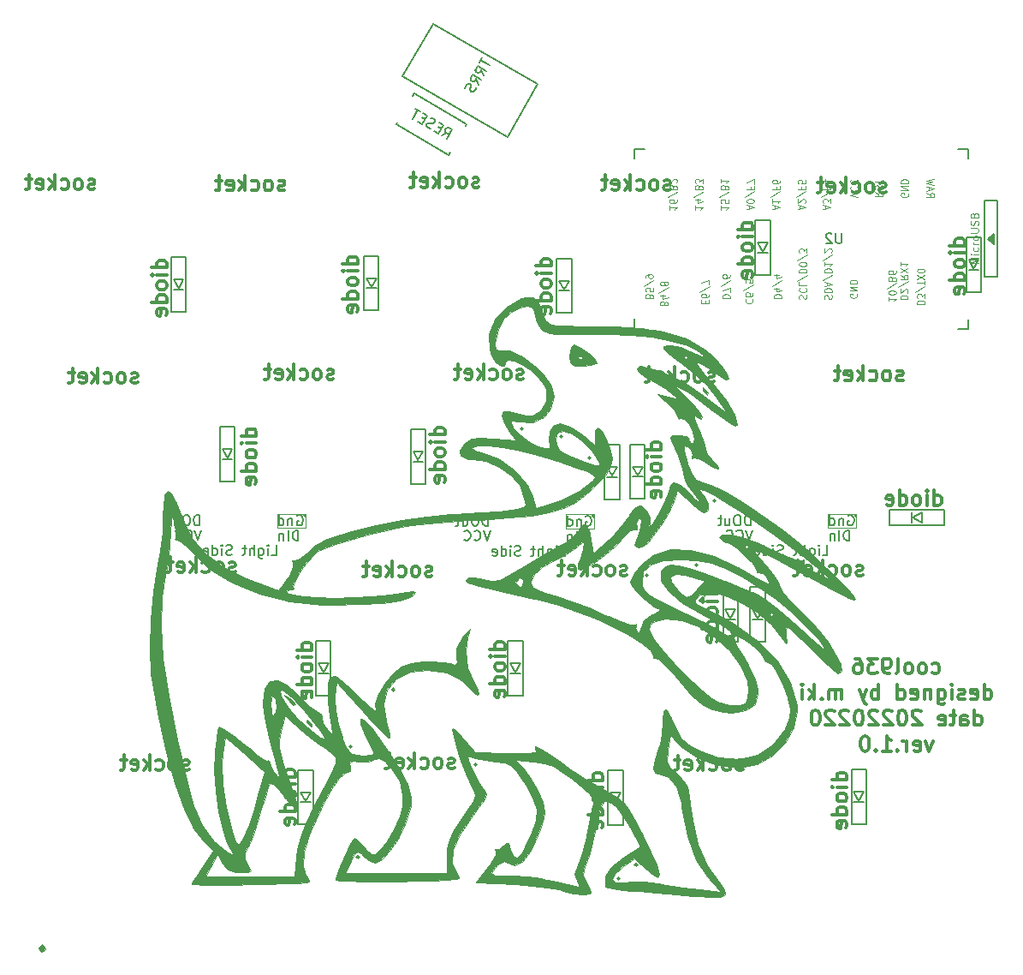
<source format=gbr>
G04 #@! TF.GenerationSoftware,KiCad,Pcbnew,(5.1.6-0-10_14)*
G04 #@! TF.CreationDate,2022-02-21T07:56:40+09:00*
G04 #@! TF.ProjectId,cool936,636f6f6c-3933-4362-9e6b-696361645f70,rev?*
G04 #@! TF.SameCoordinates,Original*
G04 #@! TF.FileFunction,Legend,Bot*
G04 #@! TF.FilePolarity,Positive*
%FSLAX46Y46*%
G04 Gerber Fmt 4.6, Leading zero omitted, Abs format (unit mm)*
G04 Created by KiCad (PCBNEW (5.1.6-0-10_14)) date 2022-02-21 07:56:40*
%MOMM*%
%LPD*%
G01*
G04 APERTURE LIST*
%ADD10C,0.300000*%
%ADD11C,0.150000*%
%ADD12C,0.100000*%
%ADD13C,0.010000*%
%ADD14C,0.120000*%
%ADD15C,0.125000*%
G04 APERTURE END LIST*
D10*
X263715714Y-42812142D02*
X263858571Y-42883571D01*
X264144285Y-42883571D01*
X264287142Y-42812142D01*
X264358571Y-42740714D01*
X264430000Y-42597857D01*
X264430000Y-42169285D01*
X264358571Y-42026428D01*
X264287142Y-41955000D01*
X264144285Y-41883571D01*
X263858571Y-41883571D01*
X263715714Y-41955000D01*
X262858571Y-42883571D02*
X263001428Y-42812142D01*
X263072857Y-42740714D01*
X263144285Y-42597857D01*
X263144285Y-42169285D01*
X263072857Y-42026428D01*
X263001428Y-41955000D01*
X262858571Y-41883571D01*
X262644285Y-41883571D01*
X262501428Y-41955000D01*
X262430000Y-42026428D01*
X262358571Y-42169285D01*
X262358571Y-42597857D01*
X262430000Y-42740714D01*
X262501428Y-42812142D01*
X262644285Y-42883571D01*
X262858571Y-42883571D01*
X261501428Y-42883571D02*
X261644285Y-42812142D01*
X261715714Y-42740714D01*
X261787142Y-42597857D01*
X261787142Y-42169285D01*
X261715714Y-42026428D01*
X261644285Y-41955000D01*
X261501428Y-41883571D01*
X261287142Y-41883571D01*
X261144285Y-41955000D01*
X261072857Y-42026428D01*
X261001428Y-42169285D01*
X261001428Y-42597857D01*
X261072857Y-42740714D01*
X261144285Y-42812142D01*
X261287142Y-42883571D01*
X261501428Y-42883571D01*
X260144285Y-42883571D02*
X260287142Y-42812142D01*
X260358571Y-42669285D01*
X260358571Y-41383571D01*
X259501428Y-42883571D02*
X259215714Y-42883571D01*
X259072857Y-42812142D01*
X259001428Y-42740714D01*
X258858571Y-42526428D01*
X258787142Y-42240714D01*
X258787142Y-41669285D01*
X258858571Y-41526428D01*
X258930000Y-41455000D01*
X259072857Y-41383571D01*
X259358571Y-41383571D01*
X259501428Y-41455000D01*
X259572857Y-41526428D01*
X259644285Y-41669285D01*
X259644285Y-42026428D01*
X259572857Y-42169285D01*
X259501428Y-42240714D01*
X259358571Y-42312142D01*
X259072857Y-42312142D01*
X258930000Y-42240714D01*
X258858571Y-42169285D01*
X258787142Y-42026428D01*
X258287142Y-41383571D02*
X257358571Y-41383571D01*
X257858571Y-41955000D01*
X257644285Y-41955000D01*
X257501428Y-42026428D01*
X257430000Y-42097857D01*
X257358571Y-42240714D01*
X257358571Y-42597857D01*
X257430000Y-42740714D01*
X257501428Y-42812142D01*
X257644285Y-42883571D01*
X258072857Y-42883571D01*
X258215714Y-42812142D01*
X258287142Y-42740714D01*
X256072857Y-41383571D02*
X256358571Y-41383571D01*
X256501428Y-41455000D01*
X256572857Y-41526428D01*
X256715714Y-41740714D01*
X256787142Y-42026428D01*
X256787142Y-42597857D01*
X256715714Y-42740714D01*
X256644285Y-42812142D01*
X256501428Y-42883571D01*
X256215714Y-42883571D01*
X256072857Y-42812142D01*
X256001428Y-42740714D01*
X255930000Y-42597857D01*
X255930000Y-42240714D01*
X256001428Y-42097857D01*
X256072857Y-42026428D01*
X256215714Y-41955000D01*
X256501428Y-41955000D01*
X256644285Y-42026428D01*
X256715714Y-42097857D01*
X256787142Y-42240714D01*
X268858571Y-45433571D02*
X268858571Y-43933571D01*
X268858571Y-45362142D02*
X269001428Y-45433571D01*
X269287142Y-45433571D01*
X269430000Y-45362142D01*
X269501428Y-45290714D01*
X269572857Y-45147857D01*
X269572857Y-44719285D01*
X269501428Y-44576428D01*
X269430000Y-44505000D01*
X269287142Y-44433571D01*
X269001428Y-44433571D01*
X268858571Y-44505000D01*
X267572857Y-45362142D02*
X267715714Y-45433571D01*
X268001428Y-45433571D01*
X268144285Y-45362142D01*
X268215714Y-45219285D01*
X268215714Y-44647857D01*
X268144285Y-44505000D01*
X268001428Y-44433571D01*
X267715714Y-44433571D01*
X267572857Y-44505000D01*
X267501428Y-44647857D01*
X267501428Y-44790714D01*
X268215714Y-44933571D01*
X266930000Y-45362142D02*
X266787142Y-45433571D01*
X266501428Y-45433571D01*
X266358571Y-45362142D01*
X266287142Y-45219285D01*
X266287142Y-45147857D01*
X266358571Y-45005000D01*
X266501428Y-44933571D01*
X266715714Y-44933571D01*
X266858571Y-44862142D01*
X266930000Y-44719285D01*
X266930000Y-44647857D01*
X266858571Y-44505000D01*
X266715714Y-44433571D01*
X266501428Y-44433571D01*
X266358571Y-44505000D01*
X265644285Y-45433571D02*
X265644285Y-44433571D01*
X265644285Y-43933571D02*
X265715714Y-44005000D01*
X265644285Y-44076428D01*
X265572857Y-44005000D01*
X265644285Y-43933571D01*
X265644285Y-44076428D01*
X264287142Y-44433571D02*
X264287142Y-45647857D01*
X264358571Y-45790714D01*
X264430000Y-45862142D01*
X264572857Y-45933571D01*
X264787142Y-45933571D01*
X264930000Y-45862142D01*
X264287142Y-45362142D02*
X264430000Y-45433571D01*
X264715714Y-45433571D01*
X264858571Y-45362142D01*
X264930000Y-45290714D01*
X265001428Y-45147857D01*
X265001428Y-44719285D01*
X264930000Y-44576428D01*
X264858571Y-44505000D01*
X264715714Y-44433571D01*
X264430000Y-44433571D01*
X264287142Y-44505000D01*
X263572857Y-44433571D02*
X263572857Y-45433571D01*
X263572857Y-44576428D02*
X263501428Y-44505000D01*
X263358571Y-44433571D01*
X263144285Y-44433571D01*
X263001428Y-44505000D01*
X262930000Y-44647857D01*
X262930000Y-45433571D01*
X261644285Y-45362142D02*
X261787142Y-45433571D01*
X262072857Y-45433571D01*
X262215714Y-45362142D01*
X262287142Y-45219285D01*
X262287142Y-44647857D01*
X262215714Y-44505000D01*
X262072857Y-44433571D01*
X261787142Y-44433571D01*
X261644285Y-44505000D01*
X261572857Y-44647857D01*
X261572857Y-44790714D01*
X262287142Y-44933571D01*
X260287142Y-45433571D02*
X260287142Y-43933571D01*
X260287142Y-45362142D02*
X260430000Y-45433571D01*
X260715714Y-45433571D01*
X260858571Y-45362142D01*
X260930000Y-45290714D01*
X261001428Y-45147857D01*
X261001428Y-44719285D01*
X260930000Y-44576428D01*
X260858571Y-44505000D01*
X260715714Y-44433571D01*
X260430000Y-44433571D01*
X260287142Y-44505000D01*
X258430000Y-45433571D02*
X258430000Y-43933571D01*
X258430000Y-44505000D02*
X258287142Y-44433571D01*
X258001428Y-44433571D01*
X257858571Y-44505000D01*
X257787142Y-44576428D01*
X257715714Y-44719285D01*
X257715714Y-45147857D01*
X257787142Y-45290714D01*
X257858571Y-45362142D01*
X258001428Y-45433571D01*
X258287142Y-45433571D01*
X258430000Y-45362142D01*
X257215714Y-44433571D02*
X256858571Y-45433571D01*
X256501428Y-44433571D02*
X256858571Y-45433571D01*
X257001428Y-45790714D01*
X257072857Y-45862142D01*
X257215714Y-45933571D01*
X254787142Y-45433571D02*
X254787142Y-44433571D01*
X254787142Y-44576428D02*
X254715714Y-44505000D01*
X254572857Y-44433571D01*
X254358571Y-44433571D01*
X254215714Y-44505000D01*
X254144285Y-44647857D01*
X254144285Y-45433571D01*
X254144285Y-44647857D02*
X254072857Y-44505000D01*
X253930000Y-44433571D01*
X253715714Y-44433571D01*
X253572857Y-44505000D01*
X253501428Y-44647857D01*
X253501428Y-45433571D01*
X252787142Y-45290714D02*
X252715714Y-45362142D01*
X252787142Y-45433571D01*
X252858571Y-45362142D01*
X252787142Y-45290714D01*
X252787142Y-45433571D01*
X252072857Y-45433571D02*
X252072857Y-43933571D01*
X251930000Y-44862142D02*
X251501428Y-45433571D01*
X251501428Y-44433571D02*
X252072857Y-45005000D01*
X250858571Y-45433571D02*
X250858571Y-44433571D01*
X250858571Y-43933571D02*
X250930000Y-44005000D01*
X250858571Y-44076428D01*
X250787142Y-44005000D01*
X250858571Y-43933571D01*
X250858571Y-44076428D01*
X267894285Y-47983571D02*
X267894285Y-46483571D01*
X267894285Y-47912142D02*
X268037142Y-47983571D01*
X268322857Y-47983571D01*
X268465714Y-47912142D01*
X268537142Y-47840714D01*
X268608571Y-47697857D01*
X268608571Y-47269285D01*
X268537142Y-47126428D01*
X268465714Y-47055000D01*
X268322857Y-46983571D01*
X268037142Y-46983571D01*
X267894285Y-47055000D01*
X266537142Y-47983571D02*
X266537142Y-47197857D01*
X266608571Y-47055000D01*
X266751428Y-46983571D01*
X267037142Y-46983571D01*
X267180000Y-47055000D01*
X266537142Y-47912142D02*
X266680000Y-47983571D01*
X267037142Y-47983571D01*
X267180000Y-47912142D01*
X267251428Y-47769285D01*
X267251428Y-47626428D01*
X267180000Y-47483571D01*
X267037142Y-47412142D01*
X266680000Y-47412142D01*
X266537142Y-47340714D01*
X266037142Y-46983571D02*
X265465714Y-46983571D01*
X265822857Y-46483571D02*
X265822857Y-47769285D01*
X265751428Y-47912142D01*
X265608571Y-47983571D01*
X265465714Y-47983571D01*
X264394285Y-47912142D02*
X264537142Y-47983571D01*
X264822857Y-47983571D01*
X264965714Y-47912142D01*
X265037142Y-47769285D01*
X265037142Y-47197857D01*
X264965714Y-47055000D01*
X264822857Y-46983571D01*
X264537142Y-46983571D01*
X264394285Y-47055000D01*
X264322857Y-47197857D01*
X264322857Y-47340714D01*
X265037142Y-47483571D01*
X262608571Y-46626428D02*
X262537142Y-46555000D01*
X262394285Y-46483571D01*
X262037142Y-46483571D01*
X261894285Y-46555000D01*
X261822857Y-46626428D01*
X261751428Y-46769285D01*
X261751428Y-46912142D01*
X261822857Y-47126428D01*
X262680000Y-47983571D01*
X261751428Y-47983571D01*
X260822857Y-46483571D02*
X260680000Y-46483571D01*
X260537142Y-46555000D01*
X260465714Y-46626428D01*
X260394285Y-46769285D01*
X260322857Y-47055000D01*
X260322857Y-47412142D01*
X260394285Y-47697857D01*
X260465714Y-47840714D01*
X260537142Y-47912142D01*
X260680000Y-47983571D01*
X260822857Y-47983571D01*
X260965714Y-47912142D01*
X261037142Y-47840714D01*
X261108571Y-47697857D01*
X261180000Y-47412142D01*
X261180000Y-47055000D01*
X261108571Y-46769285D01*
X261037142Y-46626428D01*
X260965714Y-46555000D01*
X260822857Y-46483571D01*
X259751428Y-46626428D02*
X259680000Y-46555000D01*
X259537142Y-46483571D01*
X259180000Y-46483571D01*
X259037142Y-46555000D01*
X258965714Y-46626428D01*
X258894285Y-46769285D01*
X258894285Y-46912142D01*
X258965714Y-47126428D01*
X259822857Y-47983571D01*
X258894285Y-47983571D01*
X258322857Y-46626428D02*
X258251428Y-46555000D01*
X258108571Y-46483571D01*
X257751428Y-46483571D01*
X257608571Y-46555000D01*
X257537142Y-46626428D01*
X257465714Y-46769285D01*
X257465714Y-46912142D01*
X257537142Y-47126428D01*
X258394285Y-47983571D01*
X257465714Y-47983571D01*
X256537142Y-46483571D02*
X256394285Y-46483571D01*
X256251428Y-46555000D01*
X256180000Y-46626428D01*
X256108571Y-46769285D01*
X256037142Y-47055000D01*
X256037142Y-47412142D01*
X256108571Y-47697857D01*
X256180000Y-47840714D01*
X256251428Y-47912142D01*
X256394285Y-47983571D01*
X256537142Y-47983571D01*
X256680000Y-47912142D01*
X256751428Y-47840714D01*
X256822857Y-47697857D01*
X256894285Y-47412142D01*
X256894285Y-47055000D01*
X256822857Y-46769285D01*
X256751428Y-46626428D01*
X256680000Y-46555000D01*
X256537142Y-46483571D01*
X255465714Y-46626428D02*
X255394285Y-46555000D01*
X255251428Y-46483571D01*
X254894285Y-46483571D01*
X254751428Y-46555000D01*
X254680000Y-46626428D01*
X254608571Y-46769285D01*
X254608571Y-46912142D01*
X254680000Y-47126428D01*
X255537142Y-47983571D01*
X254608571Y-47983571D01*
X254037142Y-46626428D02*
X253965714Y-46555000D01*
X253822857Y-46483571D01*
X253465714Y-46483571D01*
X253322857Y-46555000D01*
X253251428Y-46626428D01*
X253180000Y-46769285D01*
X253180000Y-46912142D01*
X253251428Y-47126428D01*
X254108571Y-47983571D01*
X253180000Y-47983571D01*
X252251428Y-46483571D02*
X252108571Y-46483571D01*
X251965714Y-46555000D01*
X251894285Y-46626428D01*
X251822857Y-46769285D01*
X251751428Y-47055000D01*
X251751428Y-47412142D01*
X251822857Y-47697857D01*
X251894285Y-47840714D01*
X251965714Y-47912142D01*
X252108571Y-47983571D01*
X252251428Y-47983571D01*
X252394285Y-47912142D01*
X252465714Y-47840714D01*
X252537142Y-47697857D01*
X252608571Y-47412142D01*
X252608571Y-47055000D01*
X252537142Y-46769285D01*
X252465714Y-46626428D01*
X252394285Y-46555000D01*
X252251428Y-46483571D01*
X263787142Y-49533571D02*
X263430000Y-50533571D01*
X263072857Y-49533571D01*
X261930000Y-50462142D02*
X262072857Y-50533571D01*
X262358571Y-50533571D01*
X262501428Y-50462142D01*
X262572857Y-50319285D01*
X262572857Y-49747857D01*
X262501428Y-49605000D01*
X262358571Y-49533571D01*
X262072857Y-49533571D01*
X261930000Y-49605000D01*
X261858571Y-49747857D01*
X261858571Y-49890714D01*
X262572857Y-50033571D01*
X261215714Y-50533571D02*
X261215714Y-49533571D01*
X261215714Y-49819285D02*
X261144285Y-49676428D01*
X261072857Y-49605000D01*
X260930000Y-49533571D01*
X260787142Y-49533571D01*
X260287142Y-50390714D02*
X260215714Y-50462142D01*
X260287142Y-50533571D01*
X260358571Y-50462142D01*
X260287142Y-50390714D01*
X260287142Y-50533571D01*
X258787142Y-50533571D02*
X259644285Y-50533571D01*
X259215714Y-50533571D02*
X259215714Y-49033571D01*
X259358571Y-49247857D01*
X259501428Y-49390714D01*
X259644285Y-49462142D01*
X258144285Y-50390714D02*
X258072857Y-50462142D01*
X258144285Y-50533571D01*
X258215714Y-50462142D01*
X258144285Y-50390714D01*
X258144285Y-50533571D01*
X257144285Y-49033571D02*
X257001428Y-49033571D01*
X256858571Y-49105000D01*
X256787142Y-49176428D01*
X256715714Y-49319285D01*
X256644285Y-49605000D01*
X256644285Y-49962142D01*
X256715714Y-50247857D01*
X256787142Y-50390714D01*
X256858571Y-50462142D01*
X257001428Y-50533571D01*
X257144285Y-50533571D01*
X257287142Y-50462142D01*
X257358571Y-50390714D01*
X257430000Y-50247857D01*
X257501428Y-49962142D01*
X257501428Y-49605000D01*
X257430000Y-49319285D01*
X257358571Y-49176428D01*
X257287142Y-49105000D01*
X257144285Y-49033571D01*
X223271428Y-13747142D02*
X223128571Y-13818571D01*
X222842857Y-13818571D01*
X222700000Y-13747142D01*
X222628571Y-13604285D01*
X222628571Y-13532857D01*
X222700000Y-13390000D01*
X222842857Y-13318571D01*
X223057142Y-13318571D01*
X223200000Y-13247142D01*
X223271428Y-13104285D01*
X223271428Y-13032857D01*
X223200000Y-12890000D01*
X223057142Y-12818571D01*
X222842857Y-12818571D01*
X222700000Y-12890000D01*
X221771428Y-13818571D02*
X221914285Y-13747142D01*
X221985714Y-13675714D01*
X222057142Y-13532857D01*
X222057142Y-13104285D01*
X221985714Y-12961428D01*
X221914285Y-12890000D01*
X221771428Y-12818571D01*
X221557142Y-12818571D01*
X221414285Y-12890000D01*
X221342857Y-12961428D01*
X221271428Y-13104285D01*
X221271428Y-13532857D01*
X221342857Y-13675714D01*
X221414285Y-13747142D01*
X221557142Y-13818571D01*
X221771428Y-13818571D01*
X219985714Y-13747142D02*
X220128571Y-13818571D01*
X220414285Y-13818571D01*
X220557142Y-13747142D01*
X220628571Y-13675714D01*
X220700000Y-13532857D01*
X220700000Y-13104285D01*
X220628571Y-12961428D01*
X220557142Y-12890000D01*
X220414285Y-12818571D01*
X220128571Y-12818571D01*
X219985714Y-12890000D01*
X219342857Y-13818571D02*
X219342857Y-12318571D01*
X219200000Y-13247142D02*
X218771428Y-13818571D01*
X218771428Y-12818571D02*
X219342857Y-13390000D01*
X217557142Y-13747142D02*
X217700000Y-13818571D01*
X217985714Y-13818571D01*
X218128571Y-13747142D01*
X218200000Y-13604285D01*
X218200000Y-13032857D01*
X218128571Y-12890000D01*
X217985714Y-12818571D01*
X217700000Y-12818571D01*
X217557142Y-12890000D01*
X217485714Y-13032857D01*
X217485714Y-13175714D01*
X218200000Y-13318571D01*
X217057142Y-12818571D02*
X216485714Y-12818571D01*
X216842857Y-12318571D02*
X216842857Y-13604285D01*
X216771428Y-13747142D01*
X216628571Y-13818571D01*
X216485714Y-13818571D01*
X242171428Y-13987142D02*
X242028571Y-14058571D01*
X241742857Y-14058571D01*
X241600000Y-13987142D01*
X241528571Y-13844285D01*
X241528571Y-13772857D01*
X241600000Y-13630000D01*
X241742857Y-13558571D01*
X241957142Y-13558571D01*
X242100000Y-13487142D01*
X242171428Y-13344285D01*
X242171428Y-13272857D01*
X242100000Y-13130000D01*
X241957142Y-13058571D01*
X241742857Y-13058571D01*
X241600000Y-13130000D01*
X240671428Y-14058571D02*
X240814285Y-13987142D01*
X240885714Y-13915714D01*
X240957142Y-13772857D01*
X240957142Y-13344285D01*
X240885714Y-13201428D01*
X240814285Y-13130000D01*
X240671428Y-13058571D01*
X240457142Y-13058571D01*
X240314285Y-13130000D01*
X240242857Y-13201428D01*
X240171428Y-13344285D01*
X240171428Y-13772857D01*
X240242857Y-13915714D01*
X240314285Y-13987142D01*
X240457142Y-14058571D01*
X240671428Y-14058571D01*
X238885714Y-13987142D02*
X239028571Y-14058571D01*
X239314285Y-14058571D01*
X239457142Y-13987142D01*
X239528571Y-13915714D01*
X239600000Y-13772857D01*
X239600000Y-13344285D01*
X239528571Y-13201428D01*
X239457142Y-13130000D01*
X239314285Y-13058571D01*
X239028571Y-13058571D01*
X238885714Y-13130000D01*
X238242857Y-14058571D02*
X238242857Y-12558571D01*
X238100000Y-13487142D02*
X237671428Y-14058571D01*
X237671428Y-13058571D02*
X238242857Y-13630000D01*
X236457142Y-13987142D02*
X236600000Y-14058571D01*
X236885714Y-14058571D01*
X237028571Y-13987142D01*
X237100000Y-13844285D01*
X237100000Y-13272857D01*
X237028571Y-13130000D01*
X236885714Y-13058571D01*
X236600000Y-13058571D01*
X236457142Y-13130000D01*
X236385714Y-13272857D01*
X236385714Y-13415714D01*
X237100000Y-13558571D01*
X235957142Y-13058571D02*
X235385714Y-13058571D01*
X235742857Y-12558571D02*
X235742857Y-13844285D01*
X235671428Y-13987142D01*
X235528571Y-14058571D01*
X235385714Y-14058571D01*
X260821428Y-13867142D02*
X260678571Y-13938571D01*
X260392857Y-13938571D01*
X260250000Y-13867142D01*
X260178571Y-13724285D01*
X260178571Y-13652857D01*
X260250000Y-13510000D01*
X260392857Y-13438571D01*
X260607142Y-13438571D01*
X260750000Y-13367142D01*
X260821428Y-13224285D01*
X260821428Y-13152857D01*
X260750000Y-13010000D01*
X260607142Y-12938571D01*
X260392857Y-12938571D01*
X260250000Y-13010000D01*
X259321428Y-13938571D02*
X259464285Y-13867142D01*
X259535714Y-13795714D01*
X259607142Y-13652857D01*
X259607142Y-13224285D01*
X259535714Y-13081428D01*
X259464285Y-13010000D01*
X259321428Y-12938571D01*
X259107142Y-12938571D01*
X258964285Y-13010000D01*
X258892857Y-13081428D01*
X258821428Y-13224285D01*
X258821428Y-13652857D01*
X258892857Y-13795714D01*
X258964285Y-13867142D01*
X259107142Y-13938571D01*
X259321428Y-13938571D01*
X257535714Y-13867142D02*
X257678571Y-13938571D01*
X257964285Y-13938571D01*
X258107142Y-13867142D01*
X258178571Y-13795714D01*
X258250000Y-13652857D01*
X258250000Y-13224285D01*
X258178571Y-13081428D01*
X258107142Y-13010000D01*
X257964285Y-12938571D01*
X257678571Y-12938571D01*
X257535714Y-13010000D01*
X256892857Y-13938571D02*
X256892857Y-12438571D01*
X256750000Y-13367142D02*
X256321428Y-13938571D01*
X256321428Y-12938571D02*
X256892857Y-13510000D01*
X255107142Y-13867142D02*
X255250000Y-13938571D01*
X255535714Y-13938571D01*
X255678571Y-13867142D01*
X255750000Y-13724285D01*
X255750000Y-13152857D01*
X255678571Y-13010000D01*
X255535714Y-12938571D01*
X255250000Y-12938571D01*
X255107142Y-13010000D01*
X255035714Y-13152857D01*
X255035714Y-13295714D01*
X255750000Y-13438571D01*
X254607142Y-12938571D02*
X254035714Y-12938571D01*
X254392857Y-12438571D02*
X254392857Y-13724285D01*
X254321428Y-13867142D01*
X254178571Y-13938571D01*
X254035714Y-13938571D01*
X256831428Y-33127142D02*
X256688571Y-33198571D01*
X256402857Y-33198571D01*
X256260000Y-33127142D01*
X256188571Y-32984285D01*
X256188571Y-32912857D01*
X256260000Y-32770000D01*
X256402857Y-32698571D01*
X256617142Y-32698571D01*
X256760000Y-32627142D01*
X256831428Y-32484285D01*
X256831428Y-32412857D01*
X256760000Y-32270000D01*
X256617142Y-32198571D01*
X256402857Y-32198571D01*
X256260000Y-32270000D01*
X255331428Y-33198571D02*
X255474285Y-33127142D01*
X255545714Y-33055714D01*
X255617142Y-32912857D01*
X255617142Y-32484285D01*
X255545714Y-32341428D01*
X255474285Y-32270000D01*
X255331428Y-32198571D01*
X255117142Y-32198571D01*
X254974285Y-32270000D01*
X254902857Y-32341428D01*
X254831428Y-32484285D01*
X254831428Y-32912857D01*
X254902857Y-33055714D01*
X254974285Y-33127142D01*
X255117142Y-33198571D01*
X255331428Y-33198571D01*
X253545714Y-33127142D02*
X253688571Y-33198571D01*
X253974285Y-33198571D01*
X254117142Y-33127142D01*
X254188571Y-33055714D01*
X254260000Y-32912857D01*
X254260000Y-32484285D01*
X254188571Y-32341428D01*
X254117142Y-32270000D01*
X253974285Y-32198571D01*
X253688571Y-32198571D01*
X253545714Y-32270000D01*
X252902857Y-33198571D02*
X252902857Y-31698571D01*
X252760000Y-32627142D02*
X252331428Y-33198571D01*
X252331428Y-32198571D02*
X252902857Y-32770000D01*
X251117142Y-33127142D02*
X251260000Y-33198571D01*
X251545714Y-33198571D01*
X251688571Y-33127142D01*
X251760000Y-32984285D01*
X251760000Y-32412857D01*
X251688571Y-32270000D01*
X251545714Y-32198571D01*
X251260000Y-32198571D01*
X251117142Y-32270000D01*
X251045714Y-32412857D01*
X251045714Y-32555714D01*
X251760000Y-32698571D01*
X250617142Y-32198571D02*
X250045714Y-32198571D01*
X250402857Y-31698571D02*
X250402857Y-32984285D01*
X250331428Y-33127142D01*
X250188571Y-33198571D01*
X250045714Y-33198571D01*
X233511428Y-33127142D02*
X233368571Y-33198571D01*
X233082857Y-33198571D01*
X232940000Y-33127142D01*
X232868571Y-32984285D01*
X232868571Y-32912857D01*
X232940000Y-32770000D01*
X233082857Y-32698571D01*
X233297142Y-32698571D01*
X233440000Y-32627142D01*
X233511428Y-32484285D01*
X233511428Y-32412857D01*
X233440000Y-32270000D01*
X233297142Y-32198571D01*
X233082857Y-32198571D01*
X232940000Y-32270000D01*
X232011428Y-33198571D02*
X232154285Y-33127142D01*
X232225714Y-33055714D01*
X232297142Y-32912857D01*
X232297142Y-32484285D01*
X232225714Y-32341428D01*
X232154285Y-32270000D01*
X232011428Y-32198571D01*
X231797142Y-32198571D01*
X231654285Y-32270000D01*
X231582857Y-32341428D01*
X231511428Y-32484285D01*
X231511428Y-32912857D01*
X231582857Y-33055714D01*
X231654285Y-33127142D01*
X231797142Y-33198571D01*
X232011428Y-33198571D01*
X230225714Y-33127142D02*
X230368571Y-33198571D01*
X230654285Y-33198571D01*
X230797142Y-33127142D01*
X230868571Y-33055714D01*
X230940000Y-32912857D01*
X230940000Y-32484285D01*
X230868571Y-32341428D01*
X230797142Y-32270000D01*
X230654285Y-32198571D01*
X230368571Y-32198571D01*
X230225714Y-32270000D01*
X229582857Y-33198571D02*
X229582857Y-31698571D01*
X229440000Y-32627142D02*
X229011428Y-33198571D01*
X229011428Y-32198571D02*
X229582857Y-32770000D01*
X227797142Y-33127142D02*
X227940000Y-33198571D01*
X228225714Y-33198571D01*
X228368571Y-33127142D01*
X228440000Y-32984285D01*
X228440000Y-32412857D01*
X228368571Y-32270000D01*
X228225714Y-32198571D01*
X227940000Y-32198571D01*
X227797142Y-32270000D01*
X227725714Y-32412857D01*
X227725714Y-32555714D01*
X228440000Y-32698571D01*
X227297142Y-32198571D02*
X226725714Y-32198571D01*
X227082857Y-31698571D02*
X227082857Y-32984285D01*
X227011428Y-33127142D01*
X226868571Y-33198571D01*
X226725714Y-33198571D01*
X244991428Y-52377142D02*
X244848571Y-52448571D01*
X244562857Y-52448571D01*
X244420000Y-52377142D01*
X244348571Y-52234285D01*
X244348571Y-52162857D01*
X244420000Y-52020000D01*
X244562857Y-51948571D01*
X244777142Y-51948571D01*
X244920000Y-51877142D01*
X244991428Y-51734285D01*
X244991428Y-51662857D01*
X244920000Y-51520000D01*
X244777142Y-51448571D01*
X244562857Y-51448571D01*
X244420000Y-51520000D01*
X243491428Y-52448571D02*
X243634285Y-52377142D01*
X243705714Y-52305714D01*
X243777142Y-52162857D01*
X243777142Y-51734285D01*
X243705714Y-51591428D01*
X243634285Y-51520000D01*
X243491428Y-51448571D01*
X243277142Y-51448571D01*
X243134285Y-51520000D01*
X243062857Y-51591428D01*
X242991428Y-51734285D01*
X242991428Y-52162857D01*
X243062857Y-52305714D01*
X243134285Y-52377142D01*
X243277142Y-52448571D01*
X243491428Y-52448571D01*
X241705714Y-52377142D02*
X241848571Y-52448571D01*
X242134285Y-52448571D01*
X242277142Y-52377142D01*
X242348571Y-52305714D01*
X242420000Y-52162857D01*
X242420000Y-51734285D01*
X242348571Y-51591428D01*
X242277142Y-51520000D01*
X242134285Y-51448571D01*
X241848571Y-51448571D01*
X241705714Y-51520000D01*
X241062857Y-52448571D02*
X241062857Y-50948571D01*
X240920000Y-51877142D02*
X240491428Y-52448571D01*
X240491428Y-51448571D02*
X241062857Y-52020000D01*
X239277142Y-52377142D02*
X239420000Y-52448571D01*
X239705714Y-52448571D01*
X239848571Y-52377142D01*
X239920000Y-52234285D01*
X239920000Y-51662857D01*
X239848571Y-51520000D01*
X239705714Y-51448571D01*
X239420000Y-51448571D01*
X239277142Y-51520000D01*
X239205714Y-51662857D01*
X239205714Y-51805714D01*
X239920000Y-51948571D01*
X238777142Y-51448571D02*
X238205714Y-51448571D01*
X238562857Y-50948571D02*
X238562857Y-52234285D01*
X238491428Y-52377142D01*
X238348571Y-52448571D01*
X238205714Y-52448571D01*
X194811428Y-32817142D02*
X194668571Y-32888571D01*
X194382857Y-32888571D01*
X194240000Y-32817142D01*
X194168571Y-32674285D01*
X194168571Y-32602857D01*
X194240000Y-32460000D01*
X194382857Y-32388571D01*
X194597142Y-32388571D01*
X194740000Y-32317142D01*
X194811428Y-32174285D01*
X194811428Y-32102857D01*
X194740000Y-31960000D01*
X194597142Y-31888571D01*
X194382857Y-31888571D01*
X194240000Y-31960000D01*
X193311428Y-32888571D02*
X193454285Y-32817142D01*
X193525714Y-32745714D01*
X193597142Y-32602857D01*
X193597142Y-32174285D01*
X193525714Y-32031428D01*
X193454285Y-31960000D01*
X193311428Y-31888571D01*
X193097142Y-31888571D01*
X192954285Y-31960000D01*
X192882857Y-32031428D01*
X192811428Y-32174285D01*
X192811428Y-32602857D01*
X192882857Y-32745714D01*
X192954285Y-32817142D01*
X193097142Y-32888571D01*
X193311428Y-32888571D01*
X191525714Y-32817142D02*
X191668571Y-32888571D01*
X191954285Y-32888571D01*
X192097142Y-32817142D01*
X192168571Y-32745714D01*
X192240000Y-32602857D01*
X192240000Y-32174285D01*
X192168571Y-32031428D01*
X192097142Y-31960000D01*
X191954285Y-31888571D01*
X191668571Y-31888571D01*
X191525714Y-31960000D01*
X190882857Y-32888571D02*
X190882857Y-31388571D01*
X190740000Y-32317142D02*
X190311428Y-32888571D01*
X190311428Y-31888571D02*
X190882857Y-32460000D01*
X189097142Y-32817142D02*
X189240000Y-32888571D01*
X189525714Y-32888571D01*
X189668571Y-32817142D01*
X189740000Y-32674285D01*
X189740000Y-32102857D01*
X189668571Y-31960000D01*
X189525714Y-31888571D01*
X189240000Y-31888571D01*
X189097142Y-31960000D01*
X189025714Y-32102857D01*
X189025714Y-32245714D01*
X189740000Y-32388571D01*
X188597142Y-31888571D02*
X188025714Y-31888571D01*
X188382857Y-31388571D02*
X188382857Y-32674285D01*
X188311428Y-32817142D01*
X188168571Y-32888571D01*
X188025714Y-32888571D01*
X214231428Y-33197142D02*
X214088571Y-33268571D01*
X213802857Y-33268571D01*
X213660000Y-33197142D01*
X213588571Y-33054285D01*
X213588571Y-32982857D01*
X213660000Y-32840000D01*
X213802857Y-32768571D01*
X214017142Y-32768571D01*
X214160000Y-32697142D01*
X214231428Y-32554285D01*
X214231428Y-32482857D01*
X214160000Y-32340000D01*
X214017142Y-32268571D01*
X213802857Y-32268571D01*
X213660000Y-32340000D01*
X212731428Y-33268571D02*
X212874285Y-33197142D01*
X212945714Y-33125714D01*
X213017142Y-32982857D01*
X213017142Y-32554285D01*
X212945714Y-32411428D01*
X212874285Y-32340000D01*
X212731428Y-32268571D01*
X212517142Y-32268571D01*
X212374285Y-32340000D01*
X212302857Y-32411428D01*
X212231428Y-32554285D01*
X212231428Y-32982857D01*
X212302857Y-33125714D01*
X212374285Y-33197142D01*
X212517142Y-33268571D01*
X212731428Y-33268571D01*
X210945714Y-33197142D02*
X211088571Y-33268571D01*
X211374285Y-33268571D01*
X211517142Y-33197142D01*
X211588571Y-33125714D01*
X211660000Y-32982857D01*
X211660000Y-32554285D01*
X211588571Y-32411428D01*
X211517142Y-32340000D01*
X211374285Y-32268571D01*
X211088571Y-32268571D01*
X210945714Y-32340000D01*
X210302857Y-33268571D02*
X210302857Y-31768571D01*
X210160000Y-32697142D02*
X209731428Y-33268571D01*
X209731428Y-32268571D02*
X210302857Y-32840000D01*
X208517142Y-33197142D02*
X208660000Y-33268571D01*
X208945714Y-33268571D01*
X209088571Y-33197142D01*
X209160000Y-33054285D01*
X209160000Y-32482857D01*
X209088571Y-32340000D01*
X208945714Y-32268571D01*
X208660000Y-32268571D01*
X208517142Y-32340000D01*
X208445714Y-32482857D01*
X208445714Y-32625714D01*
X209160000Y-32768571D01*
X208017142Y-32268571D02*
X207445714Y-32268571D01*
X207802857Y-31768571D02*
X207802857Y-33054285D01*
X207731428Y-33197142D01*
X207588571Y-33268571D01*
X207445714Y-33268571D01*
X216451428Y-52147142D02*
X216308571Y-52218571D01*
X216022857Y-52218571D01*
X215880000Y-52147142D01*
X215808571Y-52004285D01*
X215808571Y-51932857D01*
X215880000Y-51790000D01*
X216022857Y-51718571D01*
X216237142Y-51718571D01*
X216380000Y-51647142D01*
X216451428Y-51504285D01*
X216451428Y-51432857D01*
X216380000Y-51290000D01*
X216237142Y-51218571D01*
X216022857Y-51218571D01*
X215880000Y-51290000D01*
X214951428Y-52218571D02*
X215094285Y-52147142D01*
X215165714Y-52075714D01*
X215237142Y-51932857D01*
X215237142Y-51504285D01*
X215165714Y-51361428D01*
X215094285Y-51290000D01*
X214951428Y-51218571D01*
X214737142Y-51218571D01*
X214594285Y-51290000D01*
X214522857Y-51361428D01*
X214451428Y-51504285D01*
X214451428Y-51932857D01*
X214522857Y-52075714D01*
X214594285Y-52147142D01*
X214737142Y-52218571D01*
X214951428Y-52218571D01*
X213165714Y-52147142D02*
X213308571Y-52218571D01*
X213594285Y-52218571D01*
X213737142Y-52147142D01*
X213808571Y-52075714D01*
X213880000Y-51932857D01*
X213880000Y-51504285D01*
X213808571Y-51361428D01*
X213737142Y-51290000D01*
X213594285Y-51218571D01*
X213308571Y-51218571D01*
X213165714Y-51290000D01*
X212522857Y-52218571D02*
X212522857Y-50718571D01*
X212380000Y-51647142D02*
X211951428Y-52218571D01*
X211951428Y-51218571D02*
X212522857Y-51790000D01*
X210737142Y-52147142D02*
X210880000Y-52218571D01*
X211165714Y-52218571D01*
X211308571Y-52147142D01*
X211380000Y-52004285D01*
X211380000Y-51432857D01*
X211308571Y-51290000D01*
X211165714Y-51218571D01*
X210880000Y-51218571D01*
X210737142Y-51290000D01*
X210665714Y-51432857D01*
X210665714Y-51575714D01*
X211380000Y-51718571D01*
X210237142Y-51218571D02*
X209665714Y-51218571D01*
X210022857Y-50718571D02*
X210022857Y-52004285D01*
X209951428Y-52147142D01*
X209808571Y-52218571D01*
X209665714Y-52218571D01*
X190241428Y-52337142D02*
X190098571Y-52408571D01*
X189812857Y-52408571D01*
X189670000Y-52337142D01*
X189598571Y-52194285D01*
X189598571Y-52122857D01*
X189670000Y-51980000D01*
X189812857Y-51908571D01*
X190027142Y-51908571D01*
X190170000Y-51837142D01*
X190241428Y-51694285D01*
X190241428Y-51622857D01*
X190170000Y-51480000D01*
X190027142Y-51408571D01*
X189812857Y-51408571D01*
X189670000Y-51480000D01*
X188741428Y-52408571D02*
X188884285Y-52337142D01*
X188955714Y-52265714D01*
X189027142Y-52122857D01*
X189027142Y-51694285D01*
X188955714Y-51551428D01*
X188884285Y-51480000D01*
X188741428Y-51408571D01*
X188527142Y-51408571D01*
X188384285Y-51480000D01*
X188312857Y-51551428D01*
X188241428Y-51694285D01*
X188241428Y-52122857D01*
X188312857Y-52265714D01*
X188384285Y-52337142D01*
X188527142Y-52408571D01*
X188741428Y-52408571D01*
X186955714Y-52337142D02*
X187098571Y-52408571D01*
X187384285Y-52408571D01*
X187527142Y-52337142D01*
X187598571Y-52265714D01*
X187670000Y-52122857D01*
X187670000Y-51694285D01*
X187598571Y-51551428D01*
X187527142Y-51480000D01*
X187384285Y-51408571D01*
X187098571Y-51408571D01*
X186955714Y-51480000D01*
X186312857Y-52408571D02*
X186312857Y-50908571D01*
X186170000Y-51837142D02*
X185741428Y-52408571D01*
X185741428Y-51408571D02*
X186312857Y-51980000D01*
X184527142Y-52337142D02*
X184670000Y-52408571D01*
X184955714Y-52408571D01*
X185098571Y-52337142D01*
X185170000Y-52194285D01*
X185170000Y-51622857D01*
X185098571Y-51480000D01*
X184955714Y-51408571D01*
X184670000Y-51408571D01*
X184527142Y-51480000D01*
X184455714Y-51622857D01*
X184455714Y-51765714D01*
X185170000Y-51908571D01*
X184027142Y-51408571D02*
X183455714Y-51408571D01*
X183812857Y-50908571D02*
X183812857Y-52194285D01*
X183741428Y-52337142D01*
X183598571Y-52408571D01*
X183455714Y-52408571D01*
X263925714Y-26258571D02*
X263925714Y-24758571D01*
X263925714Y-26187142D02*
X264068571Y-26258571D01*
X264354285Y-26258571D01*
X264497142Y-26187142D01*
X264568571Y-26115714D01*
X264640000Y-25972857D01*
X264640000Y-25544285D01*
X264568571Y-25401428D01*
X264497142Y-25330000D01*
X264354285Y-25258571D01*
X264068571Y-25258571D01*
X263925714Y-25330000D01*
X263211428Y-26258571D02*
X263211428Y-25258571D01*
X263211428Y-24758571D02*
X263282857Y-24830000D01*
X263211428Y-24901428D01*
X263140000Y-24830000D01*
X263211428Y-24758571D01*
X263211428Y-24901428D01*
X262282857Y-26258571D02*
X262425714Y-26187142D01*
X262497142Y-26115714D01*
X262568571Y-25972857D01*
X262568571Y-25544285D01*
X262497142Y-25401428D01*
X262425714Y-25330000D01*
X262282857Y-25258571D01*
X262068571Y-25258571D01*
X261925714Y-25330000D01*
X261854285Y-25401428D01*
X261782857Y-25544285D01*
X261782857Y-25972857D01*
X261854285Y-26115714D01*
X261925714Y-26187142D01*
X262068571Y-26258571D01*
X262282857Y-26258571D01*
X260497142Y-26258571D02*
X260497142Y-24758571D01*
X260497142Y-26187142D02*
X260640000Y-26258571D01*
X260925714Y-26258571D01*
X261068571Y-26187142D01*
X261140000Y-26115714D01*
X261211428Y-25972857D01*
X261211428Y-25544285D01*
X261140000Y-25401428D01*
X261068571Y-25330000D01*
X260925714Y-25258571D01*
X260640000Y-25258571D01*
X260497142Y-25330000D01*
X259211428Y-26187142D02*
X259354285Y-26258571D01*
X259640000Y-26258571D01*
X259782857Y-26187142D01*
X259854285Y-26044285D01*
X259854285Y-25472857D01*
X259782857Y-25330000D01*
X259640000Y-25258571D01*
X259354285Y-25258571D01*
X259211428Y-25330000D01*
X259140000Y-25472857D01*
X259140000Y-25615714D01*
X259854285Y-25758571D01*
X266958571Y-604285D02*
X265458571Y-604285D01*
X266887142Y-604285D02*
X266958571Y-461428D01*
X266958571Y-175714D01*
X266887142Y-32857D01*
X266815714Y38571D01*
X266672857Y110000D01*
X266244285Y110000D01*
X266101428Y38571D01*
X266030000Y-32857D01*
X265958571Y-175714D01*
X265958571Y-461428D01*
X266030000Y-604285D01*
X266958571Y-1318571D02*
X265958571Y-1318571D01*
X265458571Y-1318571D02*
X265530000Y-1247142D01*
X265601428Y-1318571D01*
X265530000Y-1390000D01*
X265458571Y-1318571D01*
X265601428Y-1318571D01*
X266958571Y-2247142D02*
X266887142Y-2104285D01*
X266815714Y-2032857D01*
X266672857Y-1961428D01*
X266244285Y-1961428D01*
X266101428Y-2032857D01*
X266030000Y-2104285D01*
X265958571Y-2247142D01*
X265958571Y-2461428D01*
X266030000Y-2604285D01*
X266101428Y-2675714D01*
X266244285Y-2747142D01*
X266672857Y-2747142D01*
X266815714Y-2675714D01*
X266887142Y-2604285D01*
X266958571Y-2461428D01*
X266958571Y-2247142D01*
X266958571Y-4032857D02*
X265458571Y-4032857D01*
X266887142Y-4032857D02*
X266958571Y-3890000D01*
X266958571Y-3604285D01*
X266887142Y-3461428D01*
X266815714Y-3390000D01*
X266672857Y-3318571D01*
X266244285Y-3318571D01*
X266101428Y-3390000D01*
X266030000Y-3461428D01*
X265958571Y-3604285D01*
X265958571Y-3890000D01*
X266030000Y-4032857D01*
X266887142Y-5318571D02*
X266958571Y-5175714D01*
X266958571Y-4890000D01*
X266887142Y-4747142D01*
X266744285Y-4675714D01*
X266172857Y-4675714D01*
X266030000Y-4747142D01*
X265958571Y-4890000D01*
X265958571Y-5175714D01*
X266030000Y-5318571D01*
X266172857Y-5390000D01*
X266315714Y-5390000D01*
X266458571Y-4675714D01*
X245968571Y995714D02*
X244468571Y995714D01*
X245897142Y995714D02*
X245968571Y1138571D01*
X245968571Y1424285D01*
X245897142Y1567142D01*
X245825714Y1638571D01*
X245682857Y1710000D01*
X245254285Y1710000D01*
X245111428Y1638571D01*
X245040000Y1567142D01*
X244968571Y1424285D01*
X244968571Y1138571D01*
X245040000Y995714D01*
X245968571Y281428D02*
X244968571Y281428D01*
X244468571Y281428D02*
X244540000Y352857D01*
X244611428Y281428D01*
X244540000Y210000D01*
X244468571Y281428D01*
X244611428Y281428D01*
X245968571Y-647142D02*
X245897142Y-504285D01*
X245825714Y-432857D01*
X245682857Y-361428D01*
X245254285Y-361428D01*
X245111428Y-432857D01*
X245040000Y-504285D01*
X244968571Y-647142D01*
X244968571Y-861428D01*
X245040000Y-1004285D01*
X245111428Y-1075714D01*
X245254285Y-1147142D01*
X245682857Y-1147142D01*
X245825714Y-1075714D01*
X245897142Y-1004285D01*
X245968571Y-861428D01*
X245968571Y-647142D01*
X245968571Y-2432857D02*
X244468571Y-2432857D01*
X245897142Y-2432857D02*
X245968571Y-2290000D01*
X245968571Y-2004285D01*
X245897142Y-1861428D01*
X245825714Y-1790000D01*
X245682857Y-1718571D01*
X245254285Y-1718571D01*
X245111428Y-1790000D01*
X245040000Y-1861428D01*
X244968571Y-2004285D01*
X244968571Y-2290000D01*
X245040000Y-2432857D01*
X245897142Y-3718571D02*
X245968571Y-3575714D01*
X245968571Y-3290000D01*
X245897142Y-3147142D01*
X245754285Y-3075714D01*
X245182857Y-3075714D01*
X245040000Y-3147142D01*
X244968571Y-3290000D01*
X244968571Y-3575714D01*
X245040000Y-3718571D01*
X245182857Y-3790000D01*
X245325714Y-3790000D01*
X245468571Y-3075714D01*
X226028571Y-2584285D02*
X224528571Y-2584285D01*
X225957142Y-2584285D02*
X226028571Y-2441428D01*
X226028571Y-2155714D01*
X225957142Y-2012857D01*
X225885714Y-1941428D01*
X225742857Y-1870000D01*
X225314285Y-1870000D01*
X225171428Y-1941428D01*
X225100000Y-2012857D01*
X225028571Y-2155714D01*
X225028571Y-2441428D01*
X225100000Y-2584285D01*
X226028571Y-3298571D02*
X225028571Y-3298571D01*
X224528571Y-3298571D02*
X224600000Y-3227142D01*
X224671428Y-3298571D01*
X224600000Y-3370000D01*
X224528571Y-3298571D01*
X224671428Y-3298571D01*
X226028571Y-4227142D02*
X225957142Y-4084285D01*
X225885714Y-4012857D01*
X225742857Y-3941428D01*
X225314285Y-3941428D01*
X225171428Y-4012857D01*
X225100000Y-4084285D01*
X225028571Y-4227142D01*
X225028571Y-4441428D01*
X225100000Y-4584285D01*
X225171428Y-4655714D01*
X225314285Y-4727142D01*
X225742857Y-4727142D01*
X225885714Y-4655714D01*
X225957142Y-4584285D01*
X226028571Y-4441428D01*
X226028571Y-4227142D01*
X226028571Y-6012857D02*
X224528571Y-6012857D01*
X225957142Y-6012857D02*
X226028571Y-5870000D01*
X226028571Y-5584285D01*
X225957142Y-5441428D01*
X225885714Y-5370000D01*
X225742857Y-5298571D01*
X225314285Y-5298571D01*
X225171428Y-5370000D01*
X225100000Y-5441428D01*
X225028571Y-5584285D01*
X225028571Y-5870000D01*
X225100000Y-6012857D01*
X225957142Y-7298571D02*
X226028571Y-7155714D01*
X226028571Y-6870000D01*
X225957142Y-6727142D01*
X225814285Y-6655714D01*
X225242857Y-6655714D01*
X225100000Y-6727142D01*
X225028571Y-6870000D01*
X225028571Y-7155714D01*
X225100000Y-7298571D01*
X225242857Y-7370000D01*
X225385714Y-7370000D01*
X225528571Y-6655714D01*
X188028571Y-2764285D02*
X186528571Y-2764285D01*
X187957142Y-2764285D02*
X188028571Y-2621428D01*
X188028571Y-2335714D01*
X187957142Y-2192857D01*
X187885714Y-2121428D01*
X187742857Y-2050000D01*
X187314285Y-2050000D01*
X187171428Y-2121428D01*
X187100000Y-2192857D01*
X187028571Y-2335714D01*
X187028571Y-2621428D01*
X187100000Y-2764285D01*
X188028571Y-3478571D02*
X187028571Y-3478571D01*
X186528571Y-3478571D02*
X186600000Y-3407142D01*
X186671428Y-3478571D01*
X186600000Y-3550000D01*
X186528571Y-3478571D01*
X186671428Y-3478571D01*
X188028571Y-4407142D02*
X187957142Y-4264285D01*
X187885714Y-4192857D01*
X187742857Y-4121428D01*
X187314285Y-4121428D01*
X187171428Y-4192857D01*
X187100000Y-4264285D01*
X187028571Y-4407142D01*
X187028571Y-4621428D01*
X187100000Y-4764285D01*
X187171428Y-4835714D01*
X187314285Y-4907142D01*
X187742857Y-4907142D01*
X187885714Y-4835714D01*
X187957142Y-4764285D01*
X188028571Y-4621428D01*
X188028571Y-4407142D01*
X188028571Y-6192857D02*
X186528571Y-6192857D01*
X187957142Y-6192857D02*
X188028571Y-6050000D01*
X188028571Y-5764285D01*
X187957142Y-5621428D01*
X187885714Y-5550000D01*
X187742857Y-5478571D01*
X187314285Y-5478571D01*
X187171428Y-5550000D01*
X187100000Y-5621428D01*
X187028571Y-5764285D01*
X187028571Y-6050000D01*
X187100000Y-6192857D01*
X187957142Y-7478571D02*
X188028571Y-7335714D01*
X188028571Y-7050000D01*
X187957142Y-6907142D01*
X187814285Y-6835714D01*
X187242857Y-6835714D01*
X187100000Y-6907142D01*
X187028571Y-7050000D01*
X187028571Y-7335714D01*
X187100000Y-7478571D01*
X187242857Y-7550000D01*
X187385714Y-7550000D01*
X187528571Y-6835714D01*
X206928571Y-2394285D02*
X205428571Y-2394285D01*
X206857142Y-2394285D02*
X206928571Y-2251428D01*
X206928571Y-1965714D01*
X206857142Y-1822857D01*
X206785714Y-1751428D01*
X206642857Y-1680000D01*
X206214285Y-1680000D01*
X206071428Y-1751428D01*
X206000000Y-1822857D01*
X205928571Y-1965714D01*
X205928571Y-2251428D01*
X206000000Y-2394285D01*
X206928571Y-3108571D02*
X205928571Y-3108571D01*
X205428571Y-3108571D02*
X205500000Y-3037142D01*
X205571428Y-3108571D01*
X205500000Y-3180000D01*
X205428571Y-3108571D01*
X205571428Y-3108571D01*
X206928571Y-4037142D02*
X206857142Y-3894285D01*
X206785714Y-3822857D01*
X206642857Y-3751428D01*
X206214285Y-3751428D01*
X206071428Y-3822857D01*
X206000000Y-3894285D01*
X205928571Y-4037142D01*
X205928571Y-4251428D01*
X206000000Y-4394285D01*
X206071428Y-4465714D01*
X206214285Y-4537142D01*
X206642857Y-4537142D01*
X206785714Y-4465714D01*
X206857142Y-4394285D01*
X206928571Y-4251428D01*
X206928571Y-4037142D01*
X206928571Y-5822857D02*
X205428571Y-5822857D01*
X206857142Y-5822857D02*
X206928571Y-5680000D01*
X206928571Y-5394285D01*
X206857142Y-5251428D01*
X206785714Y-5180000D01*
X206642857Y-5108571D01*
X206214285Y-5108571D01*
X206071428Y-5180000D01*
X206000000Y-5251428D01*
X205928571Y-5394285D01*
X205928571Y-5680000D01*
X206000000Y-5822857D01*
X206857142Y-7108571D02*
X206928571Y-6965714D01*
X206928571Y-6680000D01*
X206857142Y-6537142D01*
X206714285Y-6465714D01*
X206142857Y-6465714D01*
X206000000Y-6537142D01*
X205928571Y-6680000D01*
X205928571Y-6965714D01*
X206000000Y-7108571D01*
X206142857Y-7180000D01*
X206285714Y-7180000D01*
X206428571Y-6465714D01*
X196868571Y-19414285D02*
X195368571Y-19414285D01*
X196797142Y-19414285D02*
X196868571Y-19271428D01*
X196868571Y-18985714D01*
X196797142Y-18842857D01*
X196725714Y-18771428D01*
X196582857Y-18700000D01*
X196154285Y-18700000D01*
X196011428Y-18771428D01*
X195940000Y-18842857D01*
X195868571Y-18985714D01*
X195868571Y-19271428D01*
X195940000Y-19414285D01*
X196868571Y-20128571D02*
X195868571Y-20128571D01*
X195368571Y-20128571D02*
X195440000Y-20057142D01*
X195511428Y-20128571D01*
X195440000Y-20200000D01*
X195368571Y-20128571D01*
X195511428Y-20128571D01*
X196868571Y-21057142D02*
X196797142Y-20914285D01*
X196725714Y-20842857D01*
X196582857Y-20771428D01*
X196154285Y-20771428D01*
X196011428Y-20842857D01*
X195940000Y-20914285D01*
X195868571Y-21057142D01*
X195868571Y-21271428D01*
X195940000Y-21414285D01*
X196011428Y-21485714D01*
X196154285Y-21557142D01*
X196582857Y-21557142D01*
X196725714Y-21485714D01*
X196797142Y-21414285D01*
X196868571Y-21271428D01*
X196868571Y-21057142D01*
X196868571Y-22842857D02*
X195368571Y-22842857D01*
X196797142Y-22842857D02*
X196868571Y-22700000D01*
X196868571Y-22414285D01*
X196797142Y-22271428D01*
X196725714Y-22200000D01*
X196582857Y-22128571D01*
X196154285Y-22128571D01*
X196011428Y-22200000D01*
X195940000Y-22271428D01*
X195868571Y-22414285D01*
X195868571Y-22700000D01*
X195940000Y-22842857D01*
X196797142Y-24128571D02*
X196868571Y-23985714D01*
X196868571Y-23700000D01*
X196797142Y-23557142D01*
X196654285Y-23485714D01*
X196082857Y-23485714D01*
X195940000Y-23557142D01*
X195868571Y-23700000D01*
X195868571Y-23985714D01*
X195940000Y-24128571D01*
X196082857Y-24200000D01*
X196225714Y-24200000D01*
X196368571Y-23485714D01*
X215528571Y-19274285D02*
X214028571Y-19274285D01*
X215457142Y-19274285D02*
X215528571Y-19131428D01*
X215528571Y-18845714D01*
X215457142Y-18702857D01*
X215385714Y-18631428D01*
X215242857Y-18560000D01*
X214814285Y-18560000D01*
X214671428Y-18631428D01*
X214600000Y-18702857D01*
X214528571Y-18845714D01*
X214528571Y-19131428D01*
X214600000Y-19274285D01*
X215528571Y-19988571D02*
X214528571Y-19988571D01*
X214028571Y-19988571D02*
X214100000Y-19917142D01*
X214171428Y-19988571D01*
X214100000Y-20060000D01*
X214028571Y-19988571D01*
X214171428Y-19988571D01*
X215528571Y-20917142D02*
X215457142Y-20774285D01*
X215385714Y-20702857D01*
X215242857Y-20631428D01*
X214814285Y-20631428D01*
X214671428Y-20702857D01*
X214600000Y-20774285D01*
X214528571Y-20917142D01*
X214528571Y-21131428D01*
X214600000Y-21274285D01*
X214671428Y-21345714D01*
X214814285Y-21417142D01*
X215242857Y-21417142D01*
X215385714Y-21345714D01*
X215457142Y-21274285D01*
X215528571Y-21131428D01*
X215528571Y-20917142D01*
X215528571Y-22702857D02*
X214028571Y-22702857D01*
X215457142Y-22702857D02*
X215528571Y-22560000D01*
X215528571Y-22274285D01*
X215457142Y-22131428D01*
X215385714Y-22060000D01*
X215242857Y-21988571D01*
X214814285Y-21988571D01*
X214671428Y-22060000D01*
X214600000Y-22131428D01*
X214528571Y-22274285D01*
X214528571Y-22560000D01*
X214600000Y-22702857D01*
X215457142Y-23988571D02*
X215528571Y-23845714D01*
X215528571Y-23560000D01*
X215457142Y-23417142D01*
X215314285Y-23345714D01*
X214742857Y-23345714D01*
X214600000Y-23417142D01*
X214528571Y-23560000D01*
X214528571Y-23845714D01*
X214600000Y-23988571D01*
X214742857Y-24060000D01*
X214885714Y-24060000D01*
X215028571Y-23345714D01*
X236928571Y-20744285D02*
X235428571Y-20744285D01*
X236857142Y-20744285D02*
X236928571Y-20601428D01*
X236928571Y-20315714D01*
X236857142Y-20172857D01*
X236785714Y-20101428D01*
X236642857Y-20030000D01*
X236214285Y-20030000D01*
X236071428Y-20101428D01*
X236000000Y-20172857D01*
X235928571Y-20315714D01*
X235928571Y-20601428D01*
X236000000Y-20744285D01*
X236928571Y-21458571D02*
X235928571Y-21458571D01*
X235428571Y-21458571D02*
X235500000Y-21387142D01*
X235571428Y-21458571D01*
X235500000Y-21530000D01*
X235428571Y-21458571D01*
X235571428Y-21458571D01*
X236928571Y-22387142D02*
X236857142Y-22244285D01*
X236785714Y-22172857D01*
X236642857Y-22101428D01*
X236214285Y-22101428D01*
X236071428Y-22172857D01*
X236000000Y-22244285D01*
X235928571Y-22387142D01*
X235928571Y-22601428D01*
X236000000Y-22744285D01*
X236071428Y-22815714D01*
X236214285Y-22887142D01*
X236642857Y-22887142D01*
X236785714Y-22815714D01*
X236857142Y-22744285D01*
X236928571Y-22601428D01*
X236928571Y-22387142D01*
X236928571Y-24172857D02*
X235428571Y-24172857D01*
X236857142Y-24172857D02*
X236928571Y-24030000D01*
X236928571Y-23744285D01*
X236857142Y-23601428D01*
X236785714Y-23530000D01*
X236642857Y-23458571D01*
X236214285Y-23458571D01*
X236071428Y-23530000D01*
X236000000Y-23601428D01*
X235928571Y-23744285D01*
X235928571Y-24030000D01*
X236000000Y-24172857D01*
X236857142Y-25458571D02*
X236928571Y-25315714D01*
X236928571Y-25030000D01*
X236857142Y-24887142D01*
X236714285Y-24815714D01*
X236142857Y-24815714D01*
X236000000Y-24887142D01*
X235928571Y-25030000D01*
X235928571Y-25315714D01*
X236000000Y-25458571D01*
X236142857Y-25530000D01*
X236285714Y-25530000D01*
X236428571Y-24815714D01*
X242478571Y-35014285D02*
X240978571Y-35014285D01*
X242407142Y-35014285D02*
X242478571Y-34871428D01*
X242478571Y-34585714D01*
X242407142Y-34442857D01*
X242335714Y-34371428D01*
X242192857Y-34300000D01*
X241764285Y-34300000D01*
X241621428Y-34371428D01*
X241550000Y-34442857D01*
X241478571Y-34585714D01*
X241478571Y-34871428D01*
X241550000Y-35014285D01*
X242478571Y-35728571D02*
X241478571Y-35728571D01*
X240978571Y-35728571D02*
X241050000Y-35657142D01*
X241121428Y-35728571D01*
X241050000Y-35800000D01*
X240978571Y-35728571D01*
X241121428Y-35728571D01*
X242478571Y-36657142D02*
X242407142Y-36514285D01*
X242335714Y-36442857D01*
X242192857Y-36371428D01*
X241764285Y-36371428D01*
X241621428Y-36442857D01*
X241550000Y-36514285D01*
X241478571Y-36657142D01*
X241478571Y-36871428D01*
X241550000Y-37014285D01*
X241621428Y-37085714D01*
X241764285Y-37157142D01*
X242192857Y-37157142D01*
X242335714Y-37085714D01*
X242407142Y-37014285D01*
X242478571Y-36871428D01*
X242478571Y-36657142D01*
X242478571Y-38442857D02*
X240978571Y-38442857D01*
X242407142Y-38442857D02*
X242478571Y-38300000D01*
X242478571Y-38014285D01*
X242407142Y-37871428D01*
X242335714Y-37800000D01*
X242192857Y-37728571D01*
X241764285Y-37728571D01*
X241621428Y-37800000D01*
X241550000Y-37871428D01*
X241478571Y-38014285D01*
X241478571Y-38300000D01*
X241550000Y-38442857D01*
X242407142Y-39728571D02*
X242478571Y-39585714D01*
X242478571Y-39300000D01*
X242407142Y-39157142D01*
X242264285Y-39085714D01*
X241692857Y-39085714D01*
X241550000Y-39157142D01*
X241478571Y-39300000D01*
X241478571Y-39585714D01*
X241550000Y-39728571D01*
X241692857Y-39800000D01*
X241835714Y-39800000D01*
X241978571Y-39085714D01*
X255288571Y-53374285D02*
X253788571Y-53374285D01*
X255217142Y-53374285D02*
X255288571Y-53231428D01*
X255288571Y-52945714D01*
X255217142Y-52802857D01*
X255145714Y-52731428D01*
X255002857Y-52660000D01*
X254574285Y-52660000D01*
X254431428Y-52731428D01*
X254360000Y-52802857D01*
X254288571Y-52945714D01*
X254288571Y-53231428D01*
X254360000Y-53374285D01*
X255288571Y-54088571D02*
X254288571Y-54088571D01*
X253788571Y-54088571D02*
X253860000Y-54017142D01*
X253931428Y-54088571D01*
X253860000Y-54160000D01*
X253788571Y-54088571D01*
X253931428Y-54088571D01*
X255288571Y-55017142D02*
X255217142Y-54874285D01*
X255145714Y-54802857D01*
X255002857Y-54731428D01*
X254574285Y-54731428D01*
X254431428Y-54802857D01*
X254360000Y-54874285D01*
X254288571Y-55017142D01*
X254288571Y-55231428D01*
X254360000Y-55374285D01*
X254431428Y-55445714D01*
X254574285Y-55517142D01*
X255002857Y-55517142D01*
X255145714Y-55445714D01*
X255217142Y-55374285D01*
X255288571Y-55231428D01*
X255288571Y-55017142D01*
X255288571Y-56802857D02*
X253788571Y-56802857D01*
X255217142Y-56802857D02*
X255288571Y-56660000D01*
X255288571Y-56374285D01*
X255217142Y-56231428D01*
X255145714Y-56160000D01*
X255002857Y-56088571D01*
X254574285Y-56088571D01*
X254431428Y-56160000D01*
X254360000Y-56231428D01*
X254288571Y-56374285D01*
X254288571Y-56660000D01*
X254360000Y-56802857D01*
X255217142Y-58088571D02*
X255288571Y-57945714D01*
X255288571Y-57660000D01*
X255217142Y-57517142D01*
X255074285Y-57445714D01*
X254502857Y-57445714D01*
X254360000Y-57517142D01*
X254288571Y-57660000D01*
X254288571Y-57945714D01*
X254360000Y-58088571D01*
X254502857Y-58160000D01*
X254645714Y-58160000D01*
X254788571Y-57445714D01*
X202378571Y-40534285D02*
X200878571Y-40534285D01*
X202307142Y-40534285D02*
X202378571Y-40391428D01*
X202378571Y-40105714D01*
X202307142Y-39962857D01*
X202235714Y-39891428D01*
X202092857Y-39820000D01*
X201664285Y-39820000D01*
X201521428Y-39891428D01*
X201450000Y-39962857D01*
X201378571Y-40105714D01*
X201378571Y-40391428D01*
X201450000Y-40534285D01*
X202378571Y-41248571D02*
X201378571Y-41248571D01*
X200878571Y-41248571D02*
X200950000Y-41177142D01*
X201021428Y-41248571D01*
X200950000Y-41320000D01*
X200878571Y-41248571D01*
X201021428Y-41248571D01*
X202378571Y-42177142D02*
X202307142Y-42034285D01*
X202235714Y-41962857D01*
X202092857Y-41891428D01*
X201664285Y-41891428D01*
X201521428Y-41962857D01*
X201450000Y-42034285D01*
X201378571Y-42177142D01*
X201378571Y-42391428D01*
X201450000Y-42534285D01*
X201521428Y-42605714D01*
X201664285Y-42677142D01*
X202092857Y-42677142D01*
X202235714Y-42605714D01*
X202307142Y-42534285D01*
X202378571Y-42391428D01*
X202378571Y-42177142D01*
X202378571Y-43962857D02*
X200878571Y-43962857D01*
X202307142Y-43962857D02*
X202378571Y-43820000D01*
X202378571Y-43534285D01*
X202307142Y-43391428D01*
X202235714Y-43320000D01*
X202092857Y-43248571D01*
X201664285Y-43248571D01*
X201521428Y-43320000D01*
X201450000Y-43391428D01*
X201378571Y-43534285D01*
X201378571Y-43820000D01*
X201450000Y-43962857D01*
X202307142Y-45248571D02*
X202378571Y-45105714D01*
X202378571Y-44820000D01*
X202307142Y-44677142D01*
X202164285Y-44605714D01*
X201592857Y-44605714D01*
X201450000Y-44677142D01*
X201378571Y-44820000D01*
X201378571Y-45105714D01*
X201450000Y-45248571D01*
X201592857Y-45320000D01*
X201735714Y-45320000D01*
X201878571Y-44605714D01*
X221448571Y-40454285D02*
X219948571Y-40454285D01*
X221377142Y-40454285D02*
X221448571Y-40311428D01*
X221448571Y-40025714D01*
X221377142Y-39882857D01*
X221305714Y-39811428D01*
X221162857Y-39740000D01*
X220734285Y-39740000D01*
X220591428Y-39811428D01*
X220520000Y-39882857D01*
X220448571Y-40025714D01*
X220448571Y-40311428D01*
X220520000Y-40454285D01*
X221448571Y-41168571D02*
X220448571Y-41168571D01*
X219948571Y-41168571D02*
X220020000Y-41097142D01*
X220091428Y-41168571D01*
X220020000Y-41240000D01*
X219948571Y-41168571D01*
X220091428Y-41168571D01*
X221448571Y-42097142D02*
X221377142Y-41954285D01*
X221305714Y-41882857D01*
X221162857Y-41811428D01*
X220734285Y-41811428D01*
X220591428Y-41882857D01*
X220520000Y-41954285D01*
X220448571Y-42097142D01*
X220448571Y-42311428D01*
X220520000Y-42454285D01*
X220591428Y-42525714D01*
X220734285Y-42597142D01*
X221162857Y-42597142D01*
X221305714Y-42525714D01*
X221377142Y-42454285D01*
X221448571Y-42311428D01*
X221448571Y-42097142D01*
X221448571Y-43882857D02*
X219948571Y-43882857D01*
X221377142Y-43882857D02*
X221448571Y-43740000D01*
X221448571Y-43454285D01*
X221377142Y-43311428D01*
X221305714Y-43240000D01*
X221162857Y-43168571D01*
X220734285Y-43168571D01*
X220591428Y-43240000D01*
X220520000Y-43311428D01*
X220448571Y-43454285D01*
X220448571Y-43740000D01*
X220520000Y-43882857D01*
X221377142Y-45168571D02*
X221448571Y-45025714D01*
X221448571Y-44740000D01*
X221377142Y-44597142D01*
X221234285Y-44525714D01*
X220662857Y-44525714D01*
X220520000Y-44597142D01*
X220448571Y-44740000D01*
X220448571Y-45025714D01*
X220520000Y-45168571D01*
X220662857Y-45240000D01*
X220805714Y-45240000D01*
X220948571Y-44525714D01*
X231158571Y-53424285D02*
X229658571Y-53424285D01*
X231087142Y-53424285D02*
X231158571Y-53281428D01*
X231158571Y-52995714D01*
X231087142Y-52852857D01*
X231015714Y-52781428D01*
X230872857Y-52710000D01*
X230444285Y-52710000D01*
X230301428Y-52781428D01*
X230230000Y-52852857D01*
X230158571Y-52995714D01*
X230158571Y-53281428D01*
X230230000Y-53424285D01*
X231158571Y-54138571D02*
X230158571Y-54138571D01*
X229658571Y-54138571D02*
X229730000Y-54067142D01*
X229801428Y-54138571D01*
X229730000Y-54210000D01*
X229658571Y-54138571D01*
X229801428Y-54138571D01*
X231158571Y-55067142D02*
X231087142Y-54924285D01*
X231015714Y-54852857D01*
X230872857Y-54781428D01*
X230444285Y-54781428D01*
X230301428Y-54852857D01*
X230230000Y-54924285D01*
X230158571Y-55067142D01*
X230158571Y-55281428D01*
X230230000Y-55424285D01*
X230301428Y-55495714D01*
X230444285Y-55567142D01*
X230872857Y-55567142D01*
X231015714Y-55495714D01*
X231087142Y-55424285D01*
X231158571Y-55281428D01*
X231158571Y-55067142D01*
X231158571Y-56852857D02*
X229658571Y-56852857D01*
X231087142Y-56852857D02*
X231158571Y-56710000D01*
X231158571Y-56424285D01*
X231087142Y-56281428D01*
X231015714Y-56210000D01*
X230872857Y-56138571D01*
X230444285Y-56138571D01*
X230301428Y-56210000D01*
X230230000Y-56281428D01*
X230158571Y-56424285D01*
X230158571Y-56710000D01*
X230230000Y-56852857D01*
X231087142Y-58138571D02*
X231158571Y-57995714D01*
X231158571Y-57710000D01*
X231087142Y-57567142D01*
X230944285Y-57495714D01*
X230372857Y-57495714D01*
X230230000Y-57567142D01*
X230158571Y-57710000D01*
X230158571Y-57995714D01*
X230230000Y-58138571D01*
X230372857Y-58210000D01*
X230515714Y-58210000D01*
X230658571Y-57495714D01*
X200698571Y-53084285D02*
X199198571Y-53084285D01*
X200627142Y-53084285D02*
X200698571Y-52941428D01*
X200698571Y-52655714D01*
X200627142Y-52512857D01*
X200555714Y-52441428D01*
X200412857Y-52370000D01*
X199984285Y-52370000D01*
X199841428Y-52441428D01*
X199770000Y-52512857D01*
X199698571Y-52655714D01*
X199698571Y-52941428D01*
X199770000Y-53084285D01*
X200698571Y-53798571D02*
X199698571Y-53798571D01*
X199198571Y-53798571D02*
X199270000Y-53727142D01*
X199341428Y-53798571D01*
X199270000Y-53870000D01*
X199198571Y-53798571D01*
X199341428Y-53798571D01*
X200698571Y-54727142D02*
X200627142Y-54584285D01*
X200555714Y-54512857D01*
X200412857Y-54441428D01*
X199984285Y-54441428D01*
X199841428Y-54512857D01*
X199770000Y-54584285D01*
X199698571Y-54727142D01*
X199698571Y-54941428D01*
X199770000Y-55084285D01*
X199841428Y-55155714D01*
X199984285Y-55227142D01*
X200412857Y-55227142D01*
X200555714Y-55155714D01*
X200627142Y-55084285D01*
X200698571Y-54941428D01*
X200698571Y-54727142D01*
X200698571Y-56512857D02*
X199198571Y-56512857D01*
X200627142Y-56512857D02*
X200698571Y-56370000D01*
X200698571Y-56084285D01*
X200627142Y-55941428D01*
X200555714Y-55870000D01*
X200412857Y-55798571D01*
X199984285Y-55798571D01*
X199841428Y-55870000D01*
X199770000Y-55941428D01*
X199698571Y-56084285D01*
X199698571Y-56370000D01*
X199770000Y-56512857D01*
X200627142Y-57798571D02*
X200698571Y-57655714D01*
X200698571Y-57370000D01*
X200627142Y-57227142D01*
X200484285Y-57155714D01*
X199912857Y-57155714D01*
X199770000Y-57227142D01*
X199698571Y-57370000D01*
X199698571Y-57655714D01*
X199770000Y-57798571D01*
X199912857Y-57870000D01*
X200055714Y-57870000D01*
X200198571Y-57155714D01*
X218881428Y5232857D02*
X218738571Y5161428D01*
X218452857Y5161428D01*
X218310000Y5232857D01*
X218238571Y5375714D01*
X218238571Y5447142D01*
X218310000Y5590000D01*
X218452857Y5661428D01*
X218667142Y5661428D01*
X218810000Y5732857D01*
X218881428Y5875714D01*
X218881428Y5947142D01*
X218810000Y6090000D01*
X218667142Y6161428D01*
X218452857Y6161428D01*
X218310000Y6090000D01*
X217381428Y5161428D02*
X217524285Y5232857D01*
X217595714Y5304285D01*
X217667142Y5447142D01*
X217667142Y5875714D01*
X217595714Y6018571D01*
X217524285Y6090000D01*
X217381428Y6161428D01*
X217167142Y6161428D01*
X217024285Y6090000D01*
X216952857Y6018571D01*
X216881428Y5875714D01*
X216881428Y5447142D01*
X216952857Y5304285D01*
X217024285Y5232857D01*
X217167142Y5161428D01*
X217381428Y5161428D01*
X215595714Y5232857D02*
X215738571Y5161428D01*
X216024285Y5161428D01*
X216167142Y5232857D01*
X216238571Y5304285D01*
X216310000Y5447142D01*
X216310000Y5875714D01*
X216238571Y6018571D01*
X216167142Y6090000D01*
X216024285Y6161428D01*
X215738571Y6161428D01*
X215595714Y6090000D01*
X214952857Y5161428D02*
X214952857Y6661428D01*
X214810000Y5732857D02*
X214381428Y5161428D01*
X214381428Y6161428D02*
X214952857Y5590000D01*
X213167142Y5232857D02*
X213310000Y5161428D01*
X213595714Y5161428D01*
X213738571Y5232857D01*
X213810000Y5375714D01*
X213810000Y5947142D01*
X213738571Y6090000D01*
X213595714Y6161428D01*
X213310000Y6161428D01*
X213167142Y6090000D01*
X213095714Y5947142D01*
X213095714Y5804285D01*
X213810000Y5661428D01*
X212667142Y6161428D02*
X212095714Y6161428D01*
X212452857Y6661428D02*
X212452857Y5375714D01*
X212381428Y5232857D01*
X212238571Y5161428D01*
X212095714Y5161428D01*
X199671428Y4922857D02*
X199528571Y4851428D01*
X199242857Y4851428D01*
X199100000Y4922857D01*
X199028571Y5065714D01*
X199028571Y5137142D01*
X199100000Y5280000D01*
X199242857Y5351428D01*
X199457142Y5351428D01*
X199600000Y5422857D01*
X199671428Y5565714D01*
X199671428Y5637142D01*
X199600000Y5780000D01*
X199457142Y5851428D01*
X199242857Y5851428D01*
X199100000Y5780000D01*
X198171428Y4851428D02*
X198314285Y4922857D01*
X198385714Y4994285D01*
X198457142Y5137142D01*
X198457142Y5565714D01*
X198385714Y5708571D01*
X198314285Y5780000D01*
X198171428Y5851428D01*
X197957142Y5851428D01*
X197814285Y5780000D01*
X197742857Y5708571D01*
X197671428Y5565714D01*
X197671428Y5137142D01*
X197742857Y4994285D01*
X197814285Y4922857D01*
X197957142Y4851428D01*
X198171428Y4851428D01*
X196385714Y4922857D02*
X196528571Y4851428D01*
X196814285Y4851428D01*
X196957142Y4922857D01*
X197028571Y4994285D01*
X197100000Y5137142D01*
X197100000Y5565714D01*
X197028571Y5708571D01*
X196957142Y5780000D01*
X196814285Y5851428D01*
X196528571Y5851428D01*
X196385714Y5780000D01*
X195742857Y4851428D02*
X195742857Y6351428D01*
X195600000Y5422857D02*
X195171428Y4851428D01*
X195171428Y5851428D02*
X195742857Y5280000D01*
X193957142Y4922857D02*
X194100000Y4851428D01*
X194385714Y4851428D01*
X194528571Y4922857D01*
X194600000Y5065714D01*
X194600000Y5637142D01*
X194528571Y5780000D01*
X194385714Y5851428D01*
X194100000Y5851428D01*
X193957142Y5780000D01*
X193885714Y5637142D01*
X193885714Y5494285D01*
X194600000Y5351428D01*
X193457142Y5851428D02*
X192885714Y5851428D01*
X193242857Y6351428D02*
X193242857Y5065714D01*
X193171428Y4922857D01*
X193028571Y4851428D01*
X192885714Y4851428D01*
X259141428Y4722857D02*
X258998571Y4651428D01*
X258712857Y4651428D01*
X258570000Y4722857D01*
X258498571Y4865714D01*
X258498571Y4937142D01*
X258570000Y5080000D01*
X258712857Y5151428D01*
X258927142Y5151428D01*
X259070000Y5222857D01*
X259141428Y5365714D01*
X259141428Y5437142D01*
X259070000Y5580000D01*
X258927142Y5651428D01*
X258712857Y5651428D01*
X258570000Y5580000D01*
X257641428Y4651428D02*
X257784285Y4722857D01*
X257855714Y4794285D01*
X257927142Y4937142D01*
X257927142Y5365714D01*
X257855714Y5508571D01*
X257784285Y5580000D01*
X257641428Y5651428D01*
X257427142Y5651428D01*
X257284285Y5580000D01*
X257212857Y5508571D01*
X257141428Y5365714D01*
X257141428Y4937142D01*
X257212857Y4794285D01*
X257284285Y4722857D01*
X257427142Y4651428D01*
X257641428Y4651428D01*
X255855714Y4722857D02*
X255998571Y4651428D01*
X256284285Y4651428D01*
X256427142Y4722857D01*
X256498571Y4794285D01*
X256570000Y4937142D01*
X256570000Y5365714D01*
X256498571Y5508571D01*
X256427142Y5580000D01*
X256284285Y5651428D01*
X255998571Y5651428D01*
X255855714Y5580000D01*
X255212857Y4651428D02*
X255212857Y6151428D01*
X255070000Y5222857D02*
X254641428Y4651428D01*
X254641428Y5651428D02*
X255212857Y5080000D01*
X253427142Y4722857D02*
X253570000Y4651428D01*
X253855714Y4651428D01*
X253998571Y4722857D01*
X254070000Y4865714D01*
X254070000Y5437142D01*
X253998571Y5580000D01*
X253855714Y5651428D01*
X253570000Y5651428D01*
X253427142Y5580000D01*
X253355714Y5437142D01*
X253355714Y5294285D01*
X254070000Y5151428D01*
X252927142Y5651428D02*
X252355714Y5651428D01*
X252712857Y6151428D02*
X252712857Y4865714D01*
X252641428Y4722857D01*
X252498571Y4651428D01*
X252355714Y4651428D01*
X180871428Y5022857D02*
X180728571Y4951428D01*
X180442857Y4951428D01*
X180300000Y5022857D01*
X180228571Y5165714D01*
X180228571Y5237142D01*
X180300000Y5380000D01*
X180442857Y5451428D01*
X180657142Y5451428D01*
X180800000Y5522857D01*
X180871428Y5665714D01*
X180871428Y5737142D01*
X180800000Y5880000D01*
X180657142Y5951428D01*
X180442857Y5951428D01*
X180300000Y5880000D01*
X179371428Y4951428D02*
X179514285Y5022857D01*
X179585714Y5094285D01*
X179657142Y5237142D01*
X179657142Y5665714D01*
X179585714Y5808571D01*
X179514285Y5880000D01*
X179371428Y5951428D01*
X179157142Y5951428D01*
X179014285Y5880000D01*
X178942857Y5808571D01*
X178871428Y5665714D01*
X178871428Y5237142D01*
X178942857Y5094285D01*
X179014285Y5022857D01*
X179157142Y4951428D01*
X179371428Y4951428D01*
X177585714Y5022857D02*
X177728571Y4951428D01*
X178014285Y4951428D01*
X178157142Y5022857D01*
X178228571Y5094285D01*
X178300000Y5237142D01*
X178300000Y5665714D01*
X178228571Y5808571D01*
X178157142Y5880000D01*
X178014285Y5951428D01*
X177728571Y5951428D01*
X177585714Y5880000D01*
X176942857Y4951428D02*
X176942857Y6451428D01*
X176800000Y5522857D02*
X176371428Y4951428D01*
X176371428Y5951428D02*
X176942857Y5380000D01*
X175157142Y5022857D02*
X175300000Y4951428D01*
X175585714Y4951428D01*
X175728571Y5022857D01*
X175800000Y5165714D01*
X175800000Y5737142D01*
X175728571Y5880000D01*
X175585714Y5951428D01*
X175300000Y5951428D01*
X175157142Y5880000D01*
X175085714Y5737142D01*
X175085714Y5594285D01*
X175800000Y5451428D01*
X174657142Y5951428D02*
X174085714Y5951428D01*
X174442857Y6451428D02*
X174442857Y5165714D01*
X174371428Y5022857D01*
X174228571Y4951428D01*
X174085714Y4951428D01*
X237801428Y4962857D02*
X237658571Y4891428D01*
X237372857Y4891428D01*
X237230000Y4962857D01*
X237158571Y5105714D01*
X237158571Y5177142D01*
X237230000Y5320000D01*
X237372857Y5391428D01*
X237587142Y5391428D01*
X237730000Y5462857D01*
X237801428Y5605714D01*
X237801428Y5677142D01*
X237730000Y5820000D01*
X237587142Y5891428D01*
X237372857Y5891428D01*
X237230000Y5820000D01*
X236301428Y4891428D02*
X236444285Y4962857D01*
X236515714Y5034285D01*
X236587142Y5177142D01*
X236587142Y5605714D01*
X236515714Y5748571D01*
X236444285Y5820000D01*
X236301428Y5891428D01*
X236087142Y5891428D01*
X235944285Y5820000D01*
X235872857Y5748571D01*
X235801428Y5605714D01*
X235801428Y5177142D01*
X235872857Y5034285D01*
X235944285Y4962857D01*
X236087142Y4891428D01*
X236301428Y4891428D01*
X234515714Y4962857D02*
X234658571Y4891428D01*
X234944285Y4891428D01*
X235087142Y4962857D01*
X235158571Y5034285D01*
X235230000Y5177142D01*
X235230000Y5605714D01*
X235158571Y5748571D01*
X235087142Y5820000D01*
X234944285Y5891428D01*
X234658571Y5891428D01*
X234515714Y5820000D01*
X233872857Y4891428D02*
X233872857Y6391428D01*
X233730000Y5462857D02*
X233301428Y4891428D01*
X233301428Y5891428D02*
X233872857Y5320000D01*
X232087142Y4962857D02*
X232230000Y4891428D01*
X232515714Y4891428D01*
X232658571Y4962857D01*
X232730000Y5105714D01*
X232730000Y5677142D01*
X232658571Y5820000D01*
X232515714Y5891428D01*
X232230000Y5891428D01*
X232087142Y5820000D01*
X232015714Y5677142D01*
X232015714Y5534285D01*
X232730000Y5391428D01*
X231587142Y5891428D02*
X231015714Y5891428D01*
X231372857Y6391428D02*
X231372857Y5105714D01*
X231301428Y4962857D01*
X231158571Y4891428D01*
X231015714Y4891428D01*
X204501428Y-13747142D02*
X204358571Y-13818571D01*
X204072857Y-13818571D01*
X203930000Y-13747142D01*
X203858571Y-13604285D01*
X203858571Y-13532857D01*
X203930000Y-13390000D01*
X204072857Y-13318571D01*
X204287142Y-13318571D01*
X204430000Y-13247142D01*
X204501428Y-13104285D01*
X204501428Y-13032857D01*
X204430000Y-12890000D01*
X204287142Y-12818571D01*
X204072857Y-12818571D01*
X203930000Y-12890000D01*
X203001428Y-13818571D02*
X203144285Y-13747142D01*
X203215714Y-13675714D01*
X203287142Y-13532857D01*
X203287142Y-13104285D01*
X203215714Y-12961428D01*
X203144285Y-12890000D01*
X203001428Y-12818571D01*
X202787142Y-12818571D01*
X202644285Y-12890000D01*
X202572857Y-12961428D01*
X202501428Y-13104285D01*
X202501428Y-13532857D01*
X202572857Y-13675714D01*
X202644285Y-13747142D01*
X202787142Y-13818571D01*
X203001428Y-13818571D01*
X201215714Y-13747142D02*
X201358571Y-13818571D01*
X201644285Y-13818571D01*
X201787142Y-13747142D01*
X201858571Y-13675714D01*
X201930000Y-13532857D01*
X201930000Y-13104285D01*
X201858571Y-12961428D01*
X201787142Y-12890000D01*
X201644285Y-12818571D01*
X201358571Y-12818571D01*
X201215714Y-12890000D01*
X200572857Y-13818571D02*
X200572857Y-12318571D01*
X200430000Y-13247142D02*
X200001428Y-13818571D01*
X200001428Y-12818571D02*
X200572857Y-13390000D01*
X198787142Y-13747142D02*
X198930000Y-13818571D01*
X199215714Y-13818571D01*
X199358571Y-13747142D01*
X199430000Y-13604285D01*
X199430000Y-13032857D01*
X199358571Y-12890000D01*
X199215714Y-12818571D01*
X198930000Y-12818571D01*
X198787142Y-12890000D01*
X198715714Y-13032857D01*
X198715714Y-13175714D01*
X199430000Y-13318571D01*
X198287142Y-12818571D02*
X197715714Y-12818571D01*
X198072857Y-12318571D02*
X198072857Y-13604285D01*
X198001428Y-13747142D01*
X197858571Y-13818571D01*
X197715714Y-13818571D01*
X185121428Y-14107142D02*
X184978571Y-14178571D01*
X184692857Y-14178571D01*
X184550000Y-14107142D01*
X184478571Y-13964285D01*
X184478571Y-13892857D01*
X184550000Y-13750000D01*
X184692857Y-13678571D01*
X184907142Y-13678571D01*
X185050000Y-13607142D01*
X185121428Y-13464285D01*
X185121428Y-13392857D01*
X185050000Y-13250000D01*
X184907142Y-13178571D01*
X184692857Y-13178571D01*
X184550000Y-13250000D01*
X183621428Y-14178571D02*
X183764285Y-14107142D01*
X183835714Y-14035714D01*
X183907142Y-13892857D01*
X183907142Y-13464285D01*
X183835714Y-13321428D01*
X183764285Y-13250000D01*
X183621428Y-13178571D01*
X183407142Y-13178571D01*
X183264285Y-13250000D01*
X183192857Y-13321428D01*
X183121428Y-13464285D01*
X183121428Y-13892857D01*
X183192857Y-14035714D01*
X183264285Y-14107142D01*
X183407142Y-14178571D01*
X183621428Y-14178571D01*
X181835714Y-14107142D02*
X181978571Y-14178571D01*
X182264285Y-14178571D01*
X182407142Y-14107142D01*
X182478571Y-14035714D01*
X182550000Y-13892857D01*
X182550000Y-13464285D01*
X182478571Y-13321428D01*
X182407142Y-13250000D01*
X182264285Y-13178571D01*
X181978571Y-13178571D01*
X181835714Y-13250000D01*
X181192857Y-14178571D02*
X181192857Y-12678571D01*
X181050000Y-13607142D02*
X180621428Y-14178571D01*
X180621428Y-13178571D02*
X181192857Y-13750000D01*
X179407142Y-14107142D02*
X179550000Y-14178571D01*
X179835714Y-14178571D01*
X179978571Y-14107142D01*
X180050000Y-13964285D01*
X180050000Y-13392857D01*
X179978571Y-13250000D01*
X179835714Y-13178571D01*
X179550000Y-13178571D01*
X179407142Y-13250000D01*
X179335714Y-13392857D01*
X179335714Y-13535714D01*
X180050000Y-13678571D01*
X178907142Y-13178571D02*
X178335714Y-13178571D01*
X178692857Y-12678571D02*
X178692857Y-13964285D01*
X178621428Y-14107142D01*
X178478571Y-14178571D01*
X178335714Y-14178571D01*
D11*
X208990000Y-1590000D02*
X207490000Y-1590000D01*
X208990000Y-6990000D02*
X208990000Y-1590000D01*
X207490000Y-6990000D02*
X208990000Y-6990000D01*
X207490000Y-1590000D02*
X207490000Y-6990000D01*
X207740000Y-4790000D02*
X208740000Y-4790000D01*
X208740000Y-3790000D02*
X208240000Y-4690000D01*
X207740000Y-3790000D02*
X208740000Y-3790000D01*
X208240000Y-4690000D02*
X207740000Y-3790000D01*
X228090000Y-1850000D02*
X226590000Y-1850000D01*
X228090000Y-7250000D02*
X228090000Y-1850000D01*
X226590000Y-7250000D02*
X228090000Y-7250000D01*
X226590000Y-1850000D02*
X226590000Y-7250000D01*
X226840000Y-5050000D02*
X227840000Y-5050000D01*
X227840000Y-4050000D02*
X227340000Y-4950000D01*
X226840000Y-4050000D02*
X227840000Y-4050000D01*
X227340000Y-4950000D02*
X226840000Y-4050000D01*
X247730000Y1910000D02*
X246230000Y1910000D01*
X247730000Y-3490000D02*
X247730000Y1910000D01*
X246230000Y-3490000D02*
X247730000Y-3490000D01*
X246230000Y1910000D02*
X246230000Y-3490000D01*
X246480000Y-1290000D02*
X247480000Y-1290000D01*
X247480000Y-290000D02*
X246980000Y-1190000D01*
X246480000Y-290000D02*
X247480000Y-290000D01*
X246980000Y-1190000D02*
X246480000Y-290000D01*
X189930000Y-1720000D02*
X188430000Y-1720000D01*
X189930000Y-7120000D02*
X189930000Y-1720000D01*
X188430000Y-7120000D02*
X189930000Y-7120000D01*
X188430000Y-1720000D02*
X188430000Y-7120000D01*
X188680000Y-4920000D02*
X189680000Y-4920000D01*
X189680000Y-3920000D02*
X189180000Y-4820000D01*
X188680000Y-3920000D02*
X189680000Y-3920000D01*
X189180000Y-4820000D02*
X188680000Y-3920000D01*
X194760000Y-18520000D02*
X193260000Y-18520000D01*
X194760000Y-23920000D02*
X194760000Y-18520000D01*
X193260000Y-23920000D02*
X194760000Y-23920000D01*
X193260000Y-18520000D02*
X193260000Y-23920000D01*
X193510000Y-21720000D02*
X194510000Y-21720000D01*
X194510000Y-20720000D02*
X194010000Y-21620000D01*
X193510000Y-20720000D02*
X194510000Y-20720000D01*
X194010000Y-21620000D02*
X193510000Y-20720000D01*
X213630000Y-18710000D02*
X212130000Y-18710000D01*
X213630000Y-24110000D02*
X213630000Y-18710000D01*
X212130000Y-24110000D02*
X213630000Y-24110000D01*
X212130000Y-18710000D02*
X212130000Y-24110000D01*
X212380000Y-21910000D02*
X213380000Y-21910000D01*
X213380000Y-20910000D02*
X212880000Y-21810000D01*
X212380000Y-20910000D02*
X213380000Y-20910000D01*
X212880000Y-21810000D02*
X212380000Y-20910000D01*
X232830000Y-20240000D02*
X231330000Y-20240000D01*
X232830000Y-25640000D02*
X232830000Y-20240000D01*
X231330000Y-25640000D02*
X232830000Y-25640000D01*
X231330000Y-20240000D02*
X231330000Y-25640000D01*
X231580000Y-23440000D02*
X232580000Y-23440000D01*
X232580000Y-22440000D02*
X232080000Y-23340000D01*
X231580000Y-22440000D02*
X232580000Y-22440000D01*
X232080000Y-23340000D02*
X231580000Y-22440000D01*
X235320000Y-20220000D02*
X233820000Y-20220000D01*
X235320000Y-25620000D02*
X235320000Y-20220000D01*
X233820000Y-25620000D02*
X235320000Y-25620000D01*
X233820000Y-20220000D02*
X233820000Y-25620000D01*
X234070000Y-23420000D02*
X235070000Y-23420000D01*
X235070000Y-22420000D02*
X234570000Y-23320000D01*
X234070000Y-22420000D02*
X235070000Y-22420000D01*
X234570000Y-23320000D02*
X234070000Y-22420000D01*
X264890000Y-28200000D02*
X264890000Y-26700000D01*
X259490000Y-28200000D02*
X264890000Y-28200000D01*
X259490000Y-26700000D02*
X259490000Y-28200000D01*
X264890000Y-26700000D02*
X259490000Y-26700000D01*
X261690000Y-26950000D02*
X261690000Y-27950000D01*
X262690000Y-27950000D02*
X261790000Y-27450000D01*
X262690000Y-26950000D02*
X262690000Y-27950000D01*
X261790000Y-27450000D02*
X262690000Y-26950000D01*
X204250000Y-39640000D02*
X202750000Y-39640000D01*
X204250000Y-45040000D02*
X204250000Y-39640000D01*
X202750000Y-45040000D02*
X204250000Y-45040000D01*
X202750000Y-39640000D02*
X202750000Y-45040000D01*
X203000000Y-42840000D02*
X204000000Y-42840000D01*
X204000000Y-41840000D02*
X203500000Y-42740000D01*
X203000000Y-41840000D02*
X204000000Y-41840000D01*
X203500000Y-42740000D02*
X203000000Y-41840000D01*
X223250000Y-39670000D02*
X221750000Y-39670000D01*
X223250000Y-45070000D02*
X223250000Y-39670000D01*
X221750000Y-45070000D02*
X223250000Y-45070000D01*
X221750000Y-39670000D02*
X221750000Y-45070000D01*
X222000000Y-42870000D02*
X223000000Y-42870000D01*
X223000000Y-41870000D02*
X222500000Y-42770000D01*
X222000000Y-41870000D02*
X223000000Y-41870000D01*
X222500000Y-42770000D02*
X222000000Y-41870000D01*
X244530000Y-34350000D02*
X243030000Y-34350000D01*
X244530000Y-39750000D02*
X244530000Y-34350000D01*
X243030000Y-39750000D02*
X244530000Y-39750000D01*
X243030000Y-34350000D02*
X243030000Y-39750000D01*
X243280000Y-37550000D02*
X244280000Y-37550000D01*
X244280000Y-36550000D02*
X243780000Y-37450000D01*
X243280000Y-36550000D02*
X244280000Y-36550000D01*
X243780000Y-37450000D02*
X243280000Y-36550000D01*
X202510000Y-52390000D02*
X201010000Y-52390000D01*
X202510000Y-57790000D02*
X202510000Y-52390000D01*
X201010000Y-57790000D02*
X202510000Y-57790000D01*
X201010000Y-52390000D02*
X201010000Y-57790000D01*
X201260000Y-55590000D02*
X202260000Y-55590000D01*
X202260000Y-54590000D02*
X201760000Y-55490000D01*
X201260000Y-54590000D02*
X202260000Y-54590000D01*
X201760000Y-55490000D02*
X201260000Y-54590000D01*
X268580000Y220000D02*
X267080000Y220000D01*
X268580000Y-5180000D02*
X268580000Y220000D01*
X267080000Y-5180000D02*
X268580000Y-5180000D01*
X267080000Y220000D02*
X267080000Y-5180000D01*
X267330000Y-2980000D02*
X268330000Y-2980000D01*
X268330000Y-1980000D02*
X267830000Y-2880000D01*
X267330000Y-1980000D02*
X268330000Y-1980000D01*
X267830000Y-2880000D02*
X267330000Y-1980000D01*
X257230000Y-52375000D02*
X255730000Y-52375000D01*
X257230000Y-57775000D02*
X257230000Y-52375000D01*
X255730000Y-57775000D02*
X257230000Y-57775000D01*
X255730000Y-52375000D02*
X255730000Y-57775000D01*
X255980000Y-55575000D02*
X256980000Y-55575000D01*
X256980000Y-54575000D02*
X256480000Y-55475000D01*
X255980000Y-54575000D02*
X256980000Y-54575000D01*
X256480000Y-55475000D02*
X255980000Y-54575000D01*
X247180000Y-34350000D02*
X245680000Y-34350000D01*
X247180000Y-39750000D02*
X247180000Y-34350000D01*
X245680000Y-39750000D02*
X247180000Y-39750000D01*
X245680000Y-34350000D02*
X245680000Y-39750000D01*
X245930000Y-37550000D02*
X246930000Y-37550000D01*
X246930000Y-36550000D02*
X246430000Y-37450000D01*
X245930000Y-36550000D02*
X246930000Y-36550000D01*
X246430000Y-37450000D02*
X245930000Y-36550000D01*
X214340000Y21348076D02*
X211340000Y16151924D01*
X211340000Y16151924D02*
X221732305Y10151924D01*
X221732305Y10151924D02*
X224732305Y15348076D01*
X224732305Y15348076D02*
X214340000Y21348076D01*
D12*
X198920000Y-28480000D02*
X198920000Y-27080000D01*
X198920000Y-27080000D02*
X201720000Y-27080000D01*
X201720000Y-27080000D02*
X201720000Y-28480000D01*
X201720000Y-28480000D02*
X198920000Y-28480000D01*
X201520000Y-27080000D02*
X201720000Y-27330000D01*
X201720000Y-27330000D02*
X201670000Y-27080000D01*
X201670000Y-27080000D02*
X201720000Y-27480000D01*
X201720000Y-27480000D02*
X201420000Y-27080000D01*
X230270000Y-27540000D02*
X229970000Y-27140000D01*
X230220000Y-27140000D02*
X230270000Y-27540000D01*
X230270000Y-27390000D02*
X230220000Y-27140000D01*
X230070000Y-27140000D02*
X230270000Y-27390000D01*
X230270000Y-28540000D02*
X227470000Y-28540000D01*
X230270000Y-27140000D02*
X230270000Y-28540000D01*
X227470000Y-27140000D02*
X230270000Y-27140000D01*
X227470000Y-28540000D02*
X227470000Y-27140000D01*
X253420000Y-28480000D02*
X253420000Y-27080000D01*
X253420000Y-27080000D02*
X256220000Y-27080000D01*
X256220000Y-27080000D02*
X256220000Y-28480000D01*
X256220000Y-28480000D02*
X253420000Y-28480000D01*
X256020000Y-27080000D02*
X256220000Y-27330000D01*
X256220000Y-27330000D02*
X256170000Y-27080000D01*
X256170000Y-27080000D02*
X256220000Y-27480000D01*
X256220000Y-27480000D02*
X255920000Y-27080000D01*
D11*
X215923076Y8384456D02*
X216048076Y8600962D01*
X210726924Y11384456D02*
X215923076Y8384456D01*
X210726924Y11384456D02*
X210851924Y11600962D01*
X212476924Y14415544D02*
X212351924Y14199038D01*
X217673076Y11415544D02*
X217548076Y11199038D01*
X212476924Y14415544D02*
X217673076Y11415544D01*
X234250000Y-8810000D02*
X234250000Y-7800000D01*
X234250000Y8990000D02*
X234250000Y7990000D01*
X235250000Y-8810000D02*
X234250000Y-8810000D01*
X235300000Y8990000D02*
X234250000Y8990000D01*
X267300000Y-8810000D02*
X267300000Y-7860000D01*
X267300000Y8990000D02*
X267300000Y7990000D01*
X267300000Y-8810000D02*
X266300000Y-8810000D01*
X267300000Y8990000D02*
X266300000Y8990000D01*
X270200000Y3840000D02*
X268900000Y3840000D01*
X268900000Y3840000D02*
X268900000Y-3660000D01*
X268900000Y-3660000D02*
X270200000Y-3660000D01*
X270200000Y-3660000D02*
X270200000Y3840000D01*
X269850000Y590000D02*
X269850000Y-410000D01*
X269850000Y-410000D02*
X269200000Y90000D01*
X269200000Y90000D02*
X269850000Y590000D01*
X269700000Y440000D02*
X269700000Y-260000D01*
X269550000Y340000D02*
X269550000Y-160000D01*
X269400000Y240000D02*
X269400000Y-60000D01*
X232390000Y-55540000D02*
X231890000Y-54640000D01*
X231890000Y-54640000D02*
X232890000Y-54640000D01*
X232890000Y-54640000D02*
X232390000Y-55540000D01*
X231890000Y-55640000D02*
X232890000Y-55640000D01*
X231640000Y-52440000D02*
X231640000Y-57840000D01*
X231640000Y-57840000D02*
X233140000Y-57840000D01*
X233140000Y-57840000D02*
X233140000Y-52440000D01*
X233140000Y-52440000D02*
X231640000Y-52440000D01*
D13*
G36*
X226813889Y-19388055D02*
G01*
X226990277Y-19564444D01*
X227166666Y-19388055D01*
X226990277Y-19211666D01*
X226813889Y-19388055D01*
G37*
X226813889Y-19388055D02*
X226990277Y-19564444D01*
X227166666Y-19388055D01*
X226990277Y-19211666D01*
X226813889Y-19388055D01*
G36*
X229636111Y-21504722D02*
G01*
X229812500Y-21681111D01*
X229988889Y-21504722D01*
X229812500Y-21328333D01*
X229636111Y-21504722D01*
G37*
X229636111Y-21504722D02*
X229812500Y-21681111D01*
X229988889Y-21504722D01*
X229812500Y-21328333D01*
X229636111Y-21504722D01*
G36*
X241983333Y-25738055D02*
G01*
X242159722Y-25914444D01*
X242336111Y-25738055D01*
X242159722Y-25561667D01*
X241983333Y-25738055D01*
G37*
X241983333Y-25738055D02*
X242159722Y-25914444D01*
X242336111Y-25738055D01*
X242159722Y-25561667D01*
X241983333Y-25738055D01*
G36*
X240219444Y-32088055D02*
G01*
X240395833Y-32264444D01*
X240572222Y-32088055D01*
X240395833Y-31911666D01*
X240219444Y-32088055D01*
G37*
X240219444Y-32088055D02*
X240395833Y-32264444D01*
X240572222Y-32088055D01*
X240395833Y-31911666D01*
X240219444Y-32088055D01*
G36*
X235280555Y-33146389D02*
G01*
X235456944Y-33322778D01*
X235633333Y-33146389D01*
X235456944Y-32970000D01*
X235280555Y-33146389D01*
G37*
X235280555Y-33146389D02*
X235456944Y-33322778D01*
X235633333Y-33146389D01*
X235456944Y-32970000D01*
X235280555Y-33146389D01*
G36*
X199760710Y-45149808D02*
G01*
X199957779Y-45405417D01*
X200472696Y-45953873D01*
X200702541Y-45951487D01*
X200708333Y-45889584D01*
X200467254Y-45595107D01*
X200090972Y-45272223D01*
X199673109Y-44967124D01*
X199760710Y-45149808D01*
G37*
X199760710Y-45149808D02*
X199957779Y-45405417D01*
X200472696Y-45953873D01*
X200702541Y-45951487D01*
X200708333Y-45889584D01*
X200467254Y-45595107D01*
X200090972Y-45272223D01*
X199673109Y-44967124D01*
X199760710Y-45149808D01*
G36*
X201877346Y-47661765D02*
G01*
X201943055Y-47786667D01*
X202275448Y-48123570D01*
X202337473Y-48139444D01*
X202361542Y-47911568D01*
X202295833Y-47786667D01*
X201963441Y-47449763D01*
X201901416Y-47433889D01*
X201877346Y-47661765D01*
G37*
X201877346Y-47661765D02*
X201943055Y-47786667D01*
X202275448Y-48123570D01*
X202337473Y-48139444D01*
X202361542Y-47911568D01*
X202295833Y-47786667D01*
X201963441Y-47449763D01*
X201901416Y-47433889D01*
X201877346Y-47661765D01*
G36*
X227987409Y-10698620D02*
G01*
X227872254Y-11436916D01*
X227872222Y-11450555D01*
X227942908Y-12165808D01*
X228298540Y-12455966D01*
X229086124Y-12508889D01*
X229959352Y-12422785D01*
X230478233Y-12212533D01*
X230501383Y-12183087D01*
X230373532Y-11808847D01*
X230135928Y-11568148D01*
X229165740Y-11568148D01*
X229117315Y-11777874D01*
X228930555Y-11803333D01*
X228640179Y-11674257D01*
X228695370Y-11568148D01*
X229114035Y-11525927D01*
X229165740Y-11568148D01*
X230135928Y-11568148D01*
X229845994Y-11274438D01*
X229139333Y-10755993D01*
X228474113Y-10429641D01*
X228258736Y-10392222D01*
X227987409Y-10698620D01*
G37*
X227987409Y-10698620D02*
X227872254Y-11436916D01*
X227872222Y-11450555D01*
X227942908Y-12165808D01*
X228298540Y-12455966D01*
X229086124Y-12508889D01*
X229959352Y-12422785D01*
X230478233Y-12212533D01*
X230501383Y-12183087D01*
X230373532Y-11808847D01*
X230135928Y-11568148D01*
X229165740Y-11568148D01*
X229117315Y-11777874D01*
X228930555Y-11803333D01*
X228640179Y-11674257D01*
X228695370Y-11568148D01*
X229114035Y-11525927D01*
X229165740Y-11568148D01*
X230135928Y-11568148D01*
X229845994Y-11274438D01*
X229139333Y-10755993D01*
X228474113Y-10429641D01*
X228258736Y-10392222D01*
X227987409Y-10698620D01*
G36*
X241035680Y-14853431D02*
G01*
X241101389Y-14978333D01*
X241433781Y-15315237D01*
X241495806Y-15331111D01*
X241519875Y-15103235D01*
X241454166Y-14978333D01*
X241121774Y-14641429D01*
X241059749Y-14625555D01*
X241035680Y-14853431D01*
G37*
X241035680Y-14853431D02*
X241101389Y-14978333D01*
X241433781Y-15315237D01*
X241495806Y-15331111D01*
X241519875Y-15103235D01*
X241454166Y-14978333D01*
X241121774Y-14641429D01*
X241059749Y-14625555D01*
X241035680Y-14853431D01*
G36*
X222933333Y-18682500D02*
G01*
X223109722Y-18858889D01*
X223286111Y-18682500D01*
X223109722Y-18506111D01*
X222933333Y-18682500D01*
G37*
X222933333Y-18682500D02*
X223109722Y-18858889D01*
X223286111Y-18682500D01*
X223109722Y-18506111D01*
X222933333Y-18682500D01*
G36*
X210233333Y-44435278D02*
G01*
X210409722Y-44611667D01*
X210586111Y-44435278D01*
X210409722Y-44258889D01*
X210233333Y-44435278D01*
G37*
X210233333Y-44435278D02*
X210409722Y-44611667D01*
X210586111Y-44435278D01*
X210409722Y-44258889D01*
X210233333Y-44435278D01*
G36*
X206000000Y-50079722D02*
G01*
X206176389Y-50256111D01*
X206352778Y-50079722D01*
X206176389Y-49903333D01*
X206000000Y-50079722D01*
G37*
X206000000Y-50079722D02*
X206176389Y-50256111D01*
X206352778Y-50079722D01*
X206176389Y-49903333D01*
X206000000Y-50079722D01*
G36*
X206705555Y-61015833D02*
G01*
X206881944Y-61192222D01*
X207058333Y-61015833D01*
X206881944Y-60839444D01*
X206705555Y-61015833D01*
G37*
X206705555Y-61015833D02*
X206881944Y-61192222D01*
X207058333Y-61015833D01*
X206881944Y-60839444D01*
X206705555Y-61015833D01*
G36*
X234222222Y-61721389D02*
G01*
X234398611Y-61897778D01*
X234575000Y-61721389D01*
X234398611Y-61545000D01*
X234222222Y-61721389D01*
G37*
X234222222Y-61721389D02*
X234398611Y-61897778D01*
X234575000Y-61721389D01*
X234398611Y-61545000D01*
X234222222Y-61721389D01*
G36*
X232458333Y-63132500D02*
G01*
X232634722Y-63308889D01*
X232811111Y-63132500D01*
X232634722Y-62956111D01*
X232458333Y-63132500D01*
G37*
X232458333Y-63132500D02*
X232634722Y-63308889D01*
X232811111Y-63132500D01*
X232634722Y-62956111D01*
X232458333Y-63132500D01*
G36*
X240979507Y-35229368D02*
G01*
X240600784Y-35584578D01*
X240678473Y-35788788D01*
X240727791Y-35792222D01*
X241026176Y-35541651D01*
X241135076Y-35384937D01*
X241176655Y-35143533D01*
X240979507Y-35229368D01*
G37*
X240979507Y-35229368D02*
X240600784Y-35584578D01*
X240678473Y-35788788D01*
X240727791Y-35792222D01*
X241026176Y-35541651D01*
X241135076Y-35384937D01*
X241176655Y-35143533D01*
X240979507Y-35229368D01*
G36*
X218347222Y-51843611D02*
G01*
X218523611Y-52020000D01*
X218700000Y-51843611D01*
X218523611Y-51667222D01*
X218347222Y-51843611D01*
G37*
X218347222Y-51843611D02*
X218523611Y-52020000D01*
X218700000Y-51843611D01*
X218523611Y-51667222D01*
X218347222Y-51843611D01*
G36*
X223078974Y-5815445D02*
G01*
X221558149Y-6689500D01*
X220476136Y-7919955D01*
X219908136Y-9363756D01*
X219929354Y-10877847D01*
X220113546Y-11456435D01*
X220540521Y-12129940D01*
X221038794Y-12499124D01*
X221422064Y-12471452D01*
X221522222Y-12156111D01*
X221748895Y-11837991D01*
X222332984Y-11921585D01*
X223130589Y-12312128D01*
X223997812Y-12914852D01*
X224790755Y-13634992D01*
X225365520Y-14377779D01*
X225549200Y-14808144D01*
X225563169Y-15976776D01*
X225061446Y-16875784D01*
X224170202Y-17346521D01*
X223519647Y-17360118D01*
X222521302Y-17162905D01*
X221786805Y-16934625D01*
X221303002Y-16928841D01*
X221161744Y-17373364D01*
X221356444Y-18105383D01*
X221868222Y-18946535D01*
X222567000Y-19834887D01*
X220348758Y-19656828D01*
X219020021Y-19594150D01*
X218185386Y-19689596D01*
X217645181Y-19972892D01*
X217533314Y-20075972D01*
X216968628Y-20858037D01*
X217062162Y-21393069D01*
X217802707Y-21656915D01*
X218278155Y-21681111D01*
X219565057Y-21906260D01*
X220904142Y-22493530D01*
X222086597Y-23310657D01*
X222903608Y-24225375D01*
X223128874Y-24753607D01*
X223332034Y-25625276D01*
X223472104Y-26156124D01*
X223395825Y-26366248D01*
X222980212Y-26544075D01*
X222154284Y-26699071D01*
X220847065Y-26840700D01*
X218987575Y-26978430D01*
X216504837Y-27121723D01*
X216054166Y-27145325D01*
X213755252Y-27350791D01*
X211222749Y-27719750D01*
X208672490Y-28209066D01*
X206320309Y-28775598D01*
X204382038Y-29376210D01*
X203842311Y-29586098D01*
X202753323Y-30202625D01*
X201806468Y-30984969D01*
X201803581Y-30988046D01*
X201151539Y-31531382D01*
X200652034Y-31689957D01*
X200602546Y-31669898D01*
X200417429Y-31680459D01*
X200499745Y-31859567D01*
X200478486Y-32385593D01*
X200111156Y-33184009D01*
X199962939Y-33413380D01*
X199449830Y-34158674D01*
X199148095Y-34601110D01*
X199121251Y-34641927D01*
X198795887Y-34555188D01*
X197966899Y-34252263D01*
X196781935Y-33788354D01*
X196096591Y-33511030D01*
X193652216Y-32335499D01*
X191821102Y-31028295D01*
X190512733Y-29507749D01*
X189636589Y-27692191D01*
X189631769Y-27678257D01*
X189005512Y-26052959D01*
X188489031Y-25110703D01*
X188089927Y-24853185D01*
X187815800Y-25282100D01*
X187674249Y-26399143D01*
X187655555Y-27237493D01*
X187571160Y-28914533D01*
X187352770Y-30795116D01*
X187124758Y-32088187D01*
X186673994Y-34763431D01*
X186405129Y-37617644D01*
X186331632Y-40391190D01*
X186466970Y-42824434D01*
X186539179Y-43376944D01*
X187203679Y-47221852D01*
X187971478Y-50686662D01*
X188821956Y-53707330D01*
X189734492Y-56219808D01*
X190688468Y-58160051D01*
X191663262Y-59464013D01*
X191743095Y-59540379D01*
X192615427Y-60349251D01*
X191553022Y-61917264D01*
X190959261Y-62822050D01*
X190570570Y-63468821D01*
X190483718Y-63661666D01*
X190810182Y-63712805D01*
X191699957Y-63741763D01*
X193011225Y-63750905D01*
X194602169Y-63742597D01*
X196330973Y-63719201D01*
X198055817Y-63683084D01*
X199634885Y-63636609D01*
X200926360Y-63582140D01*
X201788424Y-63522043D01*
X202077557Y-63468368D01*
X202003445Y-63122760D01*
X201770940Y-62784872D01*
X201459241Y-61870667D01*
X201606096Y-60459998D01*
X202203645Y-58585804D01*
X203244032Y-56281025D01*
X203392280Y-55988750D01*
X204330608Y-54268380D01*
X205053955Y-53193648D01*
X205577292Y-52743163D01*
X205675710Y-52725555D01*
X206126603Y-52513836D01*
X206117190Y-52077257D01*
X206105295Y-51641382D01*
X206507986Y-51531674D01*
X207035392Y-51588605D01*
X207962067Y-51579677D01*
X208612671Y-51341966D01*
X208932543Y-51230643D01*
X204751992Y-51230643D01*
X204684232Y-51768267D01*
X204324977Y-52696579D01*
X203803882Y-53718756D01*
X202607966Y-55905237D01*
X201758982Y-57642667D01*
X201203038Y-59062641D01*
X200886241Y-60296753D01*
X200779310Y-61104028D01*
X200620964Y-62956111D01*
X191870770Y-62956111D01*
X192452466Y-61831234D01*
X193034163Y-60706357D01*
X193512642Y-61619567D01*
X194031702Y-62275364D01*
X194825893Y-62517388D01*
X195250518Y-62532778D01*
X196065126Y-62503135D01*
X196300098Y-62328291D01*
X196081167Y-61879376D01*
X196003933Y-61760549D01*
X195711452Y-61167873D01*
X195763216Y-60580590D01*
X196139204Y-59767355D01*
X196574406Y-58763601D01*
X197050789Y-57402181D01*
X197389055Y-56253333D01*
X197732245Y-55047854D01*
X198039257Y-54120306D01*
X198237439Y-53682359D01*
X198553122Y-53781075D01*
X199096179Y-54338894D01*
X199464369Y-54828886D01*
X200107322Y-55646687D01*
X200649044Y-56154819D01*
X200980859Y-56281015D01*
X200994091Y-55953005D01*
X200943315Y-55812361D01*
X200750837Y-55286750D01*
X200397982Y-54286320D01*
X199952595Y-53003879D01*
X199835113Y-52662885D01*
X199369040Y-51228203D01*
X199137934Y-50224261D01*
X199112901Y-49427436D01*
X199265052Y-48614108D01*
X199296579Y-48494609D01*
X199689655Y-47034837D01*
X201020098Y-48236812D01*
X202060279Y-49104497D01*
X203111855Y-49873158D01*
X203458651Y-50093364D01*
X204248176Y-50656275D01*
X204725500Y-51174653D01*
X204751992Y-51230643D01*
X208932543Y-51230643D01*
X209009797Y-51203757D01*
X209504884Y-51501008D01*
X210196940Y-52263775D01*
X211035627Y-53556110D01*
X211346717Y-54899279D01*
X211308664Y-55997317D01*
X211035897Y-57030852D01*
X210485847Y-58299634D01*
X209810132Y-59498801D01*
X209160371Y-60323490D01*
X209154416Y-60328905D01*
X208639059Y-60745082D01*
X208264270Y-60745019D01*
X207774539Y-60277055D01*
X207536022Y-60001686D01*
X206958455Y-59386427D01*
X206606451Y-59116705D01*
X206573277Y-59123045D01*
X206195707Y-59749026D01*
X205726559Y-60679950D01*
X205261246Y-61702418D01*
X204895184Y-62603029D01*
X204723787Y-63168384D01*
X204728392Y-63249207D01*
X205112688Y-63326669D01*
X206060147Y-63380670D01*
X207428815Y-63412527D01*
X209076734Y-63423554D01*
X210861949Y-63415068D01*
X212642503Y-63388384D01*
X214276440Y-63344818D01*
X215621804Y-63285685D01*
X216536639Y-63212301D01*
X216873162Y-63136652D01*
X216833180Y-62765709D01*
X216648009Y-62526898D01*
X216219421Y-61616339D01*
X216351346Y-60341795D01*
X217028761Y-58747406D01*
X218236644Y-56877312D01*
X218835922Y-56098174D01*
X219437781Y-55294952D01*
X219626738Y-54801697D01*
X219455594Y-54398348D01*
X219290348Y-54204271D01*
X218788526Y-53474105D01*
X218261087Y-52456873D01*
X218159868Y-52224558D01*
X217825632Y-51381991D01*
X217784033Y-51044957D01*
X218044902Y-51072591D01*
X218234608Y-51153514D01*
X218973257Y-51359972D01*
X220063654Y-51537711D01*
X220495315Y-51583625D01*
X221390512Y-51702864D01*
X222015948Y-51962964D01*
X222570079Y-52510092D01*
X223251358Y-53490414D01*
X223403939Y-53725913D01*
X224228393Y-55141711D01*
X224600778Y-56282775D01*
X224539156Y-57400472D01*
X224061593Y-58746172D01*
X223804943Y-59306099D01*
X223161813Y-60523472D01*
X222675881Y-61083436D01*
X222308444Y-61006396D01*
X222020800Y-60312756D01*
X222005892Y-60254603D01*
X221800394Y-59634664D01*
X221565733Y-59631144D01*
X221346929Y-59896342D01*
X220889585Y-60256708D01*
X220637031Y-60216600D01*
X220505614Y-60200600D01*
X220578566Y-60356447D01*
X220508829Y-60840337D01*
X220077545Y-61629629D01*
X219719998Y-62120336D01*
X218633634Y-63485278D01*
X222459178Y-63717448D01*
X224139066Y-63848954D01*
X225649661Y-64020427D01*
X226793711Y-64206595D01*
X227277827Y-64334809D01*
X228266147Y-64612866D01*
X229193929Y-64710078D01*
X229833882Y-64618075D01*
X229988889Y-64434648D01*
X229800510Y-63952371D01*
X229499858Y-63480507D01*
X229202364Y-62885839D01*
X229290195Y-62216100D01*
X229480922Y-61737386D01*
X229783409Y-60864249D01*
X230142957Y-59563241D01*
X230486808Y-58100004D01*
X230519440Y-57945849D01*
X230813907Y-56594998D01*
X231043065Y-55814032D01*
X231277751Y-55480542D01*
X231588804Y-55472118D01*
X231882378Y-55590649D01*
X232465646Y-56082218D01*
X233183811Y-56996719D01*
X233777007Y-57955077D01*
X234877121Y-59957500D01*
X233138560Y-61106739D01*
X231996529Y-61992799D01*
X231443661Y-62736090D01*
X231400000Y-62958822D01*
X231397274Y-63669384D01*
X231394039Y-63926250D01*
X231717882Y-64062708D01*
X232591961Y-64210257D01*
X233861772Y-64346149D01*
X234657234Y-64406651D01*
X236502018Y-64540430D01*
X238448202Y-64700692D01*
X240133419Y-64857223D01*
X240437848Y-64888656D01*
X241911343Y-65001444D01*
X242799301Y-64954254D01*
X243204688Y-64741283D01*
X243210413Y-64732365D01*
X243162873Y-64206120D01*
X242660422Y-63465926D01*
X242569951Y-63368416D01*
X241449264Y-61787943D01*
X240563607Y-59706376D01*
X239984264Y-57308914D01*
X239855545Y-56316137D01*
X239691079Y-54930760D01*
X239474905Y-54034824D01*
X239122958Y-53412960D01*
X238551171Y-52849796D01*
X238478510Y-52788286D01*
X237764028Y-52105304D01*
X237501258Y-51480432D01*
X237561368Y-50570810D01*
X237586207Y-50413592D01*
X237818017Y-48983573D01*
X238951845Y-50117400D01*
X240470523Y-51189137D01*
X242420669Y-51887763D01*
X244595094Y-52140054D01*
X244674300Y-52139890D01*
X246355878Y-51816448D01*
X247894793Y-50960140D01*
X249163402Y-49709862D01*
X250034066Y-48204510D01*
X250379141Y-46582980D01*
X250371951Y-46448473D01*
X249666065Y-46448473D01*
X249623153Y-47250682D01*
X249268106Y-48135087D01*
X249156442Y-48354967D01*
X247998112Y-49914480D01*
X246467965Y-50909226D01*
X244641100Y-51320405D01*
X242592612Y-51129214D01*
X240711948Y-50469158D01*
X239569393Y-49853223D01*
X238857411Y-49181803D01*
X238327735Y-48207108D01*
X238242504Y-48004482D01*
X237809903Y-47069988D01*
X237444618Y-46481278D01*
X237309028Y-46376878D01*
X237142195Y-46688814D01*
X237050520Y-47468200D01*
X237044444Y-47763701D01*
X236967140Y-48899538D01*
X236777617Y-49866535D01*
X236743322Y-49968562D01*
X236279058Y-51381277D01*
X236144139Y-52254892D01*
X236334197Y-52671952D01*
X236596751Y-52737292D01*
X237659137Y-53080587D01*
X238427790Y-54055347D01*
X238892413Y-55646917D01*
X238954562Y-56093310D01*
X239493009Y-58981790D01*
X240375712Y-61297897D01*
X241570592Y-63038527D01*
X242833138Y-64436014D01*
X240732541Y-64198945D01*
X239114120Y-63994684D01*
X237373380Y-63743319D01*
X236602220Y-63619632D01*
X235235695Y-63466853D01*
X233941652Y-63447525D01*
X233339026Y-63508788D01*
X232425566Y-63536453D01*
X232085695Y-63224054D01*
X232326872Y-62652609D01*
X233156558Y-61903132D01*
X233189024Y-61879880D01*
X234272493Y-61108382D01*
X235236800Y-62032246D01*
X236086893Y-62767231D01*
X236569897Y-62981412D01*
X236684750Y-62658470D01*
X236430387Y-61782087D01*
X235805746Y-60335945D01*
X235021142Y-58722778D01*
X234259130Y-57226795D01*
X233676328Y-56211783D01*
X233138941Y-55526384D01*
X233035966Y-55442929D01*
X230216565Y-55442929D01*
X230167147Y-55717800D01*
X229998710Y-56409415D01*
X229758105Y-57555027D01*
X229495773Y-58913813D01*
X229481381Y-58991771D01*
X229194945Y-60317874D01*
X228883581Y-61404722D01*
X228611126Y-62032163D01*
X228592833Y-62056026D01*
X228352947Y-62635432D01*
X228594337Y-63339830D01*
X228839354Y-63888148D01*
X228650843Y-63969801D01*
X228354234Y-63868754D01*
X227690520Y-63678916D01*
X226568711Y-63418937D01*
X225225156Y-63143394D01*
X225152848Y-63129508D01*
X223692937Y-62911332D01*
X222325263Y-62809849D01*
X221360487Y-62845682D01*
X220434901Y-62885213D01*
X220137914Y-62613300D01*
X220478877Y-62046277D01*
X220750928Y-61780882D01*
X221372094Y-61417334D01*
X221773749Y-61584860D01*
X222442149Y-61858182D01*
X223187603Y-61471756D01*
X223965273Y-60460785D01*
X224477095Y-59462523D01*
X224967987Y-58239494D01*
X225303622Y-57156202D01*
X225402777Y-56556773D01*
X225197290Y-55591200D01*
X224666809Y-54346645D01*
X223940311Y-53084240D01*
X223225711Y-52148908D01*
X222534065Y-51395873D01*
X224233005Y-51570738D01*
X225361147Y-51755743D01*
X226250419Y-52021432D01*
X226490051Y-52147385D01*
X228058880Y-53287288D01*
X229132242Y-54105518D01*
X229793840Y-54683351D01*
X230127380Y-55102063D01*
X230216565Y-55442929D01*
X233035966Y-55442929D01*
X232513175Y-55019242D01*
X231665234Y-54539002D01*
X231047222Y-54227273D01*
X229506219Y-53364065D01*
X227850101Y-52293114D01*
X226706458Y-51453686D01*
X225692331Y-50699087D01*
X224889572Y-50198747D01*
X224450089Y-50045451D01*
X224423619Y-50059344D01*
X224445007Y-50415589D01*
X224598829Y-50548078D01*
X224457507Y-50650902D01*
X223741492Y-50719363D01*
X222581177Y-50744785D01*
X221766390Y-50736598D01*
X218523611Y-50671514D01*
X217377083Y-49346703D01*
X216730018Y-48655367D01*
X216315525Y-48320810D01*
X216233250Y-48345251D01*
X216360184Y-49048500D01*
X216680733Y-50169065D01*
X217114939Y-51473905D01*
X217582847Y-52729976D01*
X218004501Y-53704236D01*
X218183229Y-54028706D01*
X218465967Y-54515149D01*
X218528835Y-54944937D01*
X218318877Y-55490821D01*
X217783134Y-56325552D01*
X217244117Y-57092153D01*
X216408103Y-58349102D01*
X215938401Y-59314692D01*
X215738379Y-60230001D01*
X215707149Y-60926547D01*
X215701389Y-62601149D01*
X205658637Y-62603333D01*
X206226338Y-61412852D01*
X206619106Y-60655945D01*
X206912606Y-60456776D01*
X207301344Y-60731598D01*
X207455352Y-60883686D01*
X208118508Y-61384953D01*
X208579831Y-61545000D01*
X209280917Y-61232008D01*
X210081237Y-60395286D01*
X210881708Y-59188213D01*
X211583246Y-57764169D01*
X212086765Y-56276532D01*
X212146524Y-56023881D01*
X212173601Y-55023148D01*
X211829553Y-53809095D01*
X211080286Y-52314751D01*
X209891708Y-50473145D01*
X208229724Y-48217303D01*
X208060979Y-47998419D01*
X207481119Y-47393305D01*
X207179407Y-47366394D01*
X207177174Y-47838734D01*
X207495749Y-48731373D01*
X207732064Y-49215920D01*
X208174944Y-50099007D01*
X208437968Y-50687995D01*
X208469444Y-50796141D01*
X208172854Y-50930612D01*
X207484556Y-50950917D01*
X206706759Y-50870510D01*
X206141673Y-50702847D01*
X206123271Y-50691681D01*
X205747680Y-50155238D01*
X205431012Y-49333888D01*
X203592475Y-49333888D01*
X203224867Y-49177519D01*
X202374252Y-48561173D01*
X201736424Y-48061266D01*
X201013551Y-47385856D01*
X200314771Y-46570374D01*
X200084228Y-46249203D01*
X198849207Y-46249203D01*
X198751203Y-46640139D01*
X198523354Y-47072666D01*
X198387204Y-46850455D01*
X198334815Y-46640139D01*
X198285036Y-45739997D01*
X198334815Y-45405417D01*
X198477844Y-44972889D01*
X198657571Y-45195100D01*
X198751203Y-45405417D01*
X198849207Y-46249203D01*
X200084228Y-46249203D01*
X199721369Y-45743704D01*
X199314634Y-45034732D01*
X199175852Y-44572344D01*
X199386311Y-44485426D01*
X199519546Y-44546279D01*
X200432398Y-45256014D01*
X201598904Y-46505835D01*
X202941847Y-48212665D01*
X202997224Y-48288016D01*
X203506714Y-49035610D01*
X203592475Y-49333888D01*
X205431012Y-49333888D01*
X205354837Y-49136313D01*
X205001904Y-47854049D01*
X204746043Y-46527585D01*
X204644413Y-45376061D01*
X204655152Y-45063306D01*
X204765278Y-43729722D01*
X206235634Y-45317222D01*
X207253577Y-46432499D01*
X208264732Y-47565805D01*
X208764118Y-48139201D01*
X209425061Y-48830558D01*
X209898456Y-49180552D01*
X210012166Y-49183760D01*
X210022759Y-48766098D01*
X209827317Y-47935320D01*
X209693605Y-47517961D01*
X209421254Y-45869997D01*
X209773001Y-44475472D01*
X210691748Y-43404022D01*
X212120401Y-42725281D01*
X213801730Y-42507687D01*
X215686497Y-42745745D01*
X217195717Y-43531398D01*
X218230184Y-44602826D01*
X218668755Y-45015073D01*
X218863425Y-44910407D01*
X218794007Y-44441063D01*
X218440315Y-43759277D01*
X218357502Y-43642686D01*
X217727373Y-42248293D01*
X217582550Y-40564544D01*
X217795592Y-39320000D01*
X218048047Y-38438055D01*
X217286650Y-39306751D01*
X216691171Y-40422285D01*
X216670257Y-41163429D01*
X216710527Y-41842759D01*
X216454609Y-41991846D01*
X216081937Y-41882234D01*
X215316910Y-41743279D01*
X214167426Y-41683900D01*
X213433659Y-41695480D01*
X212124327Y-41834212D01*
X211205336Y-42185567D01*
X210479794Y-42753814D01*
X209597595Y-43784506D01*
X208947680Y-44922017D01*
X208634154Y-45950094D01*
X208675436Y-46501879D01*
X208540789Y-46508402D01*
X208012972Y-46089860D01*
X207189712Y-45327970D01*
X206724598Y-44870598D01*
X205509236Y-43725442D01*
X204676181Y-43151108D01*
X204170420Y-43164739D01*
X203936943Y-43783477D01*
X203920737Y-45024465D01*
X203965122Y-45730499D01*
X204094408Y-47026314D01*
X204259532Y-48118195D01*
X204393600Y-48668611D01*
X204491108Y-49047923D01*
X204271824Y-48896249D01*
X203922431Y-48492222D01*
X203459241Y-47758383D01*
X203342070Y-47191506D01*
X203347729Y-47173537D01*
X203316610Y-46827968D01*
X203199441Y-46820760D01*
X202817117Y-46628465D01*
X202113944Y-46043705D01*
X201277794Y-45229028D01*
X199979924Y-44074811D01*
X198937409Y-43552652D01*
X198170554Y-43659514D01*
X197699666Y-44392361D01*
X197545051Y-45748158D01*
X197545381Y-45787047D01*
X197640036Y-46666634D01*
X197877582Y-47994447D01*
X198207105Y-49540296D01*
X198577691Y-51073992D01*
X198938425Y-52365343D01*
X199119069Y-52901944D01*
X199209543Y-53260277D01*
X198977171Y-53050945D01*
X198726008Y-52725555D01*
X198650724Y-52603747D01*
X197660486Y-52603747D01*
X197051596Y-54869512D01*
X196558147Y-56544264D01*
X196049858Y-57995721D01*
X195580095Y-59091867D01*
X195202223Y-59700686D01*
X195066151Y-59781111D01*
X194822238Y-59477963D01*
X194516162Y-58723681D01*
X194432975Y-58458194D01*
X193846405Y-56055472D01*
X193507020Y-53750671D01*
X193439289Y-51751634D01*
X193533535Y-50817545D01*
X193834696Y-49085924D01*
X195747591Y-50844836D01*
X197660486Y-52603747D01*
X198650724Y-52603747D01*
X198291459Y-52022472D01*
X198160967Y-51556796D01*
X198162175Y-51552806D01*
X198042355Y-51407925D01*
X197941999Y-51456292D01*
X197507823Y-51367062D01*
X196963120Y-50912286D01*
X196384539Y-50373803D01*
X195527739Y-49685827D01*
X194587218Y-48990855D01*
X193757478Y-48431384D01*
X193233020Y-48149911D01*
X193178342Y-48139444D01*
X193066044Y-48462338D01*
X192925534Y-49315882D01*
X192784289Y-50527376D01*
X192762488Y-50753232D01*
X192714685Y-52517378D01*
X192847235Y-54495331D01*
X193127563Y-56480352D01*
X193523091Y-58265704D01*
X194001243Y-59644648D01*
X194230800Y-60071512D01*
X194567954Y-60634401D01*
X194469129Y-60718059D01*
X194061727Y-60516729D01*
X192709577Y-59443797D01*
X191530547Y-57839820D01*
X190635776Y-55876579D01*
X190306564Y-54712538D01*
X189930680Y-53048018D01*
X189488796Y-51119172D01*
X189083711Y-49374167D01*
X188185079Y-45093999D01*
X187630425Y-41367388D01*
X187414855Y-38134624D01*
X187533476Y-35335995D01*
X187797159Y-33675555D01*
X188091153Y-32012305D01*
X188305911Y-30265762D01*
X188391144Y-28913055D01*
X188420164Y-27803786D01*
X188480723Y-27330217D01*
X188595998Y-27422542D01*
X188742515Y-27854722D01*
X188919860Y-28746688D01*
X188892622Y-29372350D01*
X188898851Y-29679357D01*
X189020079Y-29647404D01*
X189388639Y-29792203D01*
X190009272Y-30363215D01*
X190453135Y-30875453D01*
X192183767Y-32522738D01*
X194464224Y-33913415D01*
X197170850Y-35001190D01*
X200179986Y-35739768D01*
X203367978Y-36082855D01*
X204412500Y-36101524D01*
X207128822Y-36038873D01*
X209360215Y-35882709D01*
X211045574Y-35640584D01*
X212123795Y-35320050D01*
X212439262Y-35109504D01*
X212622913Y-34815461D01*
X212301617Y-34765784D01*
X211714274Y-34858481D01*
X210163295Y-35086248D01*
X208392028Y-35246582D01*
X206520878Y-35341035D01*
X204670249Y-35371159D01*
X202960548Y-35338506D01*
X201512180Y-35244628D01*
X200445548Y-35091076D01*
X199881059Y-34879402D01*
X199843937Y-34705495D01*
X200265600Y-34524664D01*
X200375891Y-34570068D01*
X200563869Y-34503137D01*
X200515003Y-34287785D01*
X200623533Y-33782209D01*
X201070571Y-32966147D01*
X201714081Y-32045725D01*
X202412026Y-31227067D01*
X202942658Y-30764743D01*
X203580859Y-30479685D01*
X204725845Y-30085757D01*
X206197467Y-29635109D01*
X207815575Y-29179893D01*
X209400018Y-28772260D01*
X210770648Y-28464362D01*
X211115278Y-28398868D01*
X212209066Y-28246393D01*
X213827968Y-28075658D01*
X215792396Y-27903083D01*
X217922759Y-27745087D01*
X219052777Y-27673169D01*
X221857899Y-27478668D01*
X224073105Y-27247381D01*
X225814028Y-26945712D01*
X227196301Y-26540068D01*
X228335557Y-25996854D01*
X229347428Y-25282475D01*
X230307355Y-24403425D01*
X231211896Y-23443226D01*
X230334477Y-23443226D01*
X230238958Y-23701908D01*
X230067368Y-23905966D01*
X228871134Y-24847389D01*
X227127919Y-25692975D01*
X225931944Y-26105306D01*
X224520833Y-26530362D01*
X224220946Y-25339365D01*
X223674754Y-24233469D01*
X222627294Y-23021681D01*
X222313957Y-22733740D01*
X220791414Y-21639427D01*
X219388158Y-21108419D01*
X219357062Y-21103271D01*
X218537732Y-20885770D01*
X218206715Y-20611626D01*
X218225141Y-20534905D01*
X218734995Y-20326779D01*
X219788723Y-20324558D01*
X221261884Y-20507954D01*
X223030036Y-20856679D01*
X224968738Y-21350446D01*
X226891535Y-21947773D01*
X228517287Y-22508677D01*
X229569273Y-22905576D01*
X230143126Y-23197437D01*
X230334477Y-23443226D01*
X231211896Y-23443226D01*
X231347588Y-23299185D01*
X231903264Y-22436343D01*
X231923813Y-22303712D01*
X230815014Y-22303712D01*
X230379214Y-22282890D01*
X229394198Y-21961733D01*
X228942350Y-21796753D01*
X227640921Y-21270200D01*
X226884867Y-20808293D01*
X226537440Y-20295348D01*
X226461111Y-19697637D01*
X226673842Y-19045425D01*
X227240523Y-18881778D01*
X228053887Y-19161326D01*
X229006669Y-19838697D01*
X229991600Y-20868522D01*
X230352526Y-21343584D01*
X230779987Y-21999007D01*
X230815014Y-22303712D01*
X231923813Y-22303712D01*
X232032087Y-21604893D01*
X231791760Y-20594832D01*
X231538084Y-19924361D01*
X231051712Y-18932407D01*
X230657707Y-18548744D01*
X230406356Y-18794377D01*
X230341666Y-19424600D01*
X230341666Y-20343090D01*
X229094669Y-19248212D01*
X227926229Y-18437058D01*
X226936123Y-18162232D01*
X226217057Y-18430508D01*
X225905454Y-19015227D01*
X225822805Y-19816662D01*
X225919552Y-20249950D01*
X225912457Y-20562851D01*
X225438112Y-20600369D01*
X224667749Y-20387371D01*
X223772596Y-19948728D01*
X223749598Y-19934781D01*
X222882503Y-19273926D01*
X222268450Y-18577219D01*
X222231799Y-18513626D01*
X222015866Y-17998873D01*
X222269422Y-17902452D01*
X222738451Y-18003826D01*
X224161702Y-18071136D01*
X225307760Y-17536061D01*
X225933013Y-16740156D01*
X226294443Y-15546217D01*
X226058837Y-14404706D01*
X225193105Y-13211456D01*
X224642645Y-12677939D01*
X223166985Y-11532040D01*
X221925919Y-10957476D01*
X220996119Y-10969028D01*
X220574194Y-10889712D01*
X220473607Y-10257936D01*
X220699154Y-9151805D01*
X220854914Y-8670257D01*
X221337985Y-7847002D01*
X222072861Y-7167556D01*
X222899752Y-6702050D01*
X223658868Y-6520614D01*
X224190419Y-6693381D01*
X224344444Y-7138727D01*
X224540123Y-7892649D01*
X224906523Y-8568267D01*
X225144102Y-8876440D01*
X225430428Y-9098885D01*
X225871870Y-9247537D01*
X226574798Y-9334330D01*
X227645580Y-9371198D01*
X229190586Y-9370075D01*
X231316185Y-9342896D01*
X231752777Y-9336396D01*
X233893776Y-9399360D01*
X235992540Y-9630498D01*
X237909496Y-9998182D01*
X239505076Y-10470780D01*
X240639707Y-11016663D01*
X241104570Y-11455703D01*
X240968147Y-11527931D01*
X240369366Y-11304511D01*
X239911946Y-11080098D01*
X238829925Y-10645224D01*
X237833763Y-10449054D01*
X237580615Y-10455080D01*
X237173246Y-10544704D01*
X237113238Y-10732401D01*
X237467131Y-11104577D01*
X238301465Y-11747638D01*
X238926416Y-12202687D01*
X240218657Y-13251735D01*
X241442231Y-14437436D01*
X242334246Y-15504814D01*
X242340655Y-15514104D01*
X243494697Y-17191447D01*
X241146201Y-15391423D01*
X239645916Y-14380473D01*
X239116849Y-14096389D01*
X237750000Y-14096389D01*
X237573611Y-14272778D01*
X237397222Y-14096389D01*
X237573611Y-13920000D01*
X237750000Y-14096389D01*
X239116849Y-14096389D01*
X238013065Y-13503710D01*
X236452995Y-12855355D01*
X235171055Y-12529626D01*
X234863748Y-12508889D01*
X234558474Y-12687213D01*
X234711580Y-13081055D01*
X235219934Y-13478713D01*
X235368750Y-13545507D01*
X236155049Y-13958553D01*
X237131558Y-14599175D01*
X237397222Y-14794502D01*
X238631944Y-15729897D01*
X236515278Y-15284259D01*
X237573611Y-16198059D01*
X238224039Y-16863897D01*
X238533023Y-17390000D01*
X238535009Y-17482429D01*
X238652996Y-17696052D01*
X238775455Y-17644486D01*
X239196490Y-17742784D01*
X239666140Y-18225927D01*
X240039684Y-18949320D01*
X240206299Y-19638109D01*
X240144000Y-20081896D01*
X239860912Y-20090054D01*
X239621373Y-19723204D01*
X239650152Y-19628262D01*
X239454167Y-19439726D01*
X238776877Y-19314221D01*
X238740666Y-19311450D01*
X238024743Y-19323755D01*
X237855863Y-19574429D01*
X237940739Y-19840617D01*
X238559145Y-21398400D01*
X238979485Y-22668571D01*
X239145308Y-23480154D01*
X239145626Y-23489999D01*
X239412371Y-24184151D01*
X239709538Y-24519318D01*
X240317019Y-25218261D01*
X240608709Y-25709041D01*
X240601938Y-25889394D01*
X240221770Y-25596464D01*
X239728889Y-25086657D01*
X238838024Y-24268910D01*
X238171858Y-23986990D01*
X237801760Y-24257814D01*
X237750000Y-24617572D01*
X237581601Y-25205407D01*
X237165863Y-26126601D01*
X236636972Y-27121007D01*
X236129113Y-27928480D01*
X235898273Y-28207500D01*
X235674399Y-28353449D01*
X235774282Y-28126596D01*
X235815476Y-27465343D01*
X235472377Y-26745841D01*
X234927506Y-26298788D01*
X234748036Y-26267222D01*
X234245798Y-26552510D01*
X233736851Y-27241119D01*
X233724953Y-27263873D01*
X233169010Y-28065489D01*
X232300346Y-29044030D01*
X231687421Y-29638239D01*
X230165277Y-31015955D01*
X229988889Y-29639304D01*
X229745177Y-28646415D01*
X229387732Y-28154052D01*
X229008133Y-28231676D01*
X228762831Y-28709367D01*
X228331762Y-29267965D01*
X227476476Y-29915970D01*
X226837562Y-30279153D01*
X225632314Y-30927641D01*
X224176629Y-31771203D01*
X222937394Y-32532201D01*
X221765632Y-33251317D01*
X220963337Y-33634966D01*
X220317299Y-33745545D01*
X219614309Y-33645456D01*
X219352002Y-33581540D01*
X218430639Y-33410425D01*
X217826381Y-33413544D01*
X217746590Y-33453039D01*
X217608261Y-33597803D01*
X217571970Y-33722564D01*
X217717449Y-33851340D01*
X218124430Y-34008146D01*
X218872647Y-34216999D01*
X220041831Y-34501915D01*
X221711714Y-34886910D01*
X223962031Y-35396001D01*
X224898384Y-35607236D01*
X226690071Y-36089994D01*
X228582884Y-36733592D01*
X230471233Y-37485743D01*
X232249525Y-38294159D01*
X233812167Y-39106550D01*
X235053567Y-39870629D01*
X235868133Y-40534108D01*
X236150272Y-41044698D01*
X236114601Y-41161390D01*
X236098289Y-41379747D01*
X236263021Y-41307166D01*
X236651679Y-41453548D01*
X237351217Y-42073187D01*
X238257293Y-43068904D01*
X238601064Y-43484751D01*
X239863466Y-44951739D01*
X240923226Y-45910769D01*
X241939569Y-46459573D01*
X243071721Y-46695882D01*
X243885534Y-46728333D01*
X245303020Y-46507781D01*
X246172664Y-45870137D01*
X246487459Y-44851419D01*
X246417397Y-44464676D01*
X245509792Y-44464676D01*
X245441122Y-45304882D01*
X245275926Y-45787592D01*
X244648167Y-46000385D01*
X243631963Y-45955754D01*
X242490637Y-45666468D01*
X242447271Y-45650425D01*
X241822159Y-45253828D01*
X240857057Y-44450447D01*
X239684333Y-43357604D01*
X238452549Y-42109726D01*
X237026539Y-40548617D01*
X236115484Y-39387996D01*
X235703235Y-38563876D01*
X235773642Y-38012268D01*
X236310558Y-37669186D01*
X237282224Y-37472561D01*
X238882880Y-37588635D01*
X240573372Y-38230261D01*
X242212604Y-39277531D01*
X243659481Y-40610536D01*
X244772907Y-42109367D01*
X245411786Y-43654115D01*
X245509792Y-44464676D01*
X246417397Y-44464676D01*
X246240396Y-43487645D01*
X245424467Y-41814833D01*
X244976120Y-41123512D01*
X244306140Y-40028889D01*
X244058572Y-39327337D01*
X244134578Y-39122241D01*
X244601325Y-39192068D01*
X245332640Y-39617294D01*
X246118595Y-40231144D01*
X246749261Y-40866847D01*
X247014711Y-41357628D01*
X247010416Y-41406892D01*
X247179011Y-41705998D01*
X247324901Y-41701250D01*
X247797116Y-41930579D01*
X248356967Y-42693495D01*
X248917946Y-43839860D01*
X249393548Y-45219534D01*
X249430899Y-45356356D01*
X249666065Y-46448473D01*
X250371951Y-46448473D01*
X250346257Y-45967807D01*
X249698791Y-43742817D01*
X248392286Y-41620943D01*
X246471278Y-39652492D01*
X243980303Y-37887765D01*
X242459619Y-37059903D01*
X241243389Y-36454627D01*
X240548494Y-36075067D01*
X240269932Y-35822108D01*
X240302706Y-35596632D01*
X240541815Y-35299525D01*
X240565147Y-35271581D01*
X241202993Y-34835222D01*
X242121891Y-34810008D01*
X243417811Y-35208392D01*
X244735074Y-35812693D01*
X246445374Y-36816039D01*
X247776498Y-38000970D01*
X248960303Y-39537323D01*
X249253242Y-39905680D01*
X249339719Y-39734852D01*
X249282776Y-39033555D01*
X249239948Y-38518939D01*
X249309401Y-38285745D01*
X249577762Y-38382127D01*
X250131660Y-38856238D01*
X251057722Y-39756230D01*
X251662713Y-40356471D01*
X252744121Y-41406787D01*
X253646064Y-42238371D01*
X254249855Y-42744260D01*
X254427046Y-42847778D01*
X254734134Y-42605859D01*
X254632311Y-41952984D01*
X254189237Y-40998471D01*
X253900054Y-40535709D01*
X253167374Y-40535709D01*
X252865320Y-40371619D01*
X252114114Y-39722417D01*
X251651031Y-39290975D01*
X250436365Y-38176658D01*
X249198600Y-37096075D01*
X249114280Y-37026944D01*
X247980555Y-37026944D01*
X247804166Y-37203333D01*
X247627777Y-37026944D01*
X247804166Y-36850555D01*
X247980555Y-37026944D01*
X249114280Y-37026944D01*
X248192146Y-36270921D01*
X248134391Y-36226514D01*
X247114202Y-35508015D01*
X246172424Y-34942626D01*
X245841335Y-34784118D01*
X243245883Y-33750429D01*
X243165385Y-33720069D01*
X241207475Y-33720069D01*
X240448876Y-34542507D01*
X239826549Y-35181566D01*
X239414513Y-35332146D01*
X238933188Y-35013537D01*
X238566487Y-34672395D01*
X237872842Y-33834529D01*
X237797404Y-33264941D01*
X238289871Y-33006292D01*
X239299942Y-33101240D01*
X240131650Y-33345034D01*
X241207475Y-33720069D01*
X243165385Y-33720069D01*
X241219987Y-32986359D01*
X239688170Y-32475628D01*
X238574952Y-32201952D01*
X237804857Y-32149050D01*
X237302406Y-32300638D01*
X236992122Y-32640436D01*
X236893724Y-32853930D01*
X236920427Y-33747111D01*
X237633597Y-34758412D01*
X239025384Y-35880516D01*
X241087939Y-37106106D01*
X241908615Y-37529099D01*
X242983328Y-38128014D01*
X243696030Y-38647474D01*
X243909944Y-38986640D01*
X243903470Y-38999811D01*
X243474650Y-39104131D01*
X242919854Y-38799351D01*
X242243748Y-38386836D01*
X241137012Y-37800121D01*
X239813743Y-37151600D01*
X239513889Y-37011357D01*
X237746298Y-36180170D01*
X236521266Y-35559220D01*
X235735217Y-35075338D01*
X235284576Y-34655356D01*
X235065766Y-34226107D01*
X234986333Y-33813003D01*
X235121945Y-32797940D01*
X235831972Y-32095444D01*
X237143194Y-31690210D01*
X238916314Y-31566733D01*
X240408571Y-31654616D01*
X241846533Y-31967589D01*
X243388132Y-32564234D01*
X245191302Y-33503130D01*
X246922222Y-34536272D01*
X248250574Y-35487856D01*
X249757767Y-36764586D01*
X251231612Y-38168706D01*
X252459923Y-39502461D01*
X253001388Y-40201944D01*
X253167374Y-40535709D01*
X253900054Y-40535709D01*
X253472574Y-39851640D01*
X252549981Y-38621812D01*
X251489119Y-37418306D01*
X250459243Y-36436968D01*
X249550324Y-35573416D01*
X248910845Y-34811542D01*
X248686284Y-34342584D01*
X248465040Y-33790417D01*
X247890723Y-32932204D01*
X247241489Y-32133714D01*
X246472901Y-31247240D01*
X246142278Y-30794725D01*
X246217386Y-30684087D01*
X246665991Y-30823242D01*
X246800517Y-30874017D01*
X247685098Y-31265660D01*
X248853344Y-31851532D01*
X249568055Y-32236859D01*
X251790562Y-33467201D01*
X253468673Y-34379655D01*
X254669807Y-35007750D01*
X255461382Y-35385017D01*
X255910815Y-35544985D01*
X256085523Y-35521182D01*
X256094444Y-35482695D01*
X255842109Y-35060778D01*
X255156992Y-34287525D01*
X254610117Y-33733889D01*
X253801389Y-33733889D01*
X252289623Y-32985640D01*
X251382468Y-32438476D01*
X251001461Y-31982946D01*
X251021213Y-31843633D01*
X251048188Y-31614402D01*
X250884571Y-31684726D01*
X250411897Y-31645818D01*
X249493717Y-31334043D01*
X248305286Y-30811894D01*
X247955564Y-30640319D01*
X247256826Y-30324166D01*
X245511111Y-30324166D01*
X245334722Y-30500555D01*
X245158333Y-30324166D01*
X245334722Y-30147778D01*
X245511111Y-30324166D01*
X247256826Y-30324166D01*
X246375778Y-29925525D01*
X244936518Y-29415623D01*
X243760498Y-29139609D01*
X242970433Y-29126482D01*
X242688889Y-29395772D01*
X242962525Y-29773399D01*
X243093528Y-29795000D01*
X243636634Y-30007391D01*
X244405953Y-30540321D01*
X245226518Y-31237421D01*
X245923360Y-31942324D01*
X246321510Y-32498663D01*
X246342679Y-32698733D01*
X246330030Y-32912419D01*
X246497237Y-32838237D01*
X246937794Y-32914034D01*
X247269712Y-33312897D01*
X247518014Y-33864571D01*
X247524016Y-34028333D01*
X247181022Y-33865537D01*
X246373017Y-33430243D01*
X245246388Y-32802089D01*
X244688641Y-32485803D01*
X242143267Y-31265812D01*
X239847173Y-30637185D01*
X237833478Y-30601095D01*
X236135301Y-31158716D01*
X234929362Y-32140149D01*
X234286722Y-32971093D01*
X233910291Y-33649311D01*
X233869444Y-33827675D01*
X234127259Y-34339095D01*
X234761969Y-35053861D01*
X235565474Y-35780875D01*
X236329673Y-36329035D01*
X236792136Y-36511586D01*
X236798897Y-36636856D01*
X236280569Y-36930559D01*
X236074305Y-37023723D01*
X235168977Y-37630472D01*
X234927778Y-38265456D01*
X234793068Y-38765034D01*
X234569245Y-38787277D01*
X234384246Y-38346280D01*
X234447364Y-38182783D01*
X234462472Y-37964262D01*
X234314811Y-38028054D01*
X233842232Y-37996712D01*
X232912665Y-37711703D01*
X231702595Y-37230040D01*
X231326610Y-37062718D01*
X229736835Y-36381369D01*
X228058384Y-35729727D01*
X226647398Y-35245864D01*
X226614222Y-35235776D01*
X225462222Y-34862734D01*
X224585068Y-34533759D01*
X224221206Y-34350853D01*
X224027594Y-33851944D01*
X223286111Y-33851944D01*
X223107111Y-34291001D01*
X222906875Y-34313495D01*
X222542398Y-33949294D01*
X222527639Y-33851944D01*
X222802283Y-33438301D01*
X222906875Y-33390393D01*
X223228551Y-33560686D01*
X223286111Y-33851944D01*
X224027594Y-33851944D01*
X224003682Y-33790329D01*
X224344454Y-33074424D01*
X225153019Y-32325001D01*
X226156242Y-31745345D01*
X227302215Y-31156152D01*
X228283540Y-30552999D01*
X228644600Y-30277980D01*
X229167865Y-29846196D01*
X229289907Y-29951758D01*
X229161272Y-30555976D01*
X228908068Y-31480269D01*
X228717928Y-32055282D01*
X228716220Y-32528062D01*
X228891995Y-32617222D01*
X229464512Y-32397887D01*
X230360604Y-31835087D01*
X231392628Y-31071634D01*
X232372940Y-30250337D01*
X233113896Y-29514007D01*
X233320085Y-29247141D01*
X233843491Y-28692277D01*
X234289953Y-28602158D01*
X234292227Y-28603543D01*
X234527712Y-28637998D01*
X234476395Y-28509747D01*
X234460396Y-27957548D01*
X234592875Y-27661490D01*
X234833211Y-27478182D01*
X234930731Y-27787765D01*
X234890425Y-28393229D01*
X234717284Y-29097564D01*
X234546418Y-29495628D01*
X234298336Y-30195690D01*
X234566060Y-30416872D01*
X235061986Y-30291537D01*
X235578509Y-29866600D01*
X236285338Y-29011417D01*
X237047836Y-27922018D01*
X237731362Y-26794431D01*
X238201277Y-25824684D01*
X238274302Y-25614559D01*
X238525510Y-24785507D01*
X239653855Y-25879142D01*
X240430951Y-26546381D01*
X241053489Y-26933547D01*
X241206378Y-26972778D01*
X241573809Y-26717865D01*
X241569237Y-26104451D01*
X241214379Y-25359519D01*
X241030078Y-25130092D01*
X240651515Y-24676039D01*
X240790238Y-24617715D01*
X241352006Y-24817270D01*
X242095598Y-25198276D01*
X243271575Y-25913279D01*
X244748662Y-26871899D01*
X246395584Y-27983754D01*
X248081066Y-29158465D01*
X249673835Y-30305649D01*
X251042614Y-31334927D01*
X252056130Y-32155918D01*
X252213889Y-32295526D01*
X253801389Y-33733889D01*
X254610117Y-33733889D01*
X254146925Y-33264972D01*
X252919739Y-32095156D01*
X251583267Y-30880111D01*
X250245340Y-29721873D01*
X249013790Y-28722479D01*
X248686111Y-28472573D01*
X246739716Y-27079373D01*
X244862605Y-25853227D01*
X243180259Y-24868581D01*
X241818157Y-24199883D01*
X241054235Y-23944601D01*
X240394753Y-23698421D01*
X239938672Y-23160930D01*
X239530673Y-22139911D01*
X239486897Y-22004935D01*
X239183217Y-20866741D01*
X239187210Y-20326445D01*
X239494564Y-20400356D01*
X239820410Y-20743431D01*
X240030087Y-21286421D01*
X239951800Y-21505546D01*
X239933638Y-21639012D01*
X240089785Y-21566088D01*
X240610783Y-21608578D01*
X241349295Y-22016403D01*
X241431280Y-22078914D01*
X242121612Y-22517545D01*
X242569620Y-22614478D01*
X242597988Y-22595159D01*
X242516090Y-22258810D01*
X242050244Y-21829382D01*
X241463675Y-21213095D01*
X241270030Y-20690968D01*
X241125033Y-20024121D01*
X240767448Y-19028725D01*
X240561146Y-18548348D01*
X240189786Y-17658574D01*
X240147190Y-17321500D01*
X240392505Y-17445016D01*
X240833341Y-17682790D01*
X240925000Y-17490581D01*
X240689029Y-17047803D01*
X240077838Y-16308237D01*
X239425694Y-15632921D01*
X238643109Y-14854190D01*
X238345411Y-14493867D01*
X238501902Y-14488717D01*
X238984722Y-14724514D01*
X239772972Y-15216277D01*
X240878973Y-16005211D01*
X242081839Y-16932772D01*
X242247916Y-17066714D01*
X243452058Y-17983953D01*
X244190667Y-18405354D01*
X244452388Y-18324510D01*
X244452777Y-18310772D01*
X244174058Y-17265450D01*
X243374055Y-15898005D01*
X242107002Y-14294468D01*
X241498277Y-13624003D01*
X240661325Y-12675966D01*
X240360881Y-12185425D01*
X240596076Y-12152674D01*
X241366039Y-12578009D01*
X242444617Y-13302947D01*
X243241297Y-13785867D01*
X243550026Y-13770216D01*
X243373925Y-13249170D01*
X242851591Y-12412967D01*
X242097224Y-11626944D01*
X239513889Y-11626944D01*
X239337500Y-11803333D01*
X239161111Y-11626944D01*
X239337500Y-11450555D01*
X239513889Y-11626944D01*
X242097224Y-11626944D01*
X241409309Y-10910163D01*
X239388373Y-9770510D01*
X236822033Y-9005903D01*
X233743539Y-8628234D01*
X232157767Y-8587725D01*
X230494746Y-8577833D01*
X228719373Y-8548678D01*
X227697851Y-8521579D01*
X226516952Y-8461695D01*
X225844496Y-8316650D01*
X225483457Y-7990088D01*
X225236810Y-7385656D01*
X225210505Y-7305154D01*
X224757744Y-6190952D01*
X224246431Y-5678620D01*
X223535191Y-5669352D01*
X223078974Y-5815445D01*
G37*
X223078974Y-5815445D02*
X221558149Y-6689500D01*
X220476136Y-7919955D01*
X219908136Y-9363756D01*
X219929354Y-10877847D01*
X220113546Y-11456435D01*
X220540521Y-12129940D01*
X221038794Y-12499124D01*
X221422064Y-12471452D01*
X221522222Y-12156111D01*
X221748895Y-11837991D01*
X222332984Y-11921585D01*
X223130589Y-12312128D01*
X223997812Y-12914852D01*
X224790755Y-13634992D01*
X225365520Y-14377779D01*
X225549200Y-14808144D01*
X225563169Y-15976776D01*
X225061446Y-16875784D01*
X224170202Y-17346521D01*
X223519647Y-17360118D01*
X222521302Y-17162905D01*
X221786805Y-16934625D01*
X221303002Y-16928841D01*
X221161744Y-17373364D01*
X221356444Y-18105383D01*
X221868222Y-18946535D01*
X222567000Y-19834887D01*
X220348758Y-19656828D01*
X219020021Y-19594150D01*
X218185386Y-19689596D01*
X217645181Y-19972892D01*
X217533314Y-20075972D01*
X216968628Y-20858037D01*
X217062162Y-21393069D01*
X217802707Y-21656915D01*
X218278155Y-21681111D01*
X219565057Y-21906260D01*
X220904142Y-22493530D01*
X222086597Y-23310657D01*
X222903608Y-24225375D01*
X223128874Y-24753607D01*
X223332034Y-25625276D01*
X223472104Y-26156124D01*
X223395825Y-26366248D01*
X222980212Y-26544075D01*
X222154284Y-26699071D01*
X220847065Y-26840700D01*
X218987575Y-26978430D01*
X216504837Y-27121723D01*
X216054166Y-27145325D01*
X213755252Y-27350791D01*
X211222749Y-27719750D01*
X208672490Y-28209066D01*
X206320309Y-28775598D01*
X204382038Y-29376210D01*
X203842311Y-29586098D01*
X202753323Y-30202625D01*
X201806468Y-30984969D01*
X201803581Y-30988046D01*
X201151539Y-31531382D01*
X200652034Y-31689957D01*
X200602546Y-31669898D01*
X200417429Y-31680459D01*
X200499745Y-31859567D01*
X200478486Y-32385593D01*
X200111156Y-33184009D01*
X199962939Y-33413380D01*
X199449830Y-34158674D01*
X199148095Y-34601110D01*
X199121251Y-34641927D01*
X198795887Y-34555188D01*
X197966899Y-34252263D01*
X196781935Y-33788354D01*
X196096591Y-33511030D01*
X193652216Y-32335499D01*
X191821102Y-31028295D01*
X190512733Y-29507749D01*
X189636589Y-27692191D01*
X189631769Y-27678257D01*
X189005512Y-26052959D01*
X188489031Y-25110703D01*
X188089927Y-24853185D01*
X187815800Y-25282100D01*
X187674249Y-26399143D01*
X187655555Y-27237493D01*
X187571160Y-28914533D01*
X187352770Y-30795116D01*
X187124758Y-32088187D01*
X186673994Y-34763431D01*
X186405129Y-37617644D01*
X186331632Y-40391190D01*
X186466970Y-42824434D01*
X186539179Y-43376944D01*
X187203679Y-47221852D01*
X187971478Y-50686662D01*
X188821956Y-53707330D01*
X189734492Y-56219808D01*
X190688468Y-58160051D01*
X191663262Y-59464013D01*
X191743095Y-59540379D01*
X192615427Y-60349251D01*
X191553022Y-61917264D01*
X190959261Y-62822050D01*
X190570570Y-63468821D01*
X190483718Y-63661666D01*
X190810182Y-63712805D01*
X191699957Y-63741763D01*
X193011225Y-63750905D01*
X194602169Y-63742597D01*
X196330973Y-63719201D01*
X198055817Y-63683084D01*
X199634885Y-63636609D01*
X200926360Y-63582140D01*
X201788424Y-63522043D01*
X202077557Y-63468368D01*
X202003445Y-63122760D01*
X201770940Y-62784872D01*
X201459241Y-61870667D01*
X201606096Y-60459998D01*
X202203645Y-58585804D01*
X203244032Y-56281025D01*
X203392280Y-55988750D01*
X204330608Y-54268380D01*
X205053955Y-53193648D01*
X205577292Y-52743163D01*
X205675710Y-52725555D01*
X206126603Y-52513836D01*
X206117190Y-52077257D01*
X206105295Y-51641382D01*
X206507986Y-51531674D01*
X207035392Y-51588605D01*
X207962067Y-51579677D01*
X208612671Y-51341966D01*
X208932543Y-51230643D01*
X204751992Y-51230643D01*
X204684232Y-51768267D01*
X204324977Y-52696579D01*
X203803882Y-53718756D01*
X202607966Y-55905237D01*
X201758982Y-57642667D01*
X201203038Y-59062641D01*
X200886241Y-60296753D01*
X200779310Y-61104028D01*
X200620964Y-62956111D01*
X191870770Y-62956111D01*
X192452466Y-61831234D01*
X193034163Y-60706357D01*
X193512642Y-61619567D01*
X194031702Y-62275364D01*
X194825893Y-62517388D01*
X195250518Y-62532778D01*
X196065126Y-62503135D01*
X196300098Y-62328291D01*
X196081167Y-61879376D01*
X196003933Y-61760549D01*
X195711452Y-61167873D01*
X195763216Y-60580590D01*
X196139204Y-59767355D01*
X196574406Y-58763601D01*
X197050789Y-57402181D01*
X197389055Y-56253333D01*
X197732245Y-55047854D01*
X198039257Y-54120306D01*
X198237439Y-53682359D01*
X198553122Y-53781075D01*
X199096179Y-54338894D01*
X199464369Y-54828886D01*
X200107322Y-55646687D01*
X200649044Y-56154819D01*
X200980859Y-56281015D01*
X200994091Y-55953005D01*
X200943315Y-55812361D01*
X200750837Y-55286750D01*
X200397982Y-54286320D01*
X199952595Y-53003879D01*
X199835113Y-52662885D01*
X199369040Y-51228203D01*
X199137934Y-50224261D01*
X199112901Y-49427436D01*
X199265052Y-48614108D01*
X199296579Y-48494609D01*
X199689655Y-47034837D01*
X201020098Y-48236812D01*
X202060279Y-49104497D01*
X203111855Y-49873158D01*
X203458651Y-50093364D01*
X204248176Y-50656275D01*
X204725500Y-51174653D01*
X204751992Y-51230643D01*
X208932543Y-51230643D01*
X209009797Y-51203757D01*
X209504884Y-51501008D01*
X210196940Y-52263775D01*
X211035627Y-53556110D01*
X211346717Y-54899279D01*
X211308664Y-55997317D01*
X211035897Y-57030852D01*
X210485847Y-58299634D01*
X209810132Y-59498801D01*
X209160371Y-60323490D01*
X209154416Y-60328905D01*
X208639059Y-60745082D01*
X208264270Y-60745019D01*
X207774539Y-60277055D01*
X207536022Y-60001686D01*
X206958455Y-59386427D01*
X206606451Y-59116705D01*
X206573277Y-59123045D01*
X206195707Y-59749026D01*
X205726559Y-60679950D01*
X205261246Y-61702418D01*
X204895184Y-62603029D01*
X204723787Y-63168384D01*
X204728392Y-63249207D01*
X205112688Y-63326669D01*
X206060147Y-63380670D01*
X207428815Y-63412527D01*
X209076734Y-63423554D01*
X210861949Y-63415068D01*
X212642503Y-63388384D01*
X214276440Y-63344818D01*
X215621804Y-63285685D01*
X216536639Y-63212301D01*
X216873162Y-63136652D01*
X216833180Y-62765709D01*
X216648009Y-62526898D01*
X216219421Y-61616339D01*
X216351346Y-60341795D01*
X217028761Y-58747406D01*
X218236644Y-56877312D01*
X218835922Y-56098174D01*
X219437781Y-55294952D01*
X219626738Y-54801697D01*
X219455594Y-54398348D01*
X219290348Y-54204271D01*
X218788526Y-53474105D01*
X218261087Y-52456873D01*
X218159868Y-52224558D01*
X217825632Y-51381991D01*
X217784033Y-51044957D01*
X218044902Y-51072591D01*
X218234608Y-51153514D01*
X218973257Y-51359972D01*
X220063654Y-51537711D01*
X220495315Y-51583625D01*
X221390512Y-51702864D01*
X222015948Y-51962964D01*
X222570079Y-52510092D01*
X223251358Y-53490414D01*
X223403939Y-53725913D01*
X224228393Y-55141711D01*
X224600778Y-56282775D01*
X224539156Y-57400472D01*
X224061593Y-58746172D01*
X223804943Y-59306099D01*
X223161813Y-60523472D01*
X222675881Y-61083436D01*
X222308444Y-61006396D01*
X222020800Y-60312756D01*
X222005892Y-60254603D01*
X221800394Y-59634664D01*
X221565733Y-59631144D01*
X221346929Y-59896342D01*
X220889585Y-60256708D01*
X220637031Y-60216600D01*
X220505614Y-60200600D01*
X220578566Y-60356447D01*
X220508829Y-60840337D01*
X220077545Y-61629629D01*
X219719998Y-62120336D01*
X218633634Y-63485278D01*
X222459178Y-63717448D01*
X224139066Y-63848954D01*
X225649661Y-64020427D01*
X226793711Y-64206595D01*
X227277827Y-64334809D01*
X228266147Y-64612866D01*
X229193929Y-64710078D01*
X229833882Y-64618075D01*
X229988889Y-64434648D01*
X229800510Y-63952371D01*
X229499858Y-63480507D01*
X229202364Y-62885839D01*
X229290195Y-62216100D01*
X229480922Y-61737386D01*
X229783409Y-60864249D01*
X230142957Y-59563241D01*
X230486808Y-58100004D01*
X230519440Y-57945849D01*
X230813907Y-56594998D01*
X231043065Y-55814032D01*
X231277751Y-55480542D01*
X231588804Y-55472118D01*
X231882378Y-55590649D01*
X232465646Y-56082218D01*
X233183811Y-56996719D01*
X233777007Y-57955077D01*
X234877121Y-59957500D01*
X233138560Y-61106739D01*
X231996529Y-61992799D01*
X231443661Y-62736090D01*
X231400000Y-62958822D01*
X231397274Y-63669384D01*
X231394039Y-63926250D01*
X231717882Y-64062708D01*
X232591961Y-64210257D01*
X233861772Y-64346149D01*
X234657234Y-64406651D01*
X236502018Y-64540430D01*
X238448202Y-64700692D01*
X240133419Y-64857223D01*
X240437848Y-64888656D01*
X241911343Y-65001444D01*
X242799301Y-64954254D01*
X243204688Y-64741283D01*
X243210413Y-64732365D01*
X243162873Y-64206120D01*
X242660422Y-63465926D01*
X242569951Y-63368416D01*
X241449264Y-61787943D01*
X240563607Y-59706376D01*
X239984264Y-57308914D01*
X239855545Y-56316137D01*
X239691079Y-54930760D01*
X239474905Y-54034824D01*
X239122958Y-53412960D01*
X238551171Y-52849796D01*
X238478510Y-52788286D01*
X237764028Y-52105304D01*
X237501258Y-51480432D01*
X237561368Y-50570810D01*
X237586207Y-50413592D01*
X237818017Y-48983573D01*
X238951845Y-50117400D01*
X240470523Y-51189137D01*
X242420669Y-51887763D01*
X244595094Y-52140054D01*
X244674300Y-52139890D01*
X246355878Y-51816448D01*
X247894793Y-50960140D01*
X249163402Y-49709862D01*
X250034066Y-48204510D01*
X250379141Y-46582980D01*
X250371951Y-46448473D01*
X249666065Y-46448473D01*
X249623153Y-47250682D01*
X249268106Y-48135087D01*
X249156442Y-48354967D01*
X247998112Y-49914480D01*
X246467965Y-50909226D01*
X244641100Y-51320405D01*
X242592612Y-51129214D01*
X240711948Y-50469158D01*
X239569393Y-49853223D01*
X238857411Y-49181803D01*
X238327735Y-48207108D01*
X238242504Y-48004482D01*
X237809903Y-47069988D01*
X237444618Y-46481278D01*
X237309028Y-46376878D01*
X237142195Y-46688814D01*
X237050520Y-47468200D01*
X237044444Y-47763701D01*
X236967140Y-48899538D01*
X236777617Y-49866535D01*
X236743322Y-49968562D01*
X236279058Y-51381277D01*
X236144139Y-52254892D01*
X236334197Y-52671952D01*
X236596751Y-52737292D01*
X237659137Y-53080587D01*
X238427790Y-54055347D01*
X238892413Y-55646917D01*
X238954562Y-56093310D01*
X239493009Y-58981790D01*
X240375712Y-61297897D01*
X241570592Y-63038527D01*
X242833138Y-64436014D01*
X240732541Y-64198945D01*
X239114120Y-63994684D01*
X237373380Y-63743319D01*
X236602220Y-63619632D01*
X235235695Y-63466853D01*
X233941652Y-63447525D01*
X233339026Y-63508788D01*
X232425566Y-63536453D01*
X232085695Y-63224054D01*
X232326872Y-62652609D01*
X233156558Y-61903132D01*
X233189024Y-61879880D01*
X234272493Y-61108382D01*
X235236800Y-62032246D01*
X236086893Y-62767231D01*
X236569897Y-62981412D01*
X236684750Y-62658470D01*
X236430387Y-61782087D01*
X235805746Y-60335945D01*
X235021142Y-58722778D01*
X234259130Y-57226795D01*
X233676328Y-56211783D01*
X233138941Y-55526384D01*
X233035966Y-55442929D01*
X230216565Y-55442929D01*
X230167147Y-55717800D01*
X229998710Y-56409415D01*
X229758105Y-57555027D01*
X229495773Y-58913813D01*
X229481381Y-58991771D01*
X229194945Y-60317874D01*
X228883581Y-61404722D01*
X228611126Y-62032163D01*
X228592833Y-62056026D01*
X228352947Y-62635432D01*
X228594337Y-63339830D01*
X228839354Y-63888148D01*
X228650843Y-63969801D01*
X228354234Y-63868754D01*
X227690520Y-63678916D01*
X226568711Y-63418937D01*
X225225156Y-63143394D01*
X225152848Y-63129508D01*
X223692937Y-62911332D01*
X222325263Y-62809849D01*
X221360487Y-62845682D01*
X220434901Y-62885213D01*
X220137914Y-62613300D01*
X220478877Y-62046277D01*
X220750928Y-61780882D01*
X221372094Y-61417334D01*
X221773749Y-61584860D01*
X222442149Y-61858182D01*
X223187603Y-61471756D01*
X223965273Y-60460785D01*
X224477095Y-59462523D01*
X224967987Y-58239494D01*
X225303622Y-57156202D01*
X225402777Y-56556773D01*
X225197290Y-55591200D01*
X224666809Y-54346645D01*
X223940311Y-53084240D01*
X223225711Y-52148908D01*
X222534065Y-51395873D01*
X224233005Y-51570738D01*
X225361147Y-51755743D01*
X226250419Y-52021432D01*
X226490051Y-52147385D01*
X228058880Y-53287288D01*
X229132242Y-54105518D01*
X229793840Y-54683351D01*
X230127380Y-55102063D01*
X230216565Y-55442929D01*
X233035966Y-55442929D01*
X232513175Y-55019242D01*
X231665234Y-54539002D01*
X231047222Y-54227273D01*
X229506219Y-53364065D01*
X227850101Y-52293114D01*
X226706458Y-51453686D01*
X225692331Y-50699087D01*
X224889572Y-50198747D01*
X224450089Y-50045451D01*
X224423619Y-50059344D01*
X224445007Y-50415589D01*
X224598829Y-50548078D01*
X224457507Y-50650902D01*
X223741492Y-50719363D01*
X222581177Y-50744785D01*
X221766390Y-50736598D01*
X218523611Y-50671514D01*
X217377083Y-49346703D01*
X216730018Y-48655367D01*
X216315525Y-48320810D01*
X216233250Y-48345251D01*
X216360184Y-49048500D01*
X216680733Y-50169065D01*
X217114939Y-51473905D01*
X217582847Y-52729976D01*
X218004501Y-53704236D01*
X218183229Y-54028706D01*
X218465967Y-54515149D01*
X218528835Y-54944937D01*
X218318877Y-55490821D01*
X217783134Y-56325552D01*
X217244117Y-57092153D01*
X216408103Y-58349102D01*
X215938401Y-59314692D01*
X215738379Y-60230001D01*
X215707149Y-60926547D01*
X215701389Y-62601149D01*
X205658637Y-62603333D01*
X206226338Y-61412852D01*
X206619106Y-60655945D01*
X206912606Y-60456776D01*
X207301344Y-60731598D01*
X207455352Y-60883686D01*
X208118508Y-61384953D01*
X208579831Y-61545000D01*
X209280917Y-61232008D01*
X210081237Y-60395286D01*
X210881708Y-59188213D01*
X211583246Y-57764169D01*
X212086765Y-56276532D01*
X212146524Y-56023881D01*
X212173601Y-55023148D01*
X211829553Y-53809095D01*
X211080286Y-52314751D01*
X209891708Y-50473145D01*
X208229724Y-48217303D01*
X208060979Y-47998419D01*
X207481119Y-47393305D01*
X207179407Y-47366394D01*
X207177174Y-47838734D01*
X207495749Y-48731373D01*
X207732064Y-49215920D01*
X208174944Y-50099007D01*
X208437968Y-50687995D01*
X208469444Y-50796141D01*
X208172854Y-50930612D01*
X207484556Y-50950917D01*
X206706759Y-50870510D01*
X206141673Y-50702847D01*
X206123271Y-50691681D01*
X205747680Y-50155238D01*
X205431012Y-49333888D01*
X203592475Y-49333888D01*
X203224867Y-49177519D01*
X202374252Y-48561173D01*
X201736424Y-48061266D01*
X201013551Y-47385856D01*
X200314771Y-46570374D01*
X200084228Y-46249203D01*
X198849207Y-46249203D01*
X198751203Y-46640139D01*
X198523354Y-47072666D01*
X198387204Y-46850455D01*
X198334815Y-46640139D01*
X198285036Y-45739997D01*
X198334815Y-45405417D01*
X198477844Y-44972889D01*
X198657571Y-45195100D01*
X198751203Y-45405417D01*
X198849207Y-46249203D01*
X200084228Y-46249203D01*
X199721369Y-45743704D01*
X199314634Y-45034732D01*
X199175852Y-44572344D01*
X199386311Y-44485426D01*
X199519546Y-44546279D01*
X200432398Y-45256014D01*
X201598904Y-46505835D01*
X202941847Y-48212665D01*
X202997224Y-48288016D01*
X203506714Y-49035610D01*
X203592475Y-49333888D01*
X205431012Y-49333888D01*
X205354837Y-49136313D01*
X205001904Y-47854049D01*
X204746043Y-46527585D01*
X204644413Y-45376061D01*
X204655152Y-45063306D01*
X204765278Y-43729722D01*
X206235634Y-45317222D01*
X207253577Y-46432499D01*
X208264732Y-47565805D01*
X208764118Y-48139201D01*
X209425061Y-48830558D01*
X209898456Y-49180552D01*
X210012166Y-49183760D01*
X210022759Y-48766098D01*
X209827317Y-47935320D01*
X209693605Y-47517961D01*
X209421254Y-45869997D01*
X209773001Y-44475472D01*
X210691748Y-43404022D01*
X212120401Y-42725281D01*
X213801730Y-42507687D01*
X215686497Y-42745745D01*
X217195717Y-43531398D01*
X218230184Y-44602826D01*
X218668755Y-45015073D01*
X218863425Y-44910407D01*
X218794007Y-44441063D01*
X218440315Y-43759277D01*
X218357502Y-43642686D01*
X217727373Y-42248293D01*
X217582550Y-40564544D01*
X217795592Y-39320000D01*
X218048047Y-38438055D01*
X217286650Y-39306751D01*
X216691171Y-40422285D01*
X216670257Y-41163429D01*
X216710527Y-41842759D01*
X216454609Y-41991846D01*
X216081937Y-41882234D01*
X215316910Y-41743279D01*
X214167426Y-41683900D01*
X213433659Y-41695480D01*
X212124327Y-41834212D01*
X211205336Y-42185567D01*
X210479794Y-42753814D01*
X209597595Y-43784506D01*
X208947680Y-44922017D01*
X208634154Y-45950094D01*
X208675436Y-46501879D01*
X208540789Y-46508402D01*
X208012972Y-46089860D01*
X207189712Y-45327970D01*
X206724598Y-44870598D01*
X205509236Y-43725442D01*
X204676181Y-43151108D01*
X204170420Y-43164739D01*
X203936943Y-43783477D01*
X203920737Y-45024465D01*
X203965122Y-45730499D01*
X204094408Y-47026314D01*
X204259532Y-48118195D01*
X204393600Y-48668611D01*
X204491108Y-49047923D01*
X204271824Y-48896249D01*
X203922431Y-48492222D01*
X203459241Y-47758383D01*
X203342070Y-47191506D01*
X203347729Y-47173537D01*
X203316610Y-46827968D01*
X203199441Y-46820760D01*
X202817117Y-46628465D01*
X202113944Y-46043705D01*
X201277794Y-45229028D01*
X199979924Y-44074811D01*
X198937409Y-43552652D01*
X198170554Y-43659514D01*
X197699666Y-44392361D01*
X197545051Y-45748158D01*
X197545381Y-45787047D01*
X197640036Y-46666634D01*
X197877582Y-47994447D01*
X198207105Y-49540296D01*
X198577691Y-51073992D01*
X198938425Y-52365343D01*
X199119069Y-52901944D01*
X199209543Y-53260277D01*
X198977171Y-53050945D01*
X198726008Y-52725555D01*
X198650724Y-52603747D01*
X197660486Y-52603747D01*
X197051596Y-54869512D01*
X196558147Y-56544264D01*
X196049858Y-57995721D01*
X195580095Y-59091867D01*
X195202223Y-59700686D01*
X195066151Y-59781111D01*
X194822238Y-59477963D01*
X194516162Y-58723681D01*
X194432975Y-58458194D01*
X193846405Y-56055472D01*
X193507020Y-53750671D01*
X193439289Y-51751634D01*
X193533535Y-50817545D01*
X193834696Y-49085924D01*
X195747591Y-50844836D01*
X197660486Y-52603747D01*
X198650724Y-52603747D01*
X198291459Y-52022472D01*
X198160967Y-51556796D01*
X198162175Y-51552806D01*
X198042355Y-51407925D01*
X197941999Y-51456292D01*
X197507823Y-51367062D01*
X196963120Y-50912286D01*
X196384539Y-50373803D01*
X195527739Y-49685827D01*
X194587218Y-48990855D01*
X193757478Y-48431384D01*
X193233020Y-48149911D01*
X193178342Y-48139444D01*
X193066044Y-48462338D01*
X192925534Y-49315882D01*
X192784289Y-50527376D01*
X192762488Y-50753232D01*
X192714685Y-52517378D01*
X192847235Y-54495331D01*
X193127563Y-56480352D01*
X193523091Y-58265704D01*
X194001243Y-59644648D01*
X194230800Y-60071512D01*
X194567954Y-60634401D01*
X194469129Y-60718059D01*
X194061727Y-60516729D01*
X192709577Y-59443797D01*
X191530547Y-57839820D01*
X190635776Y-55876579D01*
X190306564Y-54712538D01*
X189930680Y-53048018D01*
X189488796Y-51119172D01*
X189083711Y-49374167D01*
X188185079Y-45093999D01*
X187630425Y-41367388D01*
X187414855Y-38134624D01*
X187533476Y-35335995D01*
X187797159Y-33675555D01*
X188091153Y-32012305D01*
X188305911Y-30265762D01*
X188391144Y-28913055D01*
X188420164Y-27803786D01*
X188480723Y-27330217D01*
X188595998Y-27422542D01*
X188742515Y-27854722D01*
X188919860Y-28746688D01*
X188892622Y-29372350D01*
X188898851Y-29679357D01*
X189020079Y-29647404D01*
X189388639Y-29792203D01*
X190009272Y-30363215D01*
X190453135Y-30875453D01*
X192183767Y-32522738D01*
X194464224Y-33913415D01*
X197170850Y-35001190D01*
X200179986Y-35739768D01*
X203367978Y-36082855D01*
X204412500Y-36101524D01*
X207128822Y-36038873D01*
X209360215Y-35882709D01*
X211045574Y-35640584D01*
X212123795Y-35320050D01*
X212439262Y-35109504D01*
X212622913Y-34815461D01*
X212301617Y-34765784D01*
X211714274Y-34858481D01*
X210163295Y-35086248D01*
X208392028Y-35246582D01*
X206520878Y-35341035D01*
X204670249Y-35371159D01*
X202960548Y-35338506D01*
X201512180Y-35244628D01*
X200445548Y-35091076D01*
X199881059Y-34879402D01*
X199843937Y-34705495D01*
X200265600Y-34524664D01*
X200375891Y-34570068D01*
X200563869Y-34503137D01*
X200515003Y-34287785D01*
X200623533Y-33782209D01*
X201070571Y-32966147D01*
X201714081Y-32045725D01*
X202412026Y-31227067D01*
X202942658Y-30764743D01*
X203580859Y-30479685D01*
X204725845Y-30085757D01*
X206197467Y-29635109D01*
X207815575Y-29179893D01*
X209400018Y-28772260D01*
X210770648Y-28464362D01*
X211115278Y-28398868D01*
X212209066Y-28246393D01*
X213827968Y-28075658D01*
X215792396Y-27903083D01*
X217922759Y-27745087D01*
X219052777Y-27673169D01*
X221857899Y-27478668D01*
X224073105Y-27247381D01*
X225814028Y-26945712D01*
X227196301Y-26540068D01*
X228335557Y-25996854D01*
X229347428Y-25282475D01*
X230307355Y-24403425D01*
X231211896Y-23443226D01*
X230334477Y-23443226D01*
X230238958Y-23701908D01*
X230067368Y-23905966D01*
X228871134Y-24847389D01*
X227127919Y-25692975D01*
X225931944Y-26105306D01*
X224520833Y-26530362D01*
X224220946Y-25339365D01*
X223674754Y-24233469D01*
X222627294Y-23021681D01*
X222313957Y-22733740D01*
X220791414Y-21639427D01*
X219388158Y-21108419D01*
X219357062Y-21103271D01*
X218537732Y-20885770D01*
X218206715Y-20611626D01*
X218225141Y-20534905D01*
X218734995Y-20326779D01*
X219788723Y-20324558D01*
X221261884Y-20507954D01*
X223030036Y-20856679D01*
X224968738Y-21350446D01*
X226891535Y-21947773D01*
X228517287Y-22508677D01*
X229569273Y-22905576D01*
X230143126Y-23197437D01*
X230334477Y-23443226D01*
X231211896Y-23443226D01*
X231347588Y-23299185D01*
X231903264Y-22436343D01*
X231923813Y-22303712D01*
X230815014Y-22303712D01*
X230379214Y-22282890D01*
X229394198Y-21961733D01*
X228942350Y-21796753D01*
X227640921Y-21270200D01*
X226884867Y-20808293D01*
X226537440Y-20295348D01*
X226461111Y-19697637D01*
X226673842Y-19045425D01*
X227240523Y-18881778D01*
X228053887Y-19161326D01*
X229006669Y-19838697D01*
X229991600Y-20868522D01*
X230352526Y-21343584D01*
X230779987Y-21999007D01*
X230815014Y-22303712D01*
X231923813Y-22303712D01*
X232032087Y-21604893D01*
X231791760Y-20594832D01*
X231538084Y-19924361D01*
X231051712Y-18932407D01*
X230657707Y-18548744D01*
X230406356Y-18794377D01*
X230341666Y-19424600D01*
X230341666Y-20343090D01*
X229094669Y-19248212D01*
X227926229Y-18437058D01*
X226936123Y-18162232D01*
X226217057Y-18430508D01*
X225905454Y-19015227D01*
X225822805Y-19816662D01*
X225919552Y-20249950D01*
X225912457Y-20562851D01*
X225438112Y-20600369D01*
X224667749Y-20387371D01*
X223772596Y-19948728D01*
X223749598Y-19934781D01*
X222882503Y-19273926D01*
X222268450Y-18577219D01*
X222231799Y-18513626D01*
X222015866Y-17998873D01*
X222269422Y-17902452D01*
X222738451Y-18003826D01*
X224161702Y-18071136D01*
X225307760Y-17536061D01*
X225933013Y-16740156D01*
X226294443Y-15546217D01*
X226058837Y-14404706D01*
X225193105Y-13211456D01*
X224642645Y-12677939D01*
X223166985Y-11532040D01*
X221925919Y-10957476D01*
X220996119Y-10969028D01*
X220574194Y-10889712D01*
X220473607Y-10257936D01*
X220699154Y-9151805D01*
X220854914Y-8670257D01*
X221337985Y-7847002D01*
X222072861Y-7167556D01*
X222899752Y-6702050D01*
X223658868Y-6520614D01*
X224190419Y-6693381D01*
X224344444Y-7138727D01*
X224540123Y-7892649D01*
X224906523Y-8568267D01*
X225144102Y-8876440D01*
X225430428Y-9098885D01*
X225871870Y-9247537D01*
X226574798Y-9334330D01*
X227645580Y-9371198D01*
X229190586Y-9370075D01*
X231316185Y-9342896D01*
X231752777Y-9336396D01*
X233893776Y-9399360D01*
X235992540Y-9630498D01*
X237909496Y-9998182D01*
X239505076Y-10470780D01*
X240639707Y-11016663D01*
X241104570Y-11455703D01*
X240968147Y-11527931D01*
X240369366Y-11304511D01*
X239911946Y-11080098D01*
X238829925Y-10645224D01*
X237833763Y-10449054D01*
X237580615Y-10455080D01*
X237173246Y-10544704D01*
X237113238Y-10732401D01*
X237467131Y-11104577D01*
X238301465Y-11747638D01*
X238926416Y-12202687D01*
X240218657Y-13251735D01*
X241442231Y-14437436D01*
X242334246Y-15504814D01*
X242340655Y-15514104D01*
X243494697Y-17191447D01*
X241146201Y-15391423D01*
X239645916Y-14380473D01*
X239116849Y-14096389D01*
X237750000Y-14096389D01*
X237573611Y-14272778D01*
X237397222Y-14096389D01*
X237573611Y-13920000D01*
X237750000Y-14096389D01*
X239116849Y-14096389D01*
X238013065Y-13503710D01*
X236452995Y-12855355D01*
X235171055Y-12529626D01*
X234863748Y-12508889D01*
X234558474Y-12687213D01*
X234711580Y-13081055D01*
X235219934Y-13478713D01*
X235368750Y-13545507D01*
X236155049Y-13958553D01*
X237131558Y-14599175D01*
X237397222Y-14794502D01*
X238631944Y-15729897D01*
X236515278Y-15284259D01*
X237573611Y-16198059D01*
X238224039Y-16863897D01*
X238533023Y-17390000D01*
X238535009Y-17482429D01*
X238652996Y-17696052D01*
X238775455Y-17644486D01*
X239196490Y-17742784D01*
X239666140Y-18225927D01*
X240039684Y-18949320D01*
X240206299Y-19638109D01*
X240144000Y-20081896D01*
X239860912Y-20090054D01*
X239621373Y-19723204D01*
X239650152Y-19628262D01*
X239454167Y-19439726D01*
X238776877Y-19314221D01*
X238740666Y-19311450D01*
X238024743Y-19323755D01*
X237855863Y-19574429D01*
X237940739Y-19840617D01*
X238559145Y-21398400D01*
X238979485Y-22668571D01*
X239145308Y-23480154D01*
X239145626Y-23489999D01*
X239412371Y-24184151D01*
X239709538Y-24519318D01*
X240317019Y-25218261D01*
X240608709Y-25709041D01*
X240601938Y-25889394D01*
X240221770Y-25596464D01*
X239728889Y-25086657D01*
X238838024Y-24268910D01*
X238171858Y-23986990D01*
X237801760Y-24257814D01*
X237750000Y-24617572D01*
X237581601Y-25205407D01*
X237165863Y-26126601D01*
X236636972Y-27121007D01*
X236129113Y-27928480D01*
X235898273Y-28207500D01*
X235674399Y-28353449D01*
X235774282Y-28126596D01*
X235815476Y-27465343D01*
X235472377Y-26745841D01*
X234927506Y-26298788D01*
X234748036Y-26267222D01*
X234245798Y-26552510D01*
X233736851Y-27241119D01*
X233724953Y-27263873D01*
X233169010Y-28065489D01*
X232300346Y-29044030D01*
X231687421Y-29638239D01*
X230165277Y-31015955D01*
X229988889Y-29639304D01*
X229745177Y-28646415D01*
X229387732Y-28154052D01*
X229008133Y-28231676D01*
X228762831Y-28709367D01*
X228331762Y-29267965D01*
X227476476Y-29915970D01*
X226837562Y-30279153D01*
X225632314Y-30927641D01*
X224176629Y-31771203D01*
X222937394Y-32532201D01*
X221765632Y-33251317D01*
X220963337Y-33634966D01*
X220317299Y-33745545D01*
X219614309Y-33645456D01*
X219352002Y-33581540D01*
X218430639Y-33410425D01*
X217826381Y-33413544D01*
X217746590Y-33453039D01*
X217608261Y-33597803D01*
X217571970Y-33722564D01*
X217717449Y-33851340D01*
X218124430Y-34008146D01*
X218872647Y-34216999D01*
X220041831Y-34501915D01*
X221711714Y-34886910D01*
X223962031Y-35396001D01*
X224898384Y-35607236D01*
X226690071Y-36089994D01*
X228582884Y-36733592D01*
X230471233Y-37485743D01*
X232249525Y-38294159D01*
X233812167Y-39106550D01*
X235053567Y-39870629D01*
X235868133Y-40534108D01*
X236150272Y-41044698D01*
X236114601Y-41161390D01*
X236098289Y-41379747D01*
X236263021Y-41307166D01*
X236651679Y-41453548D01*
X237351217Y-42073187D01*
X238257293Y-43068904D01*
X238601064Y-43484751D01*
X239863466Y-44951739D01*
X240923226Y-45910769D01*
X241939569Y-46459573D01*
X243071721Y-46695882D01*
X243885534Y-46728333D01*
X245303020Y-46507781D01*
X246172664Y-45870137D01*
X246487459Y-44851419D01*
X246417397Y-44464676D01*
X245509792Y-44464676D01*
X245441122Y-45304882D01*
X245275926Y-45787592D01*
X244648167Y-46000385D01*
X243631963Y-45955754D01*
X242490637Y-45666468D01*
X242447271Y-45650425D01*
X241822159Y-45253828D01*
X240857057Y-44450447D01*
X239684333Y-43357604D01*
X238452549Y-42109726D01*
X237026539Y-40548617D01*
X236115484Y-39387996D01*
X235703235Y-38563876D01*
X235773642Y-38012268D01*
X236310558Y-37669186D01*
X237282224Y-37472561D01*
X238882880Y-37588635D01*
X240573372Y-38230261D01*
X242212604Y-39277531D01*
X243659481Y-40610536D01*
X244772907Y-42109367D01*
X245411786Y-43654115D01*
X245509792Y-44464676D01*
X246417397Y-44464676D01*
X246240396Y-43487645D01*
X245424467Y-41814833D01*
X244976120Y-41123512D01*
X244306140Y-40028889D01*
X244058572Y-39327337D01*
X244134578Y-39122241D01*
X244601325Y-39192068D01*
X245332640Y-39617294D01*
X246118595Y-40231144D01*
X246749261Y-40866847D01*
X247014711Y-41357628D01*
X247010416Y-41406892D01*
X247179011Y-41705998D01*
X247324901Y-41701250D01*
X247797116Y-41930579D01*
X248356967Y-42693495D01*
X248917946Y-43839860D01*
X249393548Y-45219534D01*
X249430899Y-45356356D01*
X249666065Y-46448473D01*
X250371951Y-46448473D01*
X250346257Y-45967807D01*
X249698791Y-43742817D01*
X248392286Y-41620943D01*
X246471278Y-39652492D01*
X243980303Y-37887765D01*
X242459619Y-37059903D01*
X241243389Y-36454627D01*
X240548494Y-36075067D01*
X240269932Y-35822108D01*
X240302706Y-35596632D01*
X240541815Y-35299525D01*
X240565147Y-35271581D01*
X241202993Y-34835222D01*
X242121891Y-34810008D01*
X243417811Y-35208392D01*
X244735074Y-35812693D01*
X246445374Y-36816039D01*
X247776498Y-38000970D01*
X248960303Y-39537323D01*
X249253242Y-39905680D01*
X249339719Y-39734852D01*
X249282776Y-39033555D01*
X249239948Y-38518939D01*
X249309401Y-38285745D01*
X249577762Y-38382127D01*
X250131660Y-38856238D01*
X251057722Y-39756230D01*
X251662713Y-40356471D01*
X252744121Y-41406787D01*
X253646064Y-42238371D01*
X254249855Y-42744260D01*
X254427046Y-42847778D01*
X254734134Y-42605859D01*
X254632311Y-41952984D01*
X254189237Y-40998471D01*
X253900054Y-40535709D01*
X253167374Y-40535709D01*
X252865320Y-40371619D01*
X252114114Y-39722417D01*
X251651031Y-39290975D01*
X250436365Y-38176658D01*
X249198600Y-37096075D01*
X249114280Y-37026944D01*
X247980555Y-37026944D01*
X247804166Y-37203333D01*
X247627777Y-37026944D01*
X247804166Y-36850555D01*
X247980555Y-37026944D01*
X249114280Y-37026944D01*
X248192146Y-36270921D01*
X248134391Y-36226514D01*
X247114202Y-35508015D01*
X246172424Y-34942626D01*
X245841335Y-34784118D01*
X243245883Y-33750429D01*
X243165385Y-33720069D01*
X241207475Y-33720069D01*
X240448876Y-34542507D01*
X239826549Y-35181566D01*
X239414513Y-35332146D01*
X238933188Y-35013537D01*
X238566487Y-34672395D01*
X237872842Y-33834529D01*
X237797404Y-33264941D01*
X238289871Y-33006292D01*
X239299942Y-33101240D01*
X240131650Y-33345034D01*
X241207475Y-33720069D01*
X243165385Y-33720069D01*
X241219987Y-32986359D01*
X239688170Y-32475628D01*
X238574952Y-32201952D01*
X237804857Y-32149050D01*
X237302406Y-32300638D01*
X236992122Y-32640436D01*
X236893724Y-32853930D01*
X236920427Y-33747111D01*
X237633597Y-34758412D01*
X239025384Y-35880516D01*
X241087939Y-37106106D01*
X241908615Y-37529099D01*
X242983328Y-38128014D01*
X243696030Y-38647474D01*
X243909944Y-38986640D01*
X243903470Y-38999811D01*
X243474650Y-39104131D01*
X242919854Y-38799351D01*
X242243748Y-38386836D01*
X241137012Y-37800121D01*
X239813743Y-37151600D01*
X239513889Y-37011357D01*
X237746298Y-36180170D01*
X236521266Y-35559220D01*
X235735217Y-35075338D01*
X235284576Y-34655356D01*
X235065766Y-34226107D01*
X234986333Y-33813003D01*
X235121945Y-32797940D01*
X235831972Y-32095444D01*
X237143194Y-31690210D01*
X238916314Y-31566733D01*
X240408571Y-31654616D01*
X241846533Y-31967589D01*
X243388132Y-32564234D01*
X245191302Y-33503130D01*
X246922222Y-34536272D01*
X248250574Y-35487856D01*
X249757767Y-36764586D01*
X251231612Y-38168706D01*
X252459923Y-39502461D01*
X253001388Y-40201944D01*
X253167374Y-40535709D01*
X253900054Y-40535709D01*
X253472574Y-39851640D01*
X252549981Y-38621812D01*
X251489119Y-37418306D01*
X250459243Y-36436968D01*
X249550324Y-35573416D01*
X248910845Y-34811542D01*
X248686284Y-34342584D01*
X248465040Y-33790417D01*
X247890723Y-32932204D01*
X247241489Y-32133714D01*
X246472901Y-31247240D01*
X246142278Y-30794725D01*
X246217386Y-30684087D01*
X246665991Y-30823242D01*
X246800517Y-30874017D01*
X247685098Y-31265660D01*
X248853344Y-31851532D01*
X249568055Y-32236859D01*
X251790562Y-33467201D01*
X253468673Y-34379655D01*
X254669807Y-35007750D01*
X255461382Y-35385017D01*
X255910815Y-35544985D01*
X256085523Y-35521182D01*
X256094444Y-35482695D01*
X255842109Y-35060778D01*
X255156992Y-34287525D01*
X254610117Y-33733889D01*
X253801389Y-33733889D01*
X252289623Y-32985640D01*
X251382468Y-32438476D01*
X251001461Y-31982946D01*
X251021213Y-31843633D01*
X251048188Y-31614402D01*
X250884571Y-31684726D01*
X250411897Y-31645818D01*
X249493717Y-31334043D01*
X248305286Y-30811894D01*
X247955564Y-30640319D01*
X247256826Y-30324166D01*
X245511111Y-30324166D01*
X245334722Y-30500555D01*
X245158333Y-30324166D01*
X245334722Y-30147778D01*
X245511111Y-30324166D01*
X247256826Y-30324166D01*
X246375778Y-29925525D01*
X244936518Y-29415623D01*
X243760498Y-29139609D01*
X242970433Y-29126482D01*
X242688889Y-29395772D01*
X242962525Y-29773399D01*
X243093528Y-29795000D01*
X243636634Y-30007391D01*
X244405953Y-30540321D01*
X245226518Y-31237421D01*
X245923360Y-31942324D01*
X246321510Y-32498663D01*
X246342679Y-32698733D01*
X246330030Y-32912419D01*
X246497237Y-32838237D01*
X246937794Y-32914034D01*
X247269712Y-33312897D01*
X247518014Y-33864571D01*
X247524016Y-34028333D01*
X247181022Y-33865537D01*
X246373017Y-33430243D01*
X245246388Y-32802089D01*
X244688641Y-32485803D01*
X242143267Y-31265812D01*
X239847173Y-30637185D01*
X237833478Y-30601095D01*
X236135301Y-31158716D01*
X234929362Y-32140149D01*
X234286722Y-32971093D01*
X233910291Y-33649311D01*
X233869444Y-33827675D01*
X234127259Y-34339095D01*
X234761969Y-35053861D01*
X235565474Y-35780875D01*
X236329673Y-36329035D01*
X236792136Y-36511586D01*
X236798897Y-36636856D01*
X236280569Y-36930559D01*
X236074305Y-37023723D01*
X235168977Y-37630472D01*
X234927778Y-38265456D01*
X234793068Y-38765034D01*
X234569245Y-38787277D01*
X234384246Y-38346280D01*
X234447364Y-38182783D01*
X234462472Y-37964262D01*
X234314811Y-38028054D01*
X233842232Y-37996712D01*
X232912665Y-37711703D01*
X231702595Y-37230040D01*
X231326610Y-37062718D01*
X229736835Y-36381369D01*
X228058384Y-35729727D01*
X226647398Y-35245864D01*
X226614222Y-35235776D01*
X225462222Y-34862734D01*
X224585068Y-34533759D01*
X224221206Y-34350853D01*
X224027594Y-33851944D01*
X223286111Y-33851944D01*
X223107111Y-34291001D01*
X222906875Y-34313495D01*
X222542398Y-33949294D01*
X222527639Y-33851944D01*
X222802283Y-33438301D01*
X222906875Y-33390393D01*
X223228551Y-33560686D01*
X223286111Y-33851944D01*
X224027594Y-33851944D01*
X224003682Y-33790329D01*
X224344454Y-33074424D01*
X225153019Y-32325001D01*
X226156242Y-31745345D01*
X227302215Y-31156152D01*
X228283540Y-30552999D01*
X228644600Y-30277980D01*
X229167865Y-29846196D01*
X229289907Y-29951758D01*
X229161272Y-30555976D01*
X228908068Y-31480269D01*
X228717928Y-32055282D01*
X228716220Y-32528062D01*
X228891995Y-32617222D01*
X229464512Y-32397887D01*
X230360604Y-31835087D01*
X231392628Y-31071634D01*
X232372940Y-30250337D01*
X233113896Y-29514007D01*
X233320085Y-29247141D01*
X233843491Y-28692277D01*
X234289953Y-28602158D01*
X234292227Y-28603543D01*
X234527712Y-28637998D01*
X234476395Y-28509747D01*
X234460396Y-27957548D01*
X234592875Y-27661490D01*
X234833211Y-27478182D01*
X234930731Y-27787765D01*
X234890425Y-28393229D01*
X234717284Y-29097564D01*
X234546418Y-29495628D01*
X234298336Y-30195690D01*
X234566060Y-30416872D01*
X235061986Y-30291537D01*
X235578509Y-29866600D01*
X236285338Y-29011417D01*
X237047836Y-27922018D01*
X237731362Y-26794431D01*
X238201277Y-25824684D01*
X238274302Y-25614559D01*
X238525510Y-24785507D01*
X239653855Y-25879142D01*
X240430951Y-26546381D01*
X241053489Y-26933547D01*
X241206378Y-26972778D01*
X241573809Y-26717865D01*
X241569237Y-26104451D01*
X241214379Y-25359519D01*
X241030078Y-25130092D01*
X240651515Y-24676039D01*
X240790238Y-24617715D01*
X241352006Y-24817270D01*
X242095598Y-25198276D01*
X243271575Y-25913279D01*
X244748662Y-26871899D01*
X246395584Y-27983754D01*
X248081066Y-29158465D01*
X249673835Y-30305649D01*
X251042614Y-31334927D01*
X252056130Y-32155918D01*
X252213889Y-32295526D01*
X253801389Y-33733889D01*
X254610117Y-33733889D01*
X254146925Y-33264972D01*
X252919739Y-32095156D01*
X251583267Y-30880111D01*
X250245340Y-29721873D01*
X249013790Y-28722479D01*
X248686111Y-28472573D01*
X246739716Y-27079373D01*
X244862605Y-25853227D01*
X243180259Y-24868581D01*
X241818157Y-24199883D01*
X241054235Y-23944601D01*
X240394753Y-23698421D01*
X239938672Y-23160930D01*
X239530673Y-22139911D01*
X239486897Y-22004935D01*
X239183217Y-20866741D01*
X239187210Y-20326445D01*
X239494564Y-20400356D01*
X239820410Y-20743431D01*
X240030087Y-21286421D01*
X239951800Y-21505546D01*
X239933638Y-21639012D01*
X240089785Y-21566088D01*
X240610783Y-21608578D01*
X241349295Y-22016403D01*
X241431280Y-22078914D01*
X242121612Y-22517545D01*
X242569620Y-22614478D01*
X242597988Y-22595159D01*
X242516090Y-22258810D01*
X242050244Y-21829382D01*
X241463675Y-21213095D01*
X241270030Y-20690968D01*
X241125033Y-20024121D01*
X240767448Y-19028725D01*
X240561146Y-18548348D01*
X240189786Y-17658574D01*
X240147190Y-17321500D01*
X240392505Y-17445016D01*
X240833341Y-17682790D01*
X240925000Y-17490581D01*
X240689029Y-17047803D01*
X240077838Y-16308237D01*
X239425694Y-15632921D01*
X238643109Y-14854190D01*
X238345411Y-14493867D01*
X238501902Y-14488717D01*
X238984722Y-14724514D01*
X239772972Y-15216277D01*
X240878973Y-16005211D01*
X242081839Y-16932772D01*
X242247916Y-17066714D01*
X243452058Y-17983953D01*
X244190667Y-18405354D01*
X244452388Y-18324510D01*
X244452777Y-18310772D01*
X244174058Y-17265450D01*
X243374055Y-15898005D01*
X242107002Y-14294468D01*
X241498277Y-13624003D01*
X240661325Y-12675966D01*
X240360881Y-12185425D01*
X240596076Y-12152674D01*
X241366039Y-12578009D01*
X242444617Y-13302947D01*
X243241297Y-13785867D01*
X243550026Y-13770216D01*
X243373925Y-13249170D01*
X242851591Y-12412967D01*
X242097224Y-11626944D01*
X239513889Y-11626944D01*
X239337500Y-11803333D01*
X239161111Y-11626944D01*
X239337500Y-11450555D01*
X239513889Y-11626944D01*
X242097224Y-11626944D01*
X241409309Y-10910163D01*
X239388373Y-9770510D01*
X236822033Y-9005903D01*
X233743539Y-8628234D01*
X232157767Y-8587725D01*
X230494746Y-8577833D01*
X228719373Y-8548678D01*
X227697851Y-8521579D01*
X226516952Y-8461695D01*
X225844496Y-8316650D01*
X225483457Y-7990088D01*
X225236810Y-7385656D01*
X225210505Y-7305154D01*
X224757744Y-6190952D01*
X224246431Y-5678620D01*
X223535191Y-5669352D01*
X223078974Y-5815445D01*
G36*
X175318584Y-69927344D02*
G01*
X175308333Y-70011666D01*
X175576788Y-70354193D01*
X175661111Y-70364444D01*
X176003637Y-70095989D01*
X176013889Y-70011666D01*
X175745434Y-69669140D01*
X175661111Y-69658889D01*
X175318584Y-69927344D01*
G37*
X175318584Y-69927344D02*
X175308333Y-70011666D01*
X175576788Y-70354193D01*
X175661111Y-70364444D01*
X176003637Y-70095989D01*
X176013889Y-70011666D01*
X175745434Y-69669140D01*
X175661111Y-69658889D01*
X175318584Y-69927344D01*
D11*
X219207564Y17974182D02*
X218921850Y17479311D01*
X219930732Y17226746D02*
X219064707Y17726746D01*
X219335494Y16195764D02*
X219089768Y16722534D01*
X219621208Y16690636D02*
X218755183Y17190636D01*
X218564707Y16860721D01*
X218558327Y16754433D01*
X218575757Y16689384D01*
X218634426Y16600526D01*
X218758144Y16529097D01*
X218864432Y16522717D01*
X218929481Y16540147D01*
X219018339Y16598816D01*
X219208815Y16928731D01*
X218835494Y15329738D02*
X218589768Y15856509D01*
X219121208Y15824610D02*
X218255183Y16324610D01*
X218064707Y15994696D01*
X218058327Y15888408D01*
X218075757Y15823359D01*
X218134426Y15734500D01*
X218258144Y15663072D01*
X218364432Y15656692D01*
X218429481Y15674122D01*
X218518339Y15732791D01*
X218708815Y16062705D01*
X218603779Y15023634D02*
X218573589Y14876106D01*
X218454542Y14669910D01*
X218365683Y14611240D01*
X218300634Y14593811D01*
X218194346Y14600190D01*
X218111868Y14647809D01*
X218053199Y14736668D01*
X218035769Y14801717D01*
X218042149Y14908005D01*
X218096147Y15096772D01*
X218102527Y15203060D01*
X218085097Y15268109D01*
X218026428Y15356967D01*
X217943950Y15404586D01*
X217837662Y15410966D01*
X217772613Y15393536D01*
X217683754Y15334867D01*
X217564707Y15128670D01*
X217534517Y14981143D01*
X200912857Y-27280000D02*
X201008095Y-27232380D01*
X201150952Y-27232380D01*
X201293809Y-27280000D01*
X201389047Y-27375238D01*
X201436666Y-27470476D01*
X201484285Y-27660952D01*
X201484285Y-27803809D01*
X201436666Y-27994285D01*
X201389047Y-28089523D01*
X201293809Y-28184761D01*
X201150952Y-28232380D01*
X201055714Y-28232380D01*
X200912857Y-28184761D01*
X200865238Y-28137142D01*
X200865238Y-27803809D01*
X201055714Y-27803809D01*
X200436666Y-27565714D02*
X200436666Y-28232380D01*
X200436666Y-27660952D02*
X200389047Y-27613333D01*
X200293809Y-27565714D01*
X200150952Y-27565714D01*
X200055714Y-27613333D01*
X200008095Y-27708571D01*
X200008095Y-28232380D01*
X199103333Y-28232380D02*
X199103333Y-27232380D01*
X199103333Y-28184761D02*
X199198571Y-28232380D01*
X199389047Y-28232380D01*
X199484285Y-28184761D01*
X199531904Y-28137142D01*
X199579523Y-28041904D01*
X199579523Y-27756190D01*
X199531904Y-27660952D01*
X199484285Y-27613333D01*
X199389047Y-27565714D01*
X199198571Y-27565714D01*
X199103333Y-27613333D01*
X201022380Y-29722380D02*
X201022380Y-28722380D01*
X200784285Y-28722380D01*
X200641428Y-28770000D01*
X200546190Y-28865238D01*
X200498571Y-28960476D01*
X200450952Y-29150952D01*
X200450952Y-29293809D01*
X200498571Y-29484285D01*
X200546190Y-29579523D01*
X200641428Y-29674761D01*
X200784285Y-29722380D01*
X201022380Y-29722380D01*
X200022380Y-29722380D02*
X200022380Y-28722380D01*
X199546190Y-29055714D02*
X199546190Y-29722380D01*
X199546190Y-29150952D02*
X199498571Y-29103333D01*
X199403333Y-29055714D01*
X199260476Y-29055714D01*
X199165238Y-29103333D01*
X199117619Y-29198571D01*
X199117619Y-29722380D01*
X191243809Y-28232380D02*
X191243809Y-27232380D01*
X191005714Y-27232380D01*
X190862857Y-27280000D01*
X190767619Y-27375238D01*
X190720000Y-27470476D01*
X190672380Y-27660952D01*
X190672380Y-27803809D01*
X190720000Y-27994285D01*
X190767619Y-28089523D01*
X190862857Y-28184761D01*
X191005714Y-28232380D01*
X191243809Y-28232380D01*
X190053333Y-27232380D02*
X189862857Y-27232380D01*
X189767619Y-27280000D01*
X189672380Y-27375238D01*
X189624761Y-27565714D01*
X189624761Y-27899047D01*
X189672380Y-28089523D01*
X189767619Y-28184761D01*
X189862857Y-28232380D01*
X190053333Y-28232380D01*
X190148571Y-28184761D01*
X190243809Y-28089523D01*
X190291428Y-27899047D01*
X190291428Y-27565714D01*
X190243809Y-27375238D01*
X190148571Y-27280000D01*
X190053333Y-27232380D01*
X188767619Y-27565714D02*
X188767619Y-28232380D01*
X189196190Y-27565714D02*
X189196190Y-28089523D01*
X189148571Y-28184761D01*
X189053333Y-28232380D01*
X188910476Y-28232380D01*
X188815238Y-28184761D01*
X188767619Y-28137142D01*
X188434285Y-27565714D02*
X188053333Y-27565714D01*
X188291428Y-27232380D02*
X188291428Y-28089523D01*
X188243809Y-28184761D01*
X188148571Y-28232380D01*
X188053333Y-28232380D01*
X191453333Y-28682380D02*
X191120000Y-29682380D01*
X190786666Y-28682380D01*
X189881904Y-29587142D02*
X189929523Y-29634761D01*
X190072380Y-29682380D01*
X190167619Y-29682380D01*
X190310476Y-29634761D01*
X190405714Y-29539523D01*
X190453333Y-29444285D01*
X190500952Y-29253809D01*
X190500952Y-29110952D01*
X190453333Y-28920476D01*
X190405714Y-28825238D01*
X190310476Y-28730000D01*
X190167619Y-28682380D01*
X190072380Y-28682380D01*
X189929523Y-28730000D01*
X189881904Y-28777619D01*
X188881904Y-29587142D02*
X188929523Y-29634761D01*
X189072380Y-29682380D01*
X189167619Y-29682380D01*
X189310476Y-29634761D01*
X189405714Y-29539523D01*
X189453333Y-29444285D01*
X189500952Y-29253809D01*
X189500952Y-29110952D01*
X189453333Y-28920476D01*
X189405714Y-28825238D01*
X189310476Y-28730000D01*
X189167619Y-28682380D01*
X189072380Y-28682380D01*
X188929523Y-28730000D01*
X188881904Y-28777619D01*
X198365238Y-31182380D02*
X198841428Y-31182380D01*
X198841428Y-30182380D01*
X198031904Y-31182380D02*
X198031904Y-30515714D01*
X198031904Y-30182380D02*
X198079523Y-30230000D01*
X198031904Y-30277619D01*
X197984285Y-30230000D01*
X198031904Y-30182380D01*
X198031904Y-30277619D01*
X197127142Y-30515714D02*
X197127142Y-31325238D01*
X197174761Y-31420476D01*
X197222380Y-31468095D01*
X197317619Y-31515714D01*
X197460476Y-31515714D01*
X197555714Y-31468095D01*
X197127142Y-31134761D02*
X197222380Y-31182380D01*
X197412857Y-31182380D01*
X197508095Y-31134761D01*
X197555714Y-31087142D01*
X197603333Y-30991904D01*
X197603333Y-30706190D01*
X197555714Y-30610952D01*
X197508095Y-30563333D01*
X197412857Y-30515714D01*
X197222380Y-30515714D01*
X197127142Y-30563333D01*
X196650952Y-31182380D02*
X196650952Y-30182380D01*
X196222380Y-31182380D02*
X196222380Y-30658571D01*
X196270000Y-30563333D01*
X196365238Y-30515714D01*
X196508095Y-30515714D01*
X196603333Y-30563333D01*
X196650952Y-30610952D01*
X195889047Y-30515714D02*
X195508095Y-30515714D01*
X195746190Y-30182380D02*
X195746190Y-31039523D01*
X195698571Y-31134761D01*
X195603333Y-31182380D01*
X195508095Y-31182380D01*
X194460476Y-31134761D02*
X194317619Y-31182380D01*
X194079523Y-31182380D01*
X193984285Y-31134761D01*
X193936666Y-31087142D01*
X193889047Y-30991904D01*
X193889047Y-30896666D01*
X193936666Y-30801428D01*
X193984285Y-30753809D01*
X194079523Y-30706190D01*
X194270000Y-30658571D01*
X194365238Y-30610952D01*
X194412857Y-30563333D01*
X194460476Y-30468095D01*
X194460476Y-30372857D01*
X194412857Y-30277619D01*
X194365238Y-30230000D01*
X194270000Y-30182380D01*
X194031904Y-30182380D01*
X193889047Y-30230000D01*
X193460476Y-31182380D02*
X193460476Y-30515714D01*
X193460476Y-30182380D02*
X193508095Y-30230000D01*
X193460476Y-30277619D01*
X193412857Y-30230000D01*
X193460476Y-30182380D01*
X193460476Y-30277619D01*
X192555714Y-31182380D02*
X192555714Y-30182380D01*
X192555714Y-31134761D02*
X192650952Y-31182380D01*
X192841428Y-31182380D01*
X192936666Y-31134761D01*
X192984285Y-31087142D01*
X193031904Y-30991904D01*
X193031904Y-30706190D01*
X192984285Y-30610952D01*
X192936666Y-30563333D01*
X192841428Y-30515714D01*
X192650952Y-30515714D01*
X192555714Y-30563333D01*
X191698571Y-31134761D02*
X191793809Y-31182380D01*
X191984285Y-31182380D01*
X192079523Y-31134761D01*
X192127142Y-31039523D01*
X192127142Y-30658571D01*
X192079523Y-30563333D01*
X191984285Y-30515714D01*
X191793809Y-30515714D01*
X191698571Y-30563333D01*
X191650952Y-30658571D01*
X191650952Y-30753809D01*
X192127142Y-30849047D01*
X226915238Y-31242380D02*
X227391428Y-31242380D01*
X227391428Y-30242380D01*
X226581904Y-31242380D02*
X226581904Y-30575714D01*
X226581904Y-30242380D02*
X226629523Y-30290000D01*
X226581904Y-30337619D01*
X226534285Y-30290000D01*
X226581904Y-30242380D01*
X226581904Y-30337619D01*
X225677142Y-30575714D02*
X225677142Y-31385238D01*
X225724761Y-31480476D01*
X225772380Y-31528095D01*
X225867619Y-31575714D01*
X226010476Y-31575714D01*
X226105714Y-31528095D01*
X225677142Y-31194761D02*
X225772380Y-31242380D01*
X225962857Y-31242380D01*
X226058095Y-31194761D01*
X226105714Y-31147142D01*
X226153333Y-31051904D01*
X226153333Y-30766190D01*
X226105714Y-30670952D01*
X226058095Y-30623333D01*
X225962857Y-30575714D01*
X225772380Y-30575714D01*
X225677142Y-30623333D01*
X225200952Y-31242380D02*
X225200952Y-30242380D01*
X224772380Y-31242380D02*
X224772380Y-30718571D01*
X224820000Y-30623333D01*
X224915238Y-30575714D01*
X225058095Y-30575714D01*
X225153333Y-30623333D01*
X225200952Y-30670952D01*
X224439047Y-30575714D02*
X224058095Y-30575714D01*
X224296190Y-30242380D02*
X224296190Y-31099523D01*
X224248571Y-31194761D01*
X224153333Y-31242380D01*
X224058095Y-31242380D01*
X223010476Y-31194761D02*
X222867619Y-31242380D01*
X222629523Y-31242380D01*
X222534285Y-31194761D01*
X222486666Y-31147142D01*
X222439047Y-31051904D01*
X222439047Y-30956666D01*
X222486666Y-30861428D01*
X222534285Y-30813809D01*
X222629523Y-30766190D01*
X222820000Y-30718571D01*
X222915238Y-30670952D01*
X222962857Y-30623333D01*
X223010476Y-30528095D01*
X223010476Y-30432857D01*
X222962857Y-30337619D01*
X222915238Y-30290000D01*
X222820000Y-30242380D01*
X222581904Y-30242380D01*
X222439047Y-30290000D01*
X222010476Y-31242380D02*
X222010476Y-30575714D01*
X222010476Y-30242380D02*
X222058095Y-30290000D01*
X222010476Y-30337619D01*
X221962857Y-30290000D01*
X222010476Y-30242380D01*
X222010476Y-30337619D01*
X221105714Y-31242380D02*
X221105714Y-30242380D01*
X221105714Y-31194761D02*
X221200952Y-31242380D01*
X221391428Y-31242380D01*
X221486666Y-31194761D01*
X221534285Y-31147142D01*
X221581904Y-31051904D01*
X221581904Y-30766190D01*
X221534285Y-30670952D01*
X221486666Y-30623333D01*
X221391428Y-30575714D01*
X221200952Y-30575714D01*
X221105714Y-30623333D01*
X220248571Y-31194761D02*
X220343809Y-31242380D01*
X220534285Y-31242380D01*
X220629523Y-31194761D01*
X220677142Y-31099523D01*
X220677142Y-30718571D01*
X220629523Y-30623333D01*
X220534285Y-30575714D01*
X220343809Y-30575714D01*
X220248571Y-30623333D01*
X220200952Y-30718571D01*
X220200952Y-30813809D01*
X220677142Y-30909047D01*
X220003333Y-28742380D02*
X219670000Y-29742380D01*
X219336666Y-28742380D01*
X218431904Y-29647142D02*
X218479523Y-29694761D01*
X218622380Y-29742380D01*
X218717619Y-29742380D01*
X218860476Y-29694761D01*
X218955714Y-29599523D01*
X219003333Y-29504285D01*
X219050952Y-29313809D01*
X219050952Y-29170952D01*
X219003333Y-28980476D01*
X218955714Y-28885238D01*
X218860476Y-28790000D01*
X218717619Y-28742380D01*
X218622380Y-28742380D01*
X218479523Y-28790000D01*
X218431904Y-28837619D01*
X217431904Y-29647142D02*
X217479523Y-29694761D01*
X217622380Y-29742380D01*
X217717619Y-29742380D01*
X217860476Y-29694761D01*
X217955714Y-29599523D01*
X218003333Y-29504285D01*
X218050952Y-29313809D01*
X218050952Y-29170952D01*
X218003333Y-28980476D01*
X217955714Y-28885238D01*
X217860476Y-28790000D01*
X217717619Y-28742380D01*
X217622380Y-28742380D01*
X217479523Y-28790000D01*
X217431904Y-28837619D01*
X219793809Y-28292380D02*
X219793809Y-27292380D01*
X219555714Y-27292380D01*
X219412857Y-27340000D01*
X219317619Y-27435238D01*
X219270000Y-27530476D01*
X219222380Y-27720952D01*
X219222380Y-27863809D01*
X219270000Y-28054285D01*
X219317619Y-28149523D01*
X219412857Y-28244761D01*
X219555714Y-28292380D01*
X219793809Y-28292380D01*
X218603333Y-27292380D02*
X218412857Y-27292380D01*
X218317619Y-27340000D01*
X218222380Y-27435238D01*
X218174761Y-27625714D01*
X218174761Y-27959047D01*
X218222380Y-28149523D01*
X218317619Y-28244761D01*
X218412857Y-28292380D01*
X218603333Y-28292380D01*
X218698571Y-28244761D01*
X218793809Y-28149523D01*
X218841428Y-27959047D01*
X218841428Y-27625714D01*
X218793809Y-27435238D01*
X218698571Y-27340000D01*
X218603333Y-27292380D01*
X217317619Y-27625714D02*
X217317619Y-28292380D01*
X217746190Y-27625714D02*
X217746190Y-28149523D01*
X217698571Y-28244761D01*
X217603333Y-28292380D01*
X217460476Y-28292380D01*
X217365238Y-28244761D01*
X217317619Y-28197142D01*
X216984285Y-27625714D02*
X216603333Y-27625714D01*
X216841428Y-27292380D02*
X216841428Y-28149523D01*
X216793809Y-28244761D01*
X216698571Y-28292380D01*
X216603333Y-28292380D01*
X229572380Y-29782380D02*
X229572380Y-28782380D01*
X229334285Y-28782380D01*
X229191428Y-28830000D01*
X229096190Y-28925238D01*
X229048571Y-29020476D01*
X229000952Y-29210952D01*
X229000952Y-29353809D01*
X229048571Y-29544285D01*
X229096190Y-29639523D01*
X229191428Y-29734761D01*
X229334285Y-29782380D01*
X229572380Y-29782380D01*
X228572380Y-29782380D02*
X228572380Y-28782380D01*
X228096190Y-29115714D02*
X228096190Y-29782380D01*
X228096190Y-29210952D02*
X228048571Y-29163333D01*
X227953333Y-29115714D01*
X227810476Y-29115714D01*
X227715238Y-29163333D01*
X227667619Y-29258571D01*
X227667619Y-29782380D01*
X229462857Y-27340000D02*
X229558095Y-27292380D01*
X229700952Y-27292380D01*
X229843809Y-27340000D01*
X229939047Y-27435238D01*
X229986666Y-27530476D01*
X230034285Y-27720952D01*
X230034285Y-27863809D01*
X229986666Y-28054285D01*
X229939047Y-28149523D01*
X229843809Y-28244761D01*
X229700952Y-28292380D01*
X229605714Y-28292380D01*
X229462857Y-28244761D01*
X229415238Y-28197142D01*
X229415238Y-27863809D01*
X229605714Y-27863809D01*
X228986666Y-27625714D02*
X228986666Y-28292380D01*
X228986666Y-27720952D02*
X228939047Y-27673333D01*
X228843809Y-27625714D01*
X228700952Y-27625714D01*
X228605714Y-27673333D01*
X228558095Y-27768571D01*
X228558095Y-28292380D01*
X227653333Y-28292380D02*
X227653333Y-27292380D01*
X227653333Y-28244761D02*
X227748571Y-28292380D01*
X227939047Y-28292380D01*
X228034285Y-28244761D01*
X228081904Y-28197142D01*
X228129523Y-28101904D01*
X228129523Y-27816190D01*
X228081904Y-27720952D01*
X228034285Y-27673333D01*
X227939047Y-27625714D01*
X227748571Y-27625714D01*
X227653333Y-27673333D01*
X255412857Y-27280000D02*
X255508095Y-27232380D01*
X255650952Y-27232380D01*
X255793809Y-27280000D01*
X255889047Y-27375238D01*
X255936666Y-27470476D01*
X255984285Y-27660952D01*
X255984285Y-27803809D01*
X255936666Y-27994285D01*
X255889047Y-28089523D01*
X255793809Y-28184761D01*
X255650952Y-28232380D01*
X255555714Y-28232380D01*
X255412857Y-28184761D01*
X255365238Y-28137142D01*
X255365238Y-27803809D01*
X255555714Y-27803809D01*
X254936666Y-27565714D02*
X254936666Y-28232380D01*
X254936666Y-27660952D02*
X254889047Y-27613333D01*
X254793809Y-27565714D01*
X254650952Y-27565714D01*
X254555714Y-27613333D01*
X254508095Y-27708571D01*
X254508095Y-28232380D01*
X253603333Y-28232380D02*
X253603333Y-27232380D01*
X253603333Y-28184761D02*
X253698571Y-28232380D01*
X253889047Y-28232380D01*
X253984285Y-28184761D01*
X254031904Y-28137142D01*
X254079523Y-28041904D01*
X254079523Y-27756190D01*
X254031904Y-27660952D01*
X253984285Y-27613333D01*
X253889047Y-27565714D01*
X253698571Y-27565714D01*
X253603333Y-27613333D01*
X255522380Y-29722380D02*
X255522380Y-28722380D01*
X255284285Y-28722380D01*
X255141428Y-28770000D01*
X255046190Y-28865238D01*
X254998571Y-28960476D01*
X254950952Y-29150952D01*
X254950952Y-29293809D01*
X254998571Y-29484285D01*
X255046190Y-29579523D01*
X255141428Y-29674761D01*
X255284285Y-29722380D01*
X255522380Y-29722380D01*
X254522380Y-29722380D02*
X254522380Y-28722380D01*
X254046190Y-29055714D02*
X254046190Y-29722380D01*
X254046190Y-29150952D02*
X253998571Y-29103333D01*
X253903333Y-29055714D01*
X253760476Y-29055714D01*
X253665238Y-29103333D01*
X253617619Y-29198571D01*
X253617619Y-29722380D01*
X245743809Y-28232380D02*
X245743809Y-27232380D01*
X245505714Y-27232380D01*
X245362857Y-27280000D01*
X245267619Y-27375238D01*
X245220000Y-27470476D01*
X245172380Y-27660952D01*
X245172380Y-27803809D01*
X245220000Y-27994285D01*
X245267619Y-28089523D01*
X245362857Y-28184761D01*
X245505714Y-28232380D01*
X245743809Y-28232380D01*
X244553333Y-27232380D02*
X244362857Y-27232380D01*
X244267619Y-27280000D01*
X244172380Y-27375238D01*
X244124761Y-27565714D01*
X244124761Y-27899047D01*
X244172380Y-28089523D01*
X244267619Y-28184761D01*
X244362857Y-28232380D01*
X244553333Y-28232380D01*
X244648571Y-28184761D01*
X244743809Y-28089523D01*
X244791428Y-27899047D01*
X244791428Y-27565714D01*
X244743809Y-27375238D01*
X244648571Y-27280000D01*
X244553333Y-27232380D01*
X243267619Y-27565714D02*
X243267619Y-28232380D01*
X243696190Y-27565714D02*
X243696190Y-28089523D01*
X243648571Y-28184761D01*
X243553333Y-28232380D01*
X243410476Y-28232380D01*
X243315238Y-28184761D01*
X243267619Y-28137142D01*
X242934285Y-27565714D02*
X242553333Y-27565714D01*
X242791428Y-27232380D02*
X242791428Y-28089523D01*
X242743809Y-28184761D01*
X242648571Y-28232380D01*
X242553333Y-28232380D01*
X245953333Y-28682380D02*
X245620000Y-29682380D01*
X245286666Y-28682380D01*
X244381904Y-29587142D02*
X244429523Y-29634761D01*
X244572380Y-29682380D01*
X244667619Y-29682380D01*
X244810476Y-29634761D01*
X244905714Y-29539523D01*
X244953333Y-29444285D01*
X245000952Y-29253809D01*
X245000952Y-29110952D01*
X244953333Y-28920476D01*
X244905714Y-28825238D01*
X244810476Y-28730000D01*
X244667619Y-28682380D01*
X244572380Y-28682380D01*
X244429523Y-28730000D01*
X244381904Y-28777619D01*
X243381904Y-29587142D02*
X243429523Y-29634761D01*
X243572380Y-29682380D01*
X243667619Y-29682380D01*
X243810476Y-29634761D01*
X243905714Y-29539523D01*
X243953333Y-29444285D01*
X244000952Y-29253809D01*
X244000952Y-29110952D01*
X243953333Y-28920476D01*
X243905714Y-28825238D01*
X243810476Y-28730000D01*
X243667619Y-28682380D01*
X243572380Y-28682380D01*
X243429523Y-28730000D01*
X243381904Y-28777619D01*
X252865238Y-31182380D02*
X253341428Y-31182380D01*
X253341428Y-30182380D01*
X252531904Y-31182380D02*
X252531904Y-30515714D01*
X252531904Y-30182380D02*
X252579523Y-30230000D01*
X252531904Y-30277619D01*
X252484285Y-30230000D01*
X252531904Y-30182380D01*
X252531904Y-30277619D01*
X251627142Y-30515714D02*
X251627142Y-31325238D01*
X251674761Y-31420476D01*
X251722380Y-31468095D01*
X251817619Y-31515714D01*
X251960476Y-31515714D01*
X252055714Y-31468095D01*
X251627142Y-31134761D02*
X251722380Y-31182380D01*
X251912857Y-31182380D01*
X252008095Y-31134761D01*
X252055714Y-31087142D01*
X252103333Y-30991904D01*
X252103333Y-30706190D01*
X252055714Y-30610952D01*
X252008095Y-30563333D01*
X251912857Y-30515714D01*
X251722380Y-30515714D01*
X251627142Y-30563333D01*
X251150952Y-31182380D02*
X251150952Y-30182380D01*
X250722380Y-31182380D02*
X250722380Y-30658571D01*
X250770000Y-30563333D01*
X250865238Y-30515714D01*
X251008095Y-30515714D01*
X251103333Y-30563333D01*
X251150952Y-30610952D01*
X250389047Y-30515714D02*
X250008095Y-30515714D01*
X250246190Y-30182380D02*
X250246190Y-31039523D01*
X250198571Y-31134761D01*
X250103333Y-31182380D01*
X250008095Y-31182380D01*
X248960476Y-31134761D02*
X248817619Y-31182380D01*
X248579523Y-31182380D01*
X248484285Y-31134761D01*
X248436666Y-31087142D01*
X248389047Y-30991904D01*
X248389047Y-30896666D01*
X248436666Y-30801428D01*
X248484285Y-30753809D01*
X248579523Y-30706190D01*
X248770000Y-30658571D01*
X248865238Y-30610952D01*
X248912857Y-30563333D01*
X248960476Y-30468095D01*
X248960476Y-30372857D01*
X248912857Y-30277619D01*
X248865238Y-30230000D01*
X248770000Y-30182380D01*
X248531904Y-30182380D01*
X248389047Y-30230000D01*
X247960476Y-31182380D02*
X247960476Y-30515714D01*
X247960476Y-30182380D02*
X248008095Y-30230000D01*
X247960476Y-30277619D01*
X247912857Y-30230000D01*
X247960476Y-30182380D01*
X247960476Y-30277619D01*
X247055714Y-31182380D02*
X247055714Y-30182380D01*
X247055714Y-31134761D02*
X247150952Y-31182380D01*
X247341428Y-31182380D01*
X247436666Y-31134761D01*
X247484285Y-31087142D01*
X247531904Y-30991904D01*
X247531904Y-30706190D01*
X247484285Y-30610952D01*
X247436666Y-30563333D01*
X247341428Y-30515714D01*
X247150952Y-30515714D01*
X247055714Y-30563333D01*
X246198571Y-31134761D02*
X246293809Y-31182380D01*
X246484285Y-31182380D01*
X246579523Y-31134761D01*
X246627142Y-31039523D01*
X246627142Y-30658571D01*
X246579523Y-30563333D01*
X246484285Y-30515714D01*
X246293809Y-30515714D01*
X246198571Y-30563333D01*
X246150952Y-30658571D01*
X246150952Y-30753809D01*
X246627142Y-30849047D01*
X215231608Y10282036D02*
X215758378Y10527762D01*
X215726479Y9996321D02*
X216226479Y10862347D01*
X215896565Y11052823D01*
X215790277Y11059203D01*
X215725228Y11041773D01*
X215636370Y10983104D01*
X215564941Y10859386D01*
X215558561Y10753098D01*
X215575991Y10688049D01*
X215634660Y10599191D01*
X215964575Y10408714D01*
X215122359Y10949954D02*
X214833684Y11116620D01*
X214448061Y10734417D02*
X214860454Y10496321D01*
X215360454Y11362347D01*
X214948061Y11600442D01*
X214141956Y10966132D02*
X213994429Y10996321D01*
X213788232Y11115369D01*
X213729563Y11204227D01*
X213712133Y11269276D01*
X213718513Y11375564D01*
X213766132Y11458043D01*
X213854990Y11516712D01*
X213920039Y11534142D01*
X214026327Y11527762D01*
X214215094Y11473763D01*
X214321382Y11467383D01*
X214386431Y11484813D01*
X214475289Y11543482D01*
X214522908Y11625961D01*
X214529288Y11732249D01*
X214511858Y11797298D01*
X214453189Y11886156D01*
X214246993Y12005204D01*
X214099465Y12035393D01*
X213514026Y11878525D02*
X213225351Y12045192D01*
X212839728Y11662988D02*
X213252121Y11424893D01*
X213752121Y12290918D01*
X213339728Y12529013D01*
X213092292Y12671871D02*
X212597421Y12957585D01*
X212344856Y11948702D02*
X212844856Y12814728D01*
X254761904Y637619D02*
X254761904Y-171904D01*
X254714285Y-267142D01*
X254666666Y-314761D01*
X254571428Y-362380D01*
X254380952Y-362380D01*
X254285714Y-314761D01*
X254238095Y-267142D01*
X254190476Y-171904D01*
X254190476Y637619D01*
X253761904Y542380D02*
X253714285Y590000D01*
X253619047Y637619D01*
X253380952Y637619D01*
X253285714Y590000D01*
X253238095Y542380D01*
X253190476Y447142D01*
X253190476Y351904D01*
X253238095Y209047D01*
X253809523Y-362380D01*
X253190476Y-362380D01*
D14*
X268289285Y-2306428D02*
X267539285Y-2306428D01*
X268075000Y-2056428D01*
X267539285Y-1806428D01*
X268289285Y-1806428D01*
X268289285Y-1449285D02*
X267789285Y-1449285D01*
X267539285Y-1449285D02*
X267575000Y-1485000D01*
X267610714Y-1449285D01*
X267575000Y-1413571D01*
X267539285Y-1449285D01*
X267610714Y-1449285D01*
X268253571Y-770714D02*
X268289285Y-842142D01*
X268289285Y-985000D01*
X268253571Y-1056428D01*
X268217857Y-1092142D01*
X268146428Y-1127857D01*
X267932142Y-1127857D01*
X267860714Y-1092142D01*
X267825000Y-1056428D01*
X267789285Y-985000D01*
X267789285Y-842142D01*
X267825000Y-770714D01*
X268289285Y-449285D02*
X267789285Y-449285D01*
X267932142Y-449285D02*
X267860714Y-413571D01*
X267825000Y-377857D01*
X267789285Y-306428D01*
X267789285Y-235000D01*
X268289285Y122142D02*
X268253571Y50714D01*
X268217857Y14999D01*
X268146428Y-20714D01*
X267932142Y-20714D01*
X267860714Y15000D01*
X267825000Y50714D01*
X267789285Y122142D01*
X267789285Y229285D01*
X267825000Y300714D01*
X267860714Y336428D01*
X267932142Y372142D01*
X268146428Y372142D01*
X268217857Y336428D01*
X268253571Y300714D01*
X268289285Y229285D01*
X268289285Y122142D01*
X267539285Y693571D02*
X268146428Y693571D01*
X268217857Y729285D01*
X268253571Y765000D01*
X268289285Y836428D01*
X268289285Y979285D01*
X268253571Y1050714D01*
X268217857Y1086428D01*
X268146428Y1122142D01*
X267539285Y1122142D01*
X268253571Y1443571D02*
X268289285Y1550714D01*
X268289285Y1729285D01*
X268253571Y1800714D01*
X268217857Y1836428D01*
X268146428Y1872142D01*
X268075000Y1872142D01*
X268003571Y1836428D01*
X267967857Y1800714D01*
X267932142Y1729285D01*
X267896428Y1586428D01*
X267860714Y1515000D01*
X267825000Y1479285D01*
X267753571Y1443571D01*
X267682142Y1443571D01*
X267610714Y1479285D01*
X267575000Y1515000D01*
X267539285Y1586428D01*
X267539285Y1765000D01*
X267575000Y1872142D01*
X267896428Y2443571D02*
X267932142Y2550714D01*
X267967857Y2586428D01*
X268039285Y2622142D01*
X268146428Y2622142D01*
X268217857Y2586428D01*
X268253571Y2550714D01*
X268289285Y2479285D01*
X268289285Y2193571D01*
X267539285Y2193571D01*
X267539285Y2443571D01*
X267575000Y2515000D01*
X267610714Y2550714D01*
X267682142Y2586428D01*
X267753571Y2586428D01*
X267825000Y2550714D01*
X267860714Y2515000D01*
X267896428Y2443571D01*
X267896428Y2193571D01*
D15*
X237223571Y-6271190D02*
X237187857Y-6175476D01*
X237152142Y-6143571D01*
X237080714Y-6111666D01*
X236973571Y-6111666D01*
X236902142Y-6143571D01*
X236866428Y-6175476D01*
X236830714Y-6239285D01*
X236830714Y-6494523D01*
X237580714Y-6494523D01*
X237580714Y-6271190D01*
X237545000Y-6207380D01*
X237509285Y-6175476D01*
X237437857Y-6143571D01*
X237366428Y-6143571D01*
X237295000Y-6175476D01*
X237259285Y-6207380D01*
X237223571Y-6271190D01*
X237223571Y-6494523D01*
X237330714Y-5537380D02*
X236830714Y-5537380D01*
X237616428Y-5696904D02*
X237080714Y-5856428D01*
X237080714Y-5441666D01*
X237616428Y-4707857D02*
X236652142Y-5282142D01*
X237259285Y-4388809D02*
X237295000Y-4452619D01*
X237330714Y-4484523D01*
X237402142Y-4516428D01*
X237437857Y-4516428D01*
X237509285Y-4484523D01*
X237545000Y-4452619D01*
X237580714Y-4388809D01*
X237580714Y-4261190D01*
X237545000Y-4197380D01*
X237509285Y-4165476D01*
X237437857Y-4133571D01*
X237402142Y-4133571D01*
X237330714Y-4165476D01*
X237295000Y-4197380D01*
X237259285Y-4261190D01*
X237259285Y-4388809D01*
X237223571Y-4452619D01*
X237187857Y-4484523D01*
X237116428Y-4516428D01*
X236973571Y-4516428D01*
X236902142Y-4484523D01*
X236866428Y-4452619D01*
X236830714Y-4388809D01*
X236830714Y-4261190D01*
X236866428Y-4197380D01*
X236902142Y-4165476D01*
X236973571Y-4133571D01*
X237116428Y-4133571D01*
X237187857Y-4165476D01*
X237223571Y-4197380D01*
X237259285Y-4261190D01*
X260560714Y-5883571D02*
X261310714Y-5883571D01*
X261310714Y-5724047D01*
X261275000Y-5628333D01*
X261203571Y-5564523D01*
X261132142Y-5532619D01*
X260989285Y-5500714D01*
X260882142Y-5500714D01*
X260739285Y-5532619D01*
X260667857Y-5564523D01*
X260596428Y-5628333D01*
X260560714Y-5724047D01*
X260560714Y-5883571D01*
X261239285Y-5245476D02*
X261275000Y-5213571D01*
X261310714Y-5149761D01*
X261310714Y-4990238D01*
X261275000Y-4926428D01*
X261239285Y-4894523D01*
X261167857Y-4862619D01*
X261096428Y-4862619D01*
X260989285Y-4894523D01*
X260560714Y-5277380D01*
X260560714Y-4862619D01*
X261346428Y-4096904D02*
X260382142Y-4671190D01*
X260560714Y-3490714D02*
X260917857Y-3714047D01*
X260560714Y-3873571D02*
X261310714Y-3873571D01*
X261310714Y-3618333D01*
X261275000Y-3554523D01*
X261239285Y-3522619D01*
X261167857Y-3490714D01*
X261060714Y-3490714D01*
X260989285Y-3522619D01*
X260953571Y-3554523D01*
X260917857Y-3618333D01*
X260917857Y-3873571D01*
X261310714Y-3267380D02*
X260560714Y-2820714D01*
X261310714Y-2820714D02*
X260560714Y-3267380D01*
X260560714Y-2214523D02*
X260560714Y-2597380D01*
X260560714Y-2405952D02*
X261310714Y-2405952D01*
X261203571Y-2469761D01*
X261132142Y-2533571D01*
X261096428Y-2597380D01*
X235753571Y-5556190D02*
X235717857Y-5460476D01*
X235682142Y-5428571D01*
X235610714Y-5396666D01*
X235503571Y-5396666D01*
X235432142Y-5428571D01*
X235396428Y-5460476D01*
X235360714Y-5524285D01*
X235360714Y-5779523D01*
X236110714Y-5779523D01*
X236110714Y-5556190D01*
X236075000Y-5492380D01*
X236039285Y-5460476D01*
X235967857Y-5428571D01*
X235896428Y-5428571D01*
X235825000Y-5460476D01*
X235789285Y-5492380D01*
X235753571Y-5556190D01*
X235753571Y-5779523D01*
X236110714Y-4790476D02*
X236110714Y-5109523D01*
X235753571Y-5141428D01*
X235789285Y-5109523D01*
X235825000Y-5045714D01*
X235825000Y-4886190D01*
X235789285Y-4822380D01*
X235753571Y-4790476D01*
X235682142Y-4758571D01*
X235503571Y-4758571D01*
X235432142Y-4790476D01*
X235396428Y-4822380D01*
X235360714Y-4886190D01*
X235360714Y-5045714D01*
X235396428Y-5109523D01*
X235432142Y-5141428D01*
X236146428Y-3992857D02*
X235182142Y-4567142D01*
X235360714Y-3737619D02*
X235360714Y-3610000D01*
X235396428Y-3546190D01*
X235432142Y-3514285D01*
X235539285Y-3450476D01*
X235682142Y-3418571D01*
X235967857Y-3418571D01*
X236039285Y-3450476D01*
X236075000Y-3482380D01*
X236110714Y-3546190D01*
X236110714Y-3673809D01*
X236075000Y-3737619D01*
X236039285Y-3769523D01*
X235967857Y-3801428D01*
X235789285Y-3801428D01*
X235717857Y-3769523D01*
X235682142Y-3737619D01*
X235646428Y-3673809D01*
X235646428Y-3546190D01*
X235682142Y-3482380D01*
X235717857Y-3450476D01*
X235789285Y-3418571D01*
X245302142Y-5861666D02*
X245266428Y-5893571D01*
X245230714Y-5989285D01*
X245230714Y-6053095D01*
X245266428Y-6148809D01*
X245337857Y-6212619D01*
X245409285Y-6244523D01*
X245552142Y-6276428D01*
X245659285Y-6276428D01*
X245802142Y-6244523D01*
X245873571Y-6212619D01*
X245945000Y-6148809D01*
X245980714Y-6053095D01*
X245980714Y-5989285D01*
X245945000Y-5893571D01*
X245909285Y-5861666D01*
X245980714Y-5287380D02*
X245980714Y-5415000D01*
X245945000Y-5478809D01*
X245909285Y-5510714D01*
X245802142Y-5574523D01*
X245659285Y-5606428D01*
X245373571Y-5606428D01*
X245302142Y-5574523D01*
X245266428Y-5542619D01*
X245230714Y-5478809D01*
X245230714Y-5351190D01*
X245266428Y-5287380D01*
X245302142Y-5255476D01*
X245373571Y-5223571D01*
X245552142Y-5223571D01*
X245623571Y-5255476D01*
X245659285Y-5287380D01*
X245695000Y-5351190D01*
X245695000Y-5478809D01*
X245659285Y-5542619D01*
X245623571Y-5574523D01*
X245552142Y-5606428D01*
X246016428Y-4457857D02*
X245052142Y-5032142D01*
X245980714Y-3915476D02*
X245980714Y-4234523D01*
X245623571Y-4266428D01*
X245659285Y-4234523D01*
X245695000Y-4170714D01*
X245695000Y-4011190D01*
X245659285Y-3947380D01*
X245623571Y-3915476D01*
X245552142Y-3883571D01*
X245373571Y-3883571D01*
X245302142Y-3915476D01*
X245266428Y-3947380D01*
X245230714Y-4011190D01*
X245230714Y-4170714D01*
X245266428Y-4234523D01*
X245302142Y-4266428D01*
X250596428Y-5837619D02*
X250560714Y-5741904D01*
X250560714Y-5582380D01*
X250596428Y-5518571D01*
X250632142Y-5486666D01*
X250703571Y-5454761D01*
X250775000Y-5454761D01*
X250846428Y-5486666D01*
X250882142Y-5518571D01*
X250917857Y-5582380D01*
X250953571Y-5710000D01*
X250989285Y-5773809D01*
X251025000Y-5805714D01*
X251096428Y-5837619D01*
X251167857Y-5837619D01*
X251239285Y-5805714D01*
X251275000Y-5773809D01*
X251310714Y-5710000D01*
X251310714Y-5550476D01*
X251275000Y-5454761D01*
X250632142Y-4784761D02*
X250596428Y-4816666D01*
X250560714Y-4912380D01*
X250560714Y-4976190D01*
X250596428Y-5071904D01*
X250667857Y-5135714D01*
X250739285Y-5167619D01*
X250882142Y-5199523D01*
X250989285Y-5199523D01*
X251132142Y-5167619D01*
X251203571Y-5135714D01*
X251275000Y-5071904D01*
X251310714Y-4976190D01*
X251310714Y-4912380D01*
X251275000Y-4816666D01*
X251239285Y-4784761D01*
X250560714Y-4178571D02*
X250560714Y-4497619D01*
X251310714Y-4497619D01*
X251346428Y-3476666D02*
X250382142Y-4050952D01*
X250560714Y-3253333D02*
X251310714Y-3253333D01*
X251310714Y-3093809D01*
X251275000Y-2998095D01*
X251203571Y-2934285D01*
X251132142Y-2902380D01*
X250989285Y-2870476D01*
X250882142Y-2870476D01*
X250739285Y-2902380D01*
X250667857Y-2934285D01*
X250596428Y-2998095D01*
X250560714Y-3093809D01*
X250560714Y-3253333D01*
X251310714Y-2455714D02*
X251310714Y-2391904D01*
X251275000Y-2328095D01*
X251239285Y-2296190D01*
X251167857Y-2264285D01*
X251025000Y-2232380D01*
X250846428Y-2232380D01*
X250703571Y-2264285D01*
X250632142Y-2296190D01*
X250596428Y-2328095D01*
X250560714Y-2391904D01*
X250560714Y-2455714D01*
X250596428Y-2519523D01*
X250632142Y-2551428D01*
X250703571Y-2583333D01*
X250846428Y-2615238D01*
X251025000Y-2615238D01*
X251167857Y-2583333D01*
X251239285Y-2551428D01*
X251275000Y-2519523D01*
X251310714Y-2455714D01*
X251346428Y-1466666D02*
X250382142Y-2040952D01*
X251310714Y-1307142D02*
X251310714Y-892380D01*
X251025000Y-1115714D01*
X251025000Y-1020000D01*
X250989285Y-956190D01*
X250953571Y-924285D01*
X250882142Y-892380D01*
X250703571Y-892380D01*
X250632142Y-924285D01*
X250596428Y-956190D01*
X250560714Y-1020000D01*
X250560714Y-1211428D01*
X250596428Y-1275238D01*
X250632142Y-1307142D01*
X253096428Y-5853571D02*
X253060714Y-5757857D01*
X253060714Y-5598333D01*
X253096428Y-5534523D01*
X253132142Y-5502619D01*
X253203571Y-5470714D01*
X253275000Y-5470714D01*
X253346428Y-5502619D01*
X253382142Y-5534523D01*
X253417857Y-5598333D01*
X253453571Y-5725952D01*
X253489285Y-5789761D01*
X253525000Y-5821666D01*
X253596428Y-5853571D01*
X253667857Y-5853571D01*
X253739285Y-5821666D01*
X253775000Y-5789761D01*
X253810714Y-5725952D01*
X253810714Y-5566428D01*
X253775000Y-5470714D01*
X253060714Y-5183571D02*
X253810714Y-5183571D01*
X253810714Y-5024047D01*
X253775000Y-4928333D01*
X253703571Y-4864523D01*
X253632142Y-4832619D01*
X253489285Y-4800714D01*
X253382142Y-4800714D01*
X253239285Y-4832619D01*
X253167857Y-4864523D01*
X253096428Y-4928333D01*
X253060714Y-5024047D01*
X253060714Y-5183571D01*
X253275000Y-4545476D02*
X253275000Y-4226428D01*
X253060714Y-4609285D02*
X253810714Y-4385952D01*
X253060714Y-4162619D01*
X253846428Y-3460714D02*
X252882142Y-4035000D01*
X253060714Y-3237380D02*
X253810714Y-3237380D01*
X253810714Y-3077857D01*
X253775000Y-2982142D01*
X253703571Y-2918333D01*
X253632142Y-2886428D01*
X253489285Y-2854523D01*
X253382142Y-2854523D01*
X253239285Y-2886428D01*
X253167857Y-2918333D01*
X253096428Y-2982142D01*
X253060714Y-3077857D01*
X253060714Y-3237380D01*
X253060714Y-2216428D02*
X253060714Y-2599285D01*
X253060714Y-2407857D02*
X253810714Y-2407857D01*
X253703571Y-2471666D01*
X253632142Y-2535476D01*
X253596428Y-2599285D01*
X253846428Y-1450714D02*
X252882142Y-2025000D01*
X253739285Y-1259285D02*
X253775000Y-1227380D01*
X253810714Y-1163571D01*
X253810714Y-1004047D01*
X253775000Y-940238D01*
X253739285Y-908333D01*
X253667857Y-876428D01*
X253596428Y-876428D01*
X253489285Y-908333D01*
X253060714Y-1291190D01*
X253060714Y-876428D01*
X248060714Y-5779523D02*
X248810714Y-5779523D01*
X248810714Y-5620000D01*
X248775000Y-5524285D01*
X248703571Y-5460476D01*
X248632142Y-5428571D01*
X248489285Y-5396666D01*
X248382142Y-5396666D01*
X248239285Y-5428571D01*
X248167857Y-5460476D01*
X248096428Y-5524285D01*
X248060714Y-5620000D01*
X248060714Y-5779523D01*
X248560714Y-4822380D02*
X248060714Y-4822380D01*
X248846428Y-4981904D02*
X248310714Y-5141428D01*
X248310714Y-4726666D01*
X248846428Y-3992857D02*
X247882142Y-4567142D01*
X248560714Y-3482380D02*
X248060714Y-3482380D01*
X248846428Y-3641904D02*
X248310714Y-3801428D01*
X248310714Y-3386666D01*
X262220714Y-6378809D02*
X262970714Y-6378809D01*
X262970714Y-6219285D01*
X262935000Y-6123571D01*
X262863571Y-6059761D01*
X262792142Y-6027857D01*
X262649285Y-5995952D01*
X262542142Y-5995952D01*
X262399285Y-6027857D01*
X262327857Y-6059761D01*
X262256428Y-6123571D01*
X262220714Y-6219285D01*
X262220714Y-6378809D01*
X262970714Y-5772619D02*
X262970714Y-5357857D01*
X262685000Y-5581190D01*
X262685000Y-5485476D01*
X262649285Y-5421666D01*
X262613571Y-5389761D01*
X262542142Y-5357857D01*
X262363571Y-5357857D01*
X262292142Y-5389761D01*
X262256428Y-5421666D01*
X262220714Y-5485476D01*
X262220714Y-5676904D01*
X262256428Y-5740714D01*
X262292142Y-5772619D01*
X263006428Y-4592142D02*
X262042142Y-5166428D01*
X262970714Y-4464523D02*
X262970714Y-4081666D01*
X262220714Y-4273095D02*
X262970714Y-4273095D01*
X262970714Y-3922142D02*
X262220714Y-3475476D01*
X262970714Y-3475476D02*
X262220714Y-3922142D01*
X262970714Y-3092619D02*
X262970714Y-3028809D01*
X262935000Y-2965000D01*
X262899285Y-2933095D01*
X262827857Y-2901190D01*
X262685000Y-2869285D01*
X262506428Y-2869285D01*
X262363571Y-2901190D01*
X262292142Y-2933095D01*
X262256428Y-2965000D01*
X262220714Y-3028809D01*
X262220714Y-3092619D01*
X262256428Y-3156428D01*
X262292142Y-3188333D01*
X262363571Y-3220238D01*
X262506428Y-3252142D01*
X262685000Y-3252142D01*
X262827857Y-3220238D01*
X262899285Y-3188333D01*
X262935000Y-3156428D01*
X262970714Y-3092619D01*
X256275000Y-5375476D02*
X256310714Y-5439285D01*
X256310714Y-5535000D01*
X256275000Y-5630714D01*
X256203571Y-5694523D01*
X256132142Y-5726428D01*
X255989285Y-5758333D01*
X255882142Y-5758333D01*
X255739285Y-5726428D01*
X255667857Y-5694523D01*
X255596428Y-5630714D01*
X255560714Y-5535000D01*
X255560714Y-5471190D01*
X255596428Y-5375476D01*
X255632142Y-5343571D01*
X255882142Y-5343571D01*
X255882142Y-5471190D01*
X255560714Y-5056428D02*
X256310714Y-5056428D01*
X255560714Y-4673571D01*
X256310714Y-4673571D01*
X255560714Y-4354523D02*
X256310714Y-4354523D01*
X256310714Y-4195000D01*
X256275000Y-4099285D01*
X256203571Y-4035476D01*
X256132142Y-4003571D01*
X255989285Y-3971666D01*
X255882142Y-3971666D01*
X255739285Y-4003571D01*
X255667857Y-4035476D01*
X255596428Y-4099285D01*
X255560714Y-4195000D01*
X255560714Y-4354523D01*
X242960714Y-5779523D02*
X243710714Y-5779523D01*
X243710714Y-5620000D01*
X243675000Y-5524285D01*
X243603571Y-5460476D01*
X243532142Y-5428571D01*
X243389285Y-5396666D01*
X243282142Y-5396666D01*
X243139285Y-5428571D01*
X243067857Y-5460476D01*
X242996428Y-5524285D01*
X242960714Y-5620000D01*
X242960714Y-5779523D01*
X243710714Y-5173333D02*
X243710714Y-4726666D01*
X242960714Y-5013809D01*
X243746428Y-3992857D02*
X242782142Y-4567142D01*
X243710714Y-3482380D02*
X243710714Y-3610000D01*
X243675000Y-3673809D01*
X243639285Y-3705714D01*
X243532142Y-3769523D01*
X243389285Y-3801428D01*
X243103571Y-3801428D01*
X243032142Y-3769523D01*
X242996428Y-3737619D01*
X242960714Y-3673809D01*
X242960714Y-3546190D01*
X242996428Y-3482380D01*
X243032142Y-3450476D01*
X243103571Y-3418571D01*
X243282142Y-3418571D01*
X243353571Y-3450476D01*
X243389285Y-3482380D01*
X243425000Y-3546190D01*
X243425000Y-3673809D01*
X243389285Y-3737619D01*
X243353571Y-3769523D01*
X243282142Y-3801428D01*
X241293571Y-6292619D02*
X241293571Y-6069285D01*
X240900714Y-5973571D02*
X240900714Y-6292619D01*
X241650714Y-6292619D01*
X241650714Y-5973571D01*
X241650714Y-5399285D02*
X241650714Y-5526904D01*
X241615000Y-5590714D01*
X241579285Y-5622619D01*
X241472142Y-5686428D01*
X241329285Y-5718333D01*
X241043571Y-5718333D01*
X240972142Y-5686428D01*
X240936428Y-5654523D01*
X240900714Y-5590714D01*
X240900714Y-5463095D01*
X240936428Y-5399285D01*
X240972142Y-5367380D01*
X241043571Y-5335476D01*
X241222142Y-5335476D01*
X241293571Y-5367380D01*
X241329285Y-5399285D01*
X241365000Y-5463095D01*
X241365000Y-5590714D01*
X241329285Y-5654523D01*
X241293571Y-5686428D01*
X241222142Y-5718333D01*
X241686428Y-4569761D02*
X240722142Y-5144047D01*
X241650714Y-4410238D02*
X241650714Y-3963571D01*
X240900714Y-4250714D01*
X237710714Y3352380D02*
X237710714Y2969523D01*
X237710714Y3160952D02*
X238460714Y3160952D01*
X238353571Y3097142D01*
X238282142Y3033333D01*
X238246428Y2969523D01*
X238460714Y3926666D02*
X238460714Y3799047D01*
X238425000Y3735238D01*
X238389285Y3703333D01*
X238282142Y3639523D01*
X238139285Y3607619D01*
X237853571Y3607619D01*
X237782142Y3639523D01*
X237746428Y3671428D01*
X237710714Y3735238D01*
X237710714Y3862857D01*
X237746428Y3926666D01*
X237782142Y3958571D01*
X237853571Y3990476D01*
X238032142Y3990476D01*
X238103571Y3958571D01*
X238139285Y3926666D01*
X238175000Y3862857D01*
X238175000Y3735238D01*
X238139285Y3671428D01*
X238103571Y3639523D01*
X238032142Y3607619D01*
X238496428Y4756190D02*
X237532142Y4181904D01*
X238103571Y5202857D02*
X238067857Y5298571D01*
X238032142Y5330476D01*
X237960714Y5362380D01*
X237853571Y5362380D01*
X237782142Y5330476D01*
X237746428Y5298571D01*
X237710714Y5234761D01*
X237710714Y4979523D01*
X238460714Y4979523D01*
X238460714Y5202857D01*
X238425000Y5266666D01*
X238389285Y5298571D01*
X238317857Y5330476D01*
X238246428Y5330476D01*
X238175000Y5298571D01*
X238139285Y5266666D01*
X238103571Y5202857D01*
X238103571Y4979523D01*
X238389285Y5617619D02*
X238425000Y5649523D01*
X238460714Y5713333D01*
X238460714Y5872857D01*
X238425000Y5936666D01*
X238389285Y5968571D01*
X238317857Y6000476D01*
X238246428Y6000476D01*
X238139285Y5968571D01*
X237710714Y5585714D01*
X237710714Y6000476D01*
X259380714Y-5682619D02*
X259380714Y-6065476D01*
X259380714Y-5874047D02*
X260130714Y-5874047D01*
X260023571Y-5937857D01*
X259952142Y-6001666D01*
X259916428Y-6065476D01*
X260130714Y-5267857D02*
X260130714Y-5204047D01*
X260095000Y-5140238D01*
X260059285Y-5108333D01*
X259987857Y-5076428D01*
X259845000Y-5044523D01*
X259666428Y-5044523D01*
X259523571Y-5076428D01*
X259452142Y-5108333D01*
X259416428Y-5140238D01*
X259380714Y-5204047D01*
X259380714Y-5267857D01*
X259416428Y-5331666D01*
X259452142Y-5363571D01*
X259523571Y-5395476D01*
X259666428Y-5427380D01*
X259845000Y-5427380D01*
X259987857Y-5395476D01*
X260059285Y-5363571D01*
X260095000Y-5331666D01*
X260130714Y-5267857D01*
X260166428Y-4278809D02*
X259202142Y-4853095D01*
X259773571Y-3832142D02*
X259737857Y-3736428D01*
X259702142Y-3704523D01*
X259630714Y-3672619D01*
X259523571Y-3672619D01*
X259452142Y-3704523D01*
X259416428Y-3736428D01*
X259380714Y-3800238D01*
X259380714Y-4055476D01*
X260130714Y-4055476D01*
X260130714Y-3832142D01*
X260095000Y-3768333D01*
X260059285Y-3736428D01*
X259987857Y-3704523D01*
X259916428Y-3704523D01*
X259845000Y-3736428D01*
X259809285Y-3768333D01*
X259773571Y-3832142D01*
X259773571Y-4055476D01*
X260130714Y-3098333D02*
X260130714Y-3225952D01*
X260095000Y-3289761D01*
X260059285Y-3321666D01*
X259952142Y-3385476D01*
X259809285Y-3417380D01*
X259523571Y-3417380D01*
X259452142Y-3385476D01*
X259416428Y-3353571D01*
X259380714Y-3289761D01*
X259380714Y-3162142D01*
X259416428Y-3098333D01*
X259452142Y-3066428D01*
X259523571Y-3034523D01*
X259702142Y-3034523D01*
X259773571Y-3066428D01*
X259809285Y-3098333D01*
X259845000Y-3162142D01*
X259845000Y-3289761D01*
X259809285Y-3353571D01*
X259773571Y-3385476D01*
X259702142Y-3417380D01*
X240260714Y3352380D02*
X240260714Y2969523D01*
X240260714Y3160952D02*
X241010714Y3160952D01*
X240903571Y3097142D01*
X240832142Y3033333D01*
X240796428Y2969523D01*
X240760714Y3926666D02*
X240260714Y3926666D01*
X241046428Y3767142D02*
X240510714Y3607619D01*
X240510714Y4022380D01*
X241046428Y4756190D02*
X240082142Y4181904D01*
X240653571Y5202857D02*
X240617857Y5298571D01*
X240582142Y5330476D01*
X240510714Y5362380D01*
X240403571Y5362380D01*
X240332142Y5330476D01*
X240296428Y5298571D01*
X240260714Y5234761D01*
X240260714Y4979523D01*
X241010714Y4979523D01*
X241010714Y5202857D01*
X240975000Y5266666D01*
X240939285Y5298571D01*
X240867857Y5330476D01*
X240796428Y5330476D01*
X240725000Y5298571D01*
X240689285Y5266666D01*
X240653571Y5202857D01*
X240653571Y4979523D01*
X241010714Y5585714D02*
X241010714Y6000476D01*
X240725000Y5777142D01*
X240725000Y5872857D01*
X240689285Y5936666D01*
X240653571Y5968571D01*
X240582142Y6000476D01*
X240403571Y6000476D01*
X240332142Y5968571D01*
X240296428Y5936666D01*
X240260714Y5872857D01*
X240260714Y5681428D01*
X240296428Y5617619D01*
X240332142Y5585714D01*
X242810714Y3352380D02*
X242810714Y2969523D01*
X242810714Y3160952D02*
X243560714Y3160952D01*
X243453571Y3097142D01*
X243382142Y3033333D01*
X243346428Y2969523D01*
X243560714Y3958571D02*
X243560714Y3639523D01*
X243203571Y3607619D01*
X243239285Y3639523D01*
X243275000Y3703333D01*
X243275000Y3862857D01*
X243239285Y3926666D01*
X243203571Y3958571D01*
X243132142Y3990476D01*
X242953571Y3990476D01*
X242882142Y3958571D01*
X242846428Y3926666D01*
X242810714Y3862857D01*
X242810714Y3703333D01*
X242846428Y3639523D01*
X242882142Y3607619D01*
X243596428Y4756190D02*
X242632142Y4181904D01*
X243203571Y5202857D02*
X243167857Y5298571D01*
X243132142Y5330476D01*
X243060714Y5362380D01*
X242953571Y5362380D01*
X242882142Y5330476D01*
X242846428Y5298571D01*
X242810714Y5234761D01*
X242810714Y4979523D01*
X243560714Y4979523D01*
X243560714Y5202857D01*
X243525000Y5266666D01*
X243489285Y5298571D01*
X243417857Y5330476D01*
X243346428Y5330476D01*
X243275000Y5298571D01*
X243239285Y5266666D01*
X243203571Y5202857D01*
X243203571Y4979523D01*
X242810714Y6000476D02*
X242810714Y5617619D01*
X242810714Y5809047D02*
X243560714Y5809047D01*
X243453571Y5745238D01*
X243382142Y5681428D01*
X243346428Y5617619D01*
X245575000Y3049285D02*
X245575000Y3368333D01*
X245360714Y2985476D02*
X246110714Y3208809D01*
X245360714Y3432142D01*
X246110714Y3783095D02*
X246110714Y3846904D01*
X246075000Y3910714D01*
X246039285Y3942619D01*
X245967857Y3974523D01*
X245825000Y4006428D01*
X245646428Y4006428D01*
X245503571Y3974523D01*
X245432142Y3942619D01*
X245396428Y3910714D01*
X245360714Y3846904D01*
X245360714Y3783095D01*
X245396428Y3719285D01*
X245432142Y3687380D01*
X245503571Y3655476D01*
X245646428Y3623571D01*
X245825000Y3623571D01*
X245967857Y3655476D01*
X246039285Y3687380D01*
X246075000Y3719285D01*
X246110714Y3783095D01*
X246146428Y4772142D02*
X245182142Y4197857D01*
X245753571Y5218809D02*
X245753571Y4995476D01*
X245360714Y4995476D02*
X246110714Y4995476D01*
X246110714Y5314523D01*
X246110714Y5505952D02*
X246110714Y5952619D01*
X245360714Y5665476D01*
X248125000Y3049285D02*
X248125000Y3368333D01*
X247910714Y2985476D02*
X248660714Y3208809D01*
X247910714Y3432142D01*
X247910714Y4006428D02*
X247910714Y3623571D01*
X247910714Y3815000D02*
X248660714Y3815000D01*
X248553571Y3751190D01*
X248482142Y3687380D01*
X248446428Y3623571D01*
X248696428Y4772142D02*
X247732142Y4197857D01*
X248303571Y5218809D02*
X248303571Y4995476D01*
X247910714Y4995476D02*
X248660714Y4995476D01*
X248660714Y5314523D01*
X248660714Y5856904D02*
X248660714Y5729285D01*
X248625000Y5665476D01*
X248589285Y5633571D01*
X248482142Y5569761D01*
X248339285Y5537857D01*
X248053571Y5537857D01*
X247982142Y5569761D01*
X247946428Y5601666D01*
X247910714Y5665476D01*
X247910714Y5793095D01*
X247946428Y5856904D01*
X247982142Y5888809D01*
X248053571Y5920714D01*
X248232142Y5920714D01*
X248303571Y5888809D01*
X248339285Y5856904D01*
X248375000Y5793095D01*
X248375000Y5665476D01*
X248339285Y5601666D01*
X248303571Y5569761D01*
X248232142Y5537857D01*
X250625000Y3049285D02*
X250625000Y3368333D01*
X250410714Y2985476D02*
X251160714Y3208809D01*
X250410714
... [4480 chars truncated]
</source>
